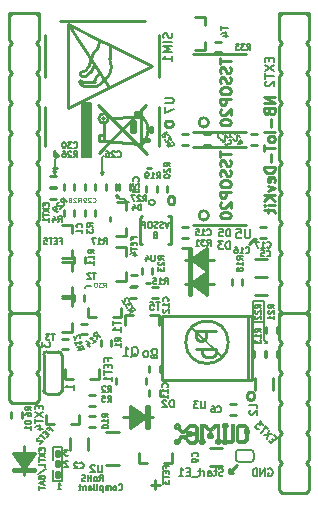
<source format=gbr>
G04 #@! TF.GenerationSoftware,KiCad,Pcbnew,6.0.0-unknown-d4e9ddc~100~ubuntu18.04.1*
G04 #@! TF.CreationDate,2019-08-02T11:15:37+03:00*
G04 #@! TF.ProjectId,NB-IoT-DevKit_Rev_B,4e422d49-6f54-42d4-9465-764b69745f52,B*
G04 #@! TF.SameCoordinates,Original*
G04 #@! TF.FileFunction,Legend,Bot*
G04 #@! TF.FilePolarity,Positive*
%FSLAX46Y46*%
G04 Gerber Fmt 4.6, Leading zero omitted, Abs format (unit mm)*
G04 Created by KiCad (PCBNEW 6.0.0-unknown-d4e9ddc~100~ubuntu18.04.1) date 2019-08-02 11:15:37*
%MOMM*%
%LPD*%
G04 APERTURE LIST*
%ADD10C,0.127000*%
%ADD11C,0.254000*%
%ADD12C,0.158750*%
%ADD13C,0.203200*%
%ADD14C,0.222250*%
%ADD15C,0.190500*%
%ADD16C,0.152400*%
%ADD17C,0.150000*%
%ADD18C,0.009000*%
%ADD19C,0.200000*%
%ADD20C,0.101600*%
%ADD21C,0.225000*%
G04 APERTURE END LIST*
D10*
X133552474Y-97769196D02*
X133552474Y-97938529D01*
X133818569Y-98011100D02*
X133818569Y-97769196D01*
X133310569Y-97769196D01*
X133310569Y-98011100D01*
X133310569Y-98180434D02*
X133818569Y-98519100D01*
X133310569Y-98519100D02*
X133818569Y-98180434D01*
X133310569Y-98640053D02*
X133310569Y-98930339D01*
X133818569Y-98785196D02*
X133310569Y-98785196D01*
X133818569Y-99365767D02*
X133818569Y-99075481D01*
X133818569Y-99220624D02*
X133310569Y-99220624D01*
X133383140Y-99172243D01*
X133431521Y-99123862D01*
X133455712Y-99075481D01*
X133286379Y-99946339D02*
X133939521Y-99510910D01*
X133552474Y-100285005D02*
X133576664Y-100357577D01*
X133600855Y-100381767D01*
X133649236Y-100405958D01*
X133721807Y-100405958D01*
X133770188Y-100381767D01*
X133794379Y-100357577D01*
X133818569Y-100309196D01*
X133818569Y-100115672D01*
X133310569Y-100115672D01*
X133310569Y-100285005D01*
X133334760Y-100333386D01*
X133358950Y-100357577D01*
X133407331Y-100381767D01*
X133455712Y-100381767D01*
X133504093Y-100357577D01*
X133528283Y-100333386D01*
X133552474Y-100285005D01*
X133552474Y-100115672D01*
X133673426Y-100599481D02*
X133673426Y-100841386D01*
X133818569Y-100551100D02*
X133310569Y-100720434D01*
X133818569Y-100889767D01*
X133310569Y-100986529D02*
X133310569Y-101276815D01*
X133818569Y-101131672D02*
X133310569Y-101131672D01*
D11*
X149768560Y-99882960D02*
X149438360Y-99552760D01*
X149438360Y-99882960D02*
X149768560Y-99882960D01*
X149438360Y-99862640D02*
X149438360Y-99552760D01*
X150114000Y-99187000D02*
X149438360Y-99862640D01*
D12*
X152756809Y-99514660D02*
X152817285Y-99484421D01*
X152908000Y-99484421D01*
X152998714Y-99514660D01*
X153059190Y-99575136D01*
X153089428Y-99635612D01*
X153119666Y-99756564D01*
X153119666Y-99847279D01*
X153089428Y-99968231D01*
X153059190Y-100028707D01*
X152998714Y-100089183D01*
X152908000Y-100119421D01*
X152847523Y-100119421D01*
X152756809Y-100089183D01*
X152726571Y-100058945D01*
X152726571Y-99847279D01*
X152847523Y-99847279D01*
X152454428Y-100119421D02*
X152454428Y-99484421D01*
X152091571Y-100119421D01*
X152091571Y-99484421D01*
X151789190Y-100119421D02*
X151789190Y-99484421D01*
X151638000Y-99484421D01*
X151547285Y-99514660D01*
X151486809Y-99575136D01*
X151456571Y-99635612D01*
X151426333Y-99756564D01*
X151426333Y-99847279D01*
X151456571Y-99968231D01*
X151486809Y-100028707D01*
X151547285Y-100089183D01*
X151638000Y-100119421D01*
X151789190Y-100119421D01*
D13*
X137347960Y-84074000D02*
X137226040Y-84195920D01*
X137739120Y-84074000D02*
X137347960Y-84074000D01*
D11*
X142392400Y-83804760D02*
X142758160Y-83804760D01*
X151536400Y-80022700D02*
X151117300Y-80441800D01*
X151726900Y-80022700D02*
X151536400Y-80022700D01*
D14*
X153310166Y-68072000D02*
X152421166Y-68072000D01*
X153310166Y-68580000D01*
X152421166Y-68580000D01*
X152844500Y-69299666D02*
X152886833Y-69426666D01*
X152929166Y-69469000D01*
X153013833Y-69511333D01*
X153140833Y-69511333D01*
X153225500Y-69469000D01*
X153267833Y-69426666D01*
X153310166Y-69342000D01*
X153310166Y-69003333D01*
X152421166Y-69003333D01*
X152421166Y-69299666D01*
X152463500Y-69384333D01*
X152505833Y-69426666D01*
X152590500Y-69469000D01*
X152675166Y-69469000D01*
X152759833Y-69426666D01*
X152802166Y-69384333D01*
X152844500Y-69299666D01*
X152844500Y-69003333D01*
X152971500Y-69892333D02*
X152971500Y-70569666D01*
X153310166Y-70993000D02*
X152421166Y-70993000D01*
X153310166Y-71543333D02*
X153267833Y-71458666D01*
X153225500Y-71416333D01*
X153140833Y-71374000D01*
X152886833Y-71374000D01*
X152802166Y-71416333D01*
X152759833Y-71458666D01*
X152717500Y-71543333D01*
X152717500Y-71670333D01*
X152759833Y-71755000D01*
X152802166Y-71797333D01*
X152886833Y-71839666D01*
X153140833Y-71839666D01*
X153225500Y-71797333D01*
X153267833Y-71755000D01*
X153310166Y-71670333D01*
X153310166Y-71543333D01*
X152421166Y-72093666D02*
X152421166Y-72601666D01*
X153310166Y-72347666D02*
X152421166Y-72347666D01*
X152971500Y-72898000D02*
X152971500Y-73575333D01*
X153310166Y-73998666D02*
X152421166Y-73998666D01*
X152421166Y-74210333D01*
X152463500Y-74337333D01*
X152548166Y-74422000D01*
X152632833Y-74464333D01*
X152802166Y-74506666D01*
X152929166Y-74506666D01*
X153098500Y-74464333D01*
X153183166Y-74422000D01*
X153267833Y-74337333D01*
X153310166Y-74210333D01*
X153310166Y-73998666D01*
X153267833Y-75226333D02*
X153310166Y-75141666D01*
X153310166Y-74972333D01*
X153267833Y-74887666D01*
X153183166Y-74845333D01*
X152844500Y-74845333D01*
X152759833Y-74887666D01*
X152717500Y-74972333D01*
X152717500Y-75141666D01*
X152759833Y-75226333D01*
X152844500Y-75268666D01*
X152929166Y-75268666D01*
X153013833Y-74845333D01*
X152717500Y-75565000D02*
X153310166Y-75776666D01*
X152717500Y-75988333D01*
X153310166Y-76327000D02*
X152421166Y-76327000D01*
X153310166Y-76835000D02*
X152802166Y-76454000D01*
X152421166Y-76835000D02*
X152929166Y-76327000D01*
X153310166Y-77216000D02*
X152717500Y-77216000D01*
X152421166Y-77216000D02*
X152463500Y-77173666D01*
X152505833Y-77216000D01*
X152463500Y-77258333D01*
X152421166Y-77216000D01*
X152505833Y-77216000D01*
X152717500Y-77512333D02*
X152717500Y-77851000D01*
X152421166Y-77639333D02*
X153183166Y-77639333D01*
X153267833Y-77681666D01*
X153310166Y-77766333D01*
X153310166Y-77851000D01*
D10*
X140995400Y-76885800D02*
X140766800Y-76885800D01*
X140514606Y-76644502D02*
X140766800Y-76885800D01*
X139864197Y-76316105D02*
X140208000Y-76644500D01*
X140514606Y-76644502D02*
X140208000Y-76644500D01*
X139864197Y-76316105D02*
X139954000Y-76585512D01*
X139864197Y-76316105D02*
X140133606Y-76405907D01*
X134683500Y-73342500D02*
X134810500Y-73215500D01*
X134683500Y-74549000D02*
X134810500Y-74295000D01*
X134683500Y-74549000D02*
X134556500Y-74295000D01*
X134683500Y-73342500D02*
X134683500Y-74549000D01*
X138684000Y-73152000D02*
X138811000Y-73025000D01*
X138684000Y-74676000D02*
X138557000Y-74422000D01*
X138684000Y-74676000D02*
X138811000Y-74422000D01*
X138684000Y-73152000D02*
X138684000Y-74676000D01*
X138444211Y-100559809D02*
X138613545Y-100317904D01*
X138734497Y-100559809D02*
X138734497Y-100051809D01*
X138540973Y-100051809D01*
X138492592Y-100076000D01*
X138468402Y-100100190D01*
X138444211Y-100148571D01*
X138444211Y-100221142D01*
X138468402Y-100269523D01*
X138492592Y-100293714D01*
X138540973Y-100317904D01*
X138734497Y-100317904D01*
X138153926Y-100559809D02*
X138202307Y-100535619D01*
X138226497Y-100511428D01*
X138250688Y-100463047D01*
X138250688Y-100317904D01*
X138226497Y-100269523D01*
X138202307Y-100245333D01*
X138153926Y-100221142D01*
X138081354Y-100221142D01*
X138032973Y-100245333D01*
X138008783Y-100269523D01*
X137984592Y-100317904D01*
X137984592Y-100463047D01*
X138008783Y-100511428D01*
X138032973Y-100535619D01*
X138081354Y-100559809D01*
X138153926Y-100559809D01*
X137766878Y-100559809D02*
X137766878Y-100051809D01*
X137766878Y-100293714D02*
X137476592Y-100293714D01*
X137476592Y-100559809D02*
X137476592Y-100051809D01*
X137258878Y-100535619D02*
X137186307Y-100559809D01*
X137065354Y-100559809D01*
X137016973Y-100535619D01*
X136992783Y-100511428D01*
X136968592Y-100463047D01*
X136968592Y-100414666D01*
X136992783Y-100366285D01*
X137016973Y-100342095D01*
X137065354Y-100317904D01*
X137162116Y-100293714D01*
X137210497Y-100269523D01*
X137234688Y-100245333D01*
X137258878Y-100196952D01*
X137258878Y-100148571D01*
X137234688Y-100100190D01*
X137210497Y-100076000D01*
X137162116Y-100051809D01*
X137041164Y-100051809D01*
X136968592Y-100076000D01*
X151447500Y-87122000D02*
X152400000Y-87122000D01*
X151447500Y-87122000D02*
X151447500Y-85344000D01*
X151447500Y-85344000D02*
X152400000Y-85344000D01*
X152463500Y-88900000D02*
X152654000Y-88900000D01*
X152654000Y-88709500D02*
X152654000Y-88900000D01*
X152400000Y-88646000D02*
X152400000Y-85344000D01*
X152654000Y-88900000D02*
X152400000Y-88646000D01*
D12*
X133632181Y-88810253D02*
X133632181Y-89203348D01*
X133874086Y-88991681D01*
X133874086Y-89082396D01*
X133904324Y-89142872D01*
X133934562Y-89173110D01*
X133995039Y-89203348D01*
X134146229Y-89203348D01*
X134206705Y-89173110D01*
X134236943Y-89142872D01*
X134267181Y-89082396D01*
X134267181Y-88900967D01*
X134236943Y-88840491D01*
X134206705Y-88810253D01*
D15*
X136280434Y-92841354D02*
X136280434Y-92405925D01*
X136280434Y-92623640D02*
X135518434Y-92623640D01*
X135627291Y-92551068D01*
X135699862Y-92478497D01*
X135736148Y-92405925D01*
D10*
X135805333Y-97892809D02*
X135490857Y-97892809D01*
X135660190Y-98086333D01*
X135587619Y-98086333D01*
X135539238Y-98110523D01*
X135515047Y-98134714D01*
X135490857Y-98183095D01*
X135490857Y-98304047D01*
X135515047Y-98352428D01*
X135539238Y-98376619D01*
X135587619Y-98400809D01*
X135732761Y-98400809D01*
X135781142Y-98376619D01*
X135805333Y-98352428D01*
X135781142Y-98893690D02*
X135756952Y-98869500D01*
X135708571Y-98845309D01*
X135587619Y-98845309D01*
X135539238Y-98869500D01*
X135515047Y-98893690D01*
X135490857Y-98942071D01*
X135490857Y-98990452D01*
X135515047Y-99063023D01*
X135805333Y-99353309D01*
X135490857Y-99353309D01*
X134919357Y-101258309D02*
X135209642Y-101258309D01*
X135064500Y-101258309D02*
X135064500Y-100750309D01*
X135112880Y-100822880D01*
X135161261Y-100871261D01*
X135209642Y-100895452D01*
X134493000Y-97663000D02*
X134493000Y-98806000D01*
D11*
X135001000Y-99314000D02*
X134810500Y-99314000D01*
X135001000Y-98869500D02*
X135001000Y-99314000D01*
X134810500Y-99314000D02*
X134810500Y-98869500D01*
X134810500Y-98869500D02*
X135001000Y-98869500D01*
X135001000Y-99758500D02*
X135001000Y-100203000D01*
X135001000Y-100203000D02*
X134810500Y-100203000D01*
X134810500Y-99758500D02*
X135001000Y-99758500D01*
X134810500Y-100203000D02*
X134810500Y-99758500D01*
X134810500Y-98425000D02*
X134810500Y-97980500D01*
X135001000Y-98425000D02*
X134810500Y-98425000D01*
X135001000Y-97980500D02*
X135001000Y-98425000D01*
X134810500Y-97980500D02*
X135001000Y-97980500D01*
D10*
X135318500Y-97663000D02*
X135318500Y-100520500D01*
X134493000Y-97663000D02*
X135318500Y-97663000D01*
X134493000Y-100520500D02*
X135318500Y-100520500D01*
X134493000Y-99631500D02*
X134493000Y-100520500D01*
X140095211Y-101273428D02*
X140119402Y-101297619D01*
X140191973Y-101321809D01*
X140240354Y-101321809D01*
X140312926Y-101297619D01*
X140361307Y-101249238D01*
X140385497Y-101200857D01*
X140409688Y-101104095D01*
X140409688Y-101031523D01*
X140385497Y-100934761D01*
X140361307Y-100886380D01*
X140312926Y-100838000D01*
X140240354Y-100813809D01*
X140191973Y-100813809D01*
X140119402Y-100838000D01*
X140095211Y-100862190D01*
X139804926Y-101321809D02*
X139853307Y-101297619D01*
X139877497Y-101273428D01*
X139901688Y-101225047D01*
X139901688Y-101079904D01*
X139877497Y-101031523D01*
X139853307Y-101007333D01*
X139804926Y-100983142D01*
X139732354Y-100983142D01*
X139683973Y-101007333D01*
X139659783Y-101031523D01*
X139635592Y-101079904D01*
X139635592Y-101225047D01*
X139659783Y-101273428D01*
X139683973Y-101297619D01*
X139732354Y-101321809D01*
X139804926Y-101321809D01*
X139417878Y-101321809D02*
X139417878Y-100983142D01*
X139417878Y-101031523D02*
X139393688Y-101007333D01*
X139345307Y-100983142D01*
X139272735Y-100983142D01*
X139224354Y-101007333D01*
X139200164Y-101055714D01*
X139200164Y-101321809D01*
X139200164Y-101055714D02*
X139175973Y-101007333D01*
X139127592Y-100983142D01*
X139055021Y-100983142D01*
X139006640Y-101007333D01*
X138982450Y-101055714D01*
X138982450Y-101321809D01*
X138740545Y-100983142D02*
X138740545Y-101491142D01*
X138740545Y-101007333D02*
X138692164Y-100983142D01*
X138595402Y-100983142D01*
X138547021Y-101007333D01*
X138522830Y-101031523D01*
X138498640Y-101079904D01*
X138498640Y-101225047D01*
X138522830Y-101273428D01*
X138547021Y-101297619D01*
X138595402Y-101321809D01*
X138692164Y-101321809D01*
X138740545Y-101297619D01*
X138208354Y-101321809D02*
X138256735Y-101297619D01*
X138280926Y-101249238D01*
X138280926Y-100813809D01*
X138014830Y-101321809D02*
X138014830Y-100983142D01*
X138014830Y-100813809D02*
X138039021Y-100838000D01*
X138014830Y-100862190D01*
X137990640Y-100838000D01*
X138014830Y-100813809D01*
X138014830Y-100862190D01*
X137555211Y-101321809D02*
X137555211Y-101055714D01*
X137579402Y-101007333D01*
X137627783Y-100983142D01*
X137724545Y-100983142D01*
X137772926Y-101007333D01*
X137555211Y-101297619D02*
X137603592Y-101321809D01*
X137724545Y-101321809D01*
X137772926Y-101297619D01*
X137797116Y-101249238D01*
X137797116Y-101200857D01*
X137772926Y-101152476D01*
X137724545Y-101128285D01*
X137603592Y-101128285D01*
X137555211Y-101104095D01*
X137313307Y-100983142D02*
X137313307Y-101321809D01*
X137313307Y-101031523D02*
X137289116Y-101007333D01*
X137240735Y-100983142D01*
X137168164Y-100983142D01*
X137119783Y-101007333D01*
X137095592Y-101055714D01*
X137095592Y-101321809D01*
X136926259Y-100983142D02*
X136732735Y-100983142D01*
X136853688Y-100813809D02*
X136853688Y-101249238D01*
X136829497Y-101297619D01*
X136781116Y-101321809D01*
X136732735Y-101321809D01*
D11*
X143579547Y-100847071D02*
X142805452Y-100847071D01*
X143192500Y-101234119D02*
X143192500Y-100460023D01*
X140716000Y-80746600D02*
X140716000Y-81457800D01*
X139877800Y-80746600D02*
X140716000Y-80746600D01*
X139877800Y-83591400D02*
X140716000Y-83591400D01*
X140716000Y-82880200D02*
X140716000Y-83591400D01*
X138112500Y-77851000D02*
X138112500Y-77597000D01*
X138112500Y-77851000D02*
X138112500Y-78105000D01*
X137223500Y-77851000D02*
X137223500Y-78105000D01*
X137223500Y-77851000D02*
X137223500Y-77597000D01*
X137795000Y-93281500D02*
X137541000Y-93281500D01*
X137795000Y-93281500D02*
X138049000Y-93281500D01*
X137795000Y-94170500D02*
X138049000Y-94170500D01*
X137795000Y-94170500D02*
X137541000Y-94170500D01*
X145669000Y-71183500D02*
X145415000Y-71183500D01*
X145669000Y-71183500D02*
X145923000Y-71183500D01*
X145669000Y-72072500D02*
X145923000Y-72072500D01*
X145669000Y-72072500D02*
X145415000Y-72072500D01*
X135445500Y-77851000D02*
X135445500Y-78105000D01*
X135445500Y-77851000D02*
X135445500Y-77597000D01*
X136334500Y-77851000D02*
X136334500Y-77597000D01*
X136334500Y-77851000D02*
X136334500Y-78105000D01*
X137795000Y-95059500D02*
X138049000Y-95059500D01*
X137795000Y-95059500D02*
X137541000Y-95059500D01*
X137795000Y-94170500D02*
X137541000Y-94170500D01*
X137795000Y-94170500D02*
X138049000Y-94170500D01*
X148463000Y-63373000D02*
X148209000Y-63373000D01*
X148463000Y-63373000D02*
X148717000Y-63373000D01*
X148463000Y-64262000D02*
X148717000Y-64262000D01*
X148463000Y-64262000D02*
X148209000Y-64262000D01*
X141287500Y-85026500D02*
X141541500Y-85026500D01*
X141287500Y-85026500D02*
X141033500Y-85026500D01*
X141287500Y-84137500D02*
X141033500Y-84137500D01*
X141287500Y-84137500D02*
X141541500Y-84137500D01*
X146685000Y-83693000D02*
X146685000Y-84074000D01*
X146812000Y-83566000D02*
X146812000Y-84201000D01*
X146939000Y-83439000D02*
X146939000Y-84201000D01*
X147066000Y-83439000D02*
X147066000Y-84328000D01*
X147193000Y-84328000D02*
X147193000Y-83185000D01*
X147320000Y-83185000D02*
X147320000Y-84455000D01*
X147447000Y-84582000D02*
X147447000Y-83058000D01*
X146227800Y-82880200D02*
X146050000Y-82880200D01*
X146227800Y-84785200D02*
X146050000Y-84785200D01*
X146050000Y-82880200D02*
X146050000Y-84785200D01*
X147599400Y-82880200D02*
X147599400Y-84785200D01*
X146227800Y-82880200D02*
X146227800Y-84785200D01*
X146227800Y-83794600D02*
X147599400Y-84785200D01*
X147599400Y-82880200D02*
X146227800Y-83794600D01*
X148183600Y-83832700D02*
X145707100Y-83832700D01*
X146685000Y-81661000D02*
X146685000Y-82042000D01*
X146812000Y-81534000D02*
X146812000Y-82169000D01*
X146939000Y-81407000D02*
X146939000Y-82169000D01*
X147066000Y-81407000D02*
X147066000Y-82296000D01*
X147193000Y-82296000D02*
X147193000Y-81153000D01*
X147320000Y-81153000D02*
X147320000Y-82423000D01*
X147447000Y-82550000D02*
X147447000Y-81026000D01*
X146227800Y-80848200D02*
X146050000Y-80848200D01*
X146227800Y-82753200D02*
X146050000Y-82753200D01*
X146050000Y-80848200D02*
X146050000Y-82753200D01*
X147599400Y-80848200D02*
X147599400Y-82753200D01*
X146227800Y-80848200D02*
X146227800Y-82753200D01*
X146227800Y-81762600D02*
X147599400Y-82753200D01*
X147599400Y-80848200D02*
X146227800Y-81762600D01*
X148183600Y-81800700D02*
X145707100Y-81800700D01*
X139377600Y-78562200D02*
X139377600Y-78155800D01*
X140698400Y-76936600D02*
X139911000Y-76936600D01*
X140698400Y-77597000D02*
X140698400Y-76936600D01*
X140698400Y-79781400D02*
X140698400Y-79121000D01*
X139911000Y-79781400D02*
X140698400Y-79781400D01*
D16*
X151257000Y-97917000D02*
G75*
G02X151511000Y-98171000I0J-254000D01*
G01*
X149987000Y-98171000D02*
G75*
G02X150241000Y-97917000I254000J0D01*
G01*
X150241000Y-98933000D02*
G75*
G02X149987000Y-98679000I0J254000D01*
G01*
X151511000Y-98679000D02*
G75*
G02X151257000Y-98933000I-254000J0D01*
G01*
D17*
X151511000Y-98171000D02*
X151511000Y-98679000D01*
X151257000Y-98933000D02*
X150241000Y-98933000D01*
X149987000Y-98679000D02*
X149987000Y-98171000D01*
X150241000Y-97917000D02*
X151257000Y-97917000D01*
D11*
X148844000Y-97790000D02*
X147828000Y-97790000D01*
X148844000Y-99314000D02*
X147828000Y-99314000D01*
X136271000Y-85026500D02*
X136271000Y-85280500D01*
X136271000Y-85026500D02*
X136271000Y-84772500D01*
X137160000Y-85026500D02*
X137160000Y-84772500D01*
X137160000Y-85026500D02*
X137160000Y-85280500D01*
X145669000Y-80835500D02*
X145923000Y-80835500D01*
X145669000Y-80835500D02*
X145415000Y-80835500D01*
X145669000Y-79946500D02*
X145415000Y-79946500D01*
X145669000Y-79946500D02*
X145923000Y-79946500D01*
X141892500Y-78301682D02*
X141892500Y-80501682D01*
X142092500Y-78101682D02*
X141892500Y-78301682D01*
X142092500Y-80501682D02*
X141892500Y-80501682D01*
X144292500Y-78101682D02*
X144492500Y-78101682D01*
X144492500Y-80501682D02*
X144492500Y-78101682D01*
X144292500Y-80501682D02*
X144492500Y-80501682D01*
X153670000Y-60960000D02*
X156210000Y-60960000D01*
X155956000Y-66040000D02*
X156210000Y-66294000D01*
X156210000Y-65786000D02*
X155956000Y-66040000D01*
X156210000Y-63246000D02*
X156210000Y-61468000D01*
X155956000Y-63500000D02*
X156210000Y-63246000D01*
X156210000Y-63754000D02*
X155956000Y-63500000D01*
X156210000Y-65786000D02*
X156210000Y-63754000D01*
X156210000Y-61468000D02*
X156210000Y-60960000D01*
X156210000Y-61214000D02*
X155956000Y-60960000D01*
X153924000Y-60960000D02*
X153670000Y-61214000D01*
X156210000Y-68326000D02*
X156210000Y-66294000D01*
X155956000Y-68580000D02*
X156210000Y-68326000D01*
X156210000Y-71374000D02*
X155956000Y-71120000D01*
X156210000Y-70866000D02*
X156210000Y-68834000D01*
X155956000Y-71120000D02*
X156210000Y-70866000D01*
X153670000Y-70866000D02*
X153924000Y-71120000D01*
X153670000Y-68834000D02*
X153670000Y-70866000D01*
X153924000Y-68580000D02*
X153670000Y-68834000D01*
X153670000Y-68326000D02*
X153924000Y-68580000D01*
X153670000Y-66294000D02*
X153670000Y-68326000D01*
X153924000Y-66040000D02*
X153670000Y-66294000D01*
X153670000Y-65786000D02*
X153924000Y-66040000D01*
X153670000Y-63754000D02*
X153670000Y-65786000D01*
X153924000Y-63500000D02*
X153670000Y-63754000D01*
X153670000Y-63246000D02*
X153924000Y-63500000D01*
X153670000Y-61214000D02*
X153670000Y-63246000D01*
X153670000Y-60960000D02*
X153670000Y-61214000D01*
X153924000Y-71120000D02*
X153670000Y-71374000D01*
X153670000Y-71374000D02*
X153670000Y-73406000D01*
X153670000Y-75946000D02*
X153924000Y-76200000D01*
X156210000Y-73406000D02*
X156210000Y-71374000D01*
X156210000Y-68834000D02*
X155956000Y-68580000D01*
X155956000Y-76200000D02*
X156210000Y-75946000D01*
X153670000Y-73914000D02*
X153670000Y-75946000D01*
X153924000Y-73660000D02*
X153670000Y-73914000D01*
X156210000Y-75946000D02*
X156210000Y-73914000D01*
X155956000Y-73660000D02*
X156210000Y-73406000D01*
X156210000Y-73914000D02*
X155956000Y-73660000D01*
X153670000Y-73406000D02*
X153924000Y-73660000D01*
X153670000Y-75946000D02*
X153924000Y-76200000D01*
X155956000Y-76200000D02*
X156210000Y-75946000D01*
X156210000Y-75946000D02*
X156210000Y-73914000D01*
X153670000Y-73914000D02*
X153670000Y-75946000D01*
X153924000Y-73660000D02*
X153670000Y-73914000D01*
X156210000Y-73914000D02*
X155956000Y-73660000D01*
X156210000Y-78994000D02*
X155956000Y-78740000D01*
X153924000Y-78740000D02*
X153670000Y-78994000D01*
X153670000Y-78994000D02*
X153670000Y-81026000D01*
X156210000Y-81026000D02*
X156210000Y-78994000D01*
X155956000Y-81280000D02*
X156210000Y-81026000D01*
X153670000Y-81026000D02*
X153924000Y-81280000D01*
X153670000Y-78486000D02*
X153924000Y-78740000D01*
X156210000Y-78994000D02*
X155956000Y-78740000D01*
X155956000Y-78740000D02*
X156210000Y-78486000D01*
X156210000Y-81026000D02*
X156210000Y-78994000D01*
X153924000Y-78740000D02*
X153670000Y-78994000D01*
X153670000Y-78994000D02*
X153670000Y-81026000D01*
X155956000Y-81280000D02*
X156210000Y-81026000D01*
X156210000Y-78486000D02*
X156210000Y-76454000D01*
X153670000Y-81026000D02*
X153924000Y-81280000D01*
X153670000Y-76454000D02*
X153670000Y-78486000D01*
X153924000Y-76200000D02*
X153670000Y-76454000D01*
X156210000Y-76454000D02*
X155956000Y-76200000D01*
X156210000Y-81534000D02*
X155956000Y-81280000D01*
X153924000Y-81280000D02*
X153670000Y-81534000D01*
X153670000Y-81534000D02*
X153670000Y-83566000D01*
X153670000Y-86106000D02*
X153924000Y-86360000D01*
X156210000Y-83566000D02*
X156210000Y-81534000D01*
X155956000Y-86360000D02*
X156210000Y-86106000D01*
X153924000Y-86360000D02*
X155956000Y-86360000D01*
X153670000Y-84074000D02*
X153670000Y-86106000D01*
X153924000Y-83820000D02*
X153670000Y-84074000D01*
X156210000Y-86106000D02*
X156210000Y-84074000D01*
X155956000Y-83820000D02*
X156210000Y-83566000D01*
X156210000Y-84074000D02*
X155956000Y-83820000D01*
X153670000Y-83566000D02*
X153924000Y-83820000D01*
X153670000Y-86106000D02*
X153924000Y-86360000D01*
X155956000Y-86360000D02*
X156210000Y-86106000D01*
X156210000Y-86106000D02*
X156210000Y-84074000D01*
X153670000Y-84074000D02*
X153670000Y-86106000D01*
X153924000Y-83820000D02*
X153670000Y-84074000D01*
X156210000Y-84074000D02*
X155956000Y-83820000D01*
X153670000Y-86360000D02*
X156210000Y-86360000D01*
X155956000Y-91440000D02*
X156210000Y-91694000D01*
X156210000Y-91186000D02*
X155956000Y-91440000D01*
X156210000Y-88646000D02*
X156210000Y-86868000D01*
X155956000Y-88900000D02*
X156210000Y-88646000D01*
X156210000Y-89154000D02*
X155956000Y-88900000D01*
X156210000Y-91186000D02*
X156210000Y-89154000D01*
X156210000Y-86868000D02*
X156210000Y-86360000D01*
X156210000Y-86614000D02*
X155956000Y-86360000D01*
X153924000Y-86360000D02*
X153670000Y-86614000D01*
X156210000Y-93726000D02*
X156210000Y-91694000D01*
X155956000Y-93980000D02*
X156210000Y-93726000D01*
X156210000Y-96774000D02*
X155956000Y-96520000D01*
X156210000Y-96266000D02*
X156210000Y-94234000D01*
X155956000Y-96520000D02*
X156210000Y-96266000D01*
X153670000Y-96266000D02*
X153924000Y-96520000D01*
X153670000Y-94234000D02*
X153670000Y-96266000D01*
X153924000Y-93980000D02*
X153670000Y-94234000D01*
X153670000Y-93726000D02*
X153924000Y-93980000D01*
X153670000Y-91694000D02*
X153670000Y-93726000D01*
X153924000Y-91440000D02*
X153670000Y-91694000D01*
X153670000Y-91186000D02*
X153924000Y-91440000D01*
X153670000Y-89154000D02*
X153670000Y-91186000D01*
X153924000Y-88900000D02*
X153670000Y-89154000D01*
X153670000Y-88646000D02*
X153924000Y-88900000D01*
X153670000Y-86614000D02*
X153670000Y-88646000D01*
X153670000Y-86360000D02*
X153670000Y-86614000D01*
X153924000Y-96520000D02*
X153670000Y-96774000D01*
X153670000Y-96774000D02*
X153670000Y-98806000D01*
X153670000Y-101346000D02*
X153924000Y-101600000D01*
X156210000Y-98806000D02*
X156210000Y-96774000D01*
X156210000Y-94234000D02*
X155956000Y-93980000D01*
X155956000Y-101600000D02*
X156210000Y-101346000D01*
X153924000Y-101600000D02*
X155956000Y-101600000D01*
X153670000Y-99314000D02*
X153670000Y-101346000D01*
X153924000Y-99060000D02*
X153670000Y-99314000D01*
X156210000Y-101346000D02*
X156210000Y-99314000D01*
X155956000Y-99060000D02*
X156210000Y-98806000D01*
X156210000Y-99314000D02*
X155956000Y-99060000D01*
X153670000Y-98806000D02*
X153924000Y-99060000D01*
X153670000Y-101346000D02*
X153924000Y-101600000D01*
X155956000Y-101600000D02*
X156210000Y-101346000D01*
X156210000Y-101346000D02*
X156210000Y-99314000D01*
X153670000Y-99314000D02*
X153670000Y-101346000D01*
X153924000Y-99060000D02*
X153670000Y-99314000D01*
X156210000Y-99314000D02*
X155956000Y-99060000D01*
X130810000Y-86360000D02*
X133350000Y-86360000D01*
X133096000Y-91440000D02*
X133350000Y-91694000D01*
X133350000Y-91186000D02*
X133096000Y-91440000D01*
X133350000Y-88646000D02*
X133350000Y-86868000D01*
X133096000Y-88900000D02*
X133350000Y-88646000D01*
X133350000Y-89154000D02*
X133096000Y-88900000D01*
X133350000Y-91186000D02*
X133350000Y-89154000D01*
X133350000Y-86868000D02*
X133350000Y-86360000D01*
X133350000Y-86614000D02*
X133096000Y-86360000D01*
X131064000Y-86360000D02*
X130810000Y-86614000D01*
X133350000Y-93726000D02*
X133350000Y-91694000D01*
X133096000Y-93980000D02*
X133350000Y-93726000D01*
X131064000Y-93980000D02*
X133096000Y-93980000D01*
X130810000Y-93726000D02*
X131064000Y-93980000D01*
X130810000Y-91694000D02*
X130810000Y-93726000D01*
X131064000Y-91440000D02*
X130810000Y-91694000D01*
X130810000Y-91186000D02*
X131064000Y-91440000D01*
X130810000Y-89154000D02*
X130810000Y-91186000D01*
X131064000Y-88900000D02*
X130810000Y-89154000D01*
X130810000Y-88646000D02*
X131064000Y-88900000D01*
X130810000Y-86614000D02*
X130810000Y-88646000D01*
X130810000Y-86360000D02*
X130810000Y-86614000D01*
X130810000Y-60960000D02*
X133350000Y-60960000D01*
X133096000Y-66040000D02*
X133350000Y-66294000D01*
X133350000Y-65786000D02*
X133096000Y-66040000D01*
X133350000Y-63246000D02*
X133350000Y-61468000D01*
X133096000Y-63500000D02*
X133350000Y-63246000D01*
X133350000Y-63754000D02*
X133096000Y-63500000D01*
X133350000Y-65786000D02*
X133350000Y-63754000D01*
X133350000Y-61468000D02*
X133350000Y-60960000D01*
X133350000Y-61214000D02*
X133096000Y-60960000D01*
X131064000Y-60960000D02*
X130810000Y-61214000D01*
X133350000Y-68326000D02*
X133350000Y-66294000D01*
X133096000Y-68580000D02*
X133350000Y-68326000D01*
X133350000Y-71374000D02*
X133096000Y-71120000D01*
X133350000Y-70866000D02*
X133350000Y-68834000D01*
X133096000Y-71120000D02*
X133350000Y-70866000D01*
X130810000Y-70866000D02*
X131064000Y-71120000D01*
X130810000Y-68834000D02*
X130810000Y-70866000D01*
X131064000Y-68580000D02*
X130810000Y-68834000D01*
X130810000Y-68326000D02*
X131064000Y-68580000D01*
X130810000Y-66294000D02*
X130810000Y-68326000D01*
X131064000Y-66040000D02*
X130810000Y-66294000D01*
X130810000Y-65786000D02*
X131064000Y-66040000D01*
X130810000Y-63754000D02*
X130810000Y-65786000D01*
X131064000Y-63500000D02*
X130810000Y-63754000D01*
X130810000Y-63246000D02*
X131064000Y-63500000D01*
X130810000Y-61214000D02*
X130810000Y-63246000D01*
X130810000Y-60960000D02*
X130810000Y-61214000D01*
X131064000Y-71120000D02*
X130810000Y-71374000D01*
X130810000Y-71374000D02*
X130810000Y-73406000D01*
X130810000Y-75946000D02*
X131064000Y-76200000D01*
X133350000Y-73406000D02*
X133350000Y-71374000D01*
X133350000Y-68834000D02*
X133096000Y-68580000D01*
X133096000Y-76200000D02*
X133350000Y-75946000D01*
X130810000Y-73914000D02*
X130810000Y-75946000D01*
X131064000Y-73660000D02*
X130810000Y-73914000D01*
X133350000Y-75946000D02*
X133350000Y-73914000D01*
X133096000Y-73660000D02*
X133350000Y-73406000D01*
X133350000Y-73914000D02*
X133096000Y-73660000D01*
X130810000Y-73406000D02*
X131064000Y-73660000D01*
X130810000Y-75946000D02*
X131064000Y-76200000D01*
X133096000Y-76200000D02*
X133350000Y-75946000D01*
X133350000Y-75946000D02*
X133350000Y-73914000D01*
X130810000Y-73914000D02*
X130810000Y-75946000D01*
X131064000Y-73660000D02*
X130810000Y-73914000D01*
X133350000Y-73914000D02*
X133096000Y-73660000D01*
X133350000Y-78994000D02*
X133096000Y-78740000D01*
X131064000Y-78740000D02*
X130810000Y-78994000D01*
X130810000Y-78994000D02*
X130810000Y-81026000D01*
X133350000Y-81026000D02*
X133350000Y-78994000D01*
X133096000Y-81280000D02*
X133350000Y-81026000D01*
X130810000Y-81026000D02*
X131064000Y-81280000D01*
X130810000Y-78486000D02*
X131064000Y-78740000D01*
X133350000Y-78994000D02*
X133096000Y-78740000D01*
X133096000Y-78740000D02*
X133350000Y-78486000D01*
X133350000Y-81026000D02*
X133350000Y-78994000D01*
X131064000Y-78740000D02*
X130810000Y-78994000D01*
X130810000Y-78994000D02*
X130810000Y-81026000D01*
X133096000Y-81280000D02*
X133350000Y-81026000D01*
X133350000Y-78486000D02*
X133350000Y-76454000D01*
X130810000Y-81026000D02*
X131064000Y-81280000D01*
X130810000Y-76454000D02*
X130810000Y-78486000D01*
X131064000Y-76200000D02*
X130810000Y-76454000D01*
X133350000Y-76454000D02*
X133096000Y-76200000D01*
X133350000Y-81534000D02*
X133096000Y-81280000D01*
X131064000Y-81280000D02*
X130810000Y-81534000D01*
X130810000Y-81534000D02*
X130810000Y-83566000D01*
X130810000Y-86106000D02*
X131064000Y-86360000D01*
X133350000Y-83566000D02*
X133350000Y-81534000D01*
X133096000Y-86360000D02*
X133350000Y-86106000D01*
X131064000Y-86360000D02*
X133096000Y-86360000D01*
X130810000Y-84074000D02*
X130810000Y-86106000D01*
X131064000Y-83820000D02*
X130810000Y-84074000D01*
X133350000Y-86106000D02*
X133350000Y-84074000D01*
X133096000Y-83820000D02*
X133350000Y-83566000D01*
X133350000Y-84074000D02*
X133096000Y-83820000D01*
X130810000Y-83566000D02*
X131064000Y-83820000D01*
X130810000Y-86106000D02*
X131064000Y-86360000D01*
X133096000Y-86360000D02*
X133350000Y-86106000D01*
X133350000Y-86106000D02*
X133350000Y-84074000D01*
X130810000Y-84074000D02*
X130810000Y-86106000D01*
X131064000Y-83820000D02*
X130810000Y-84074000D01*
X133350000Y-84074000D02*
X133096000Y-83820000D01*
X134984000Y-73018000D02*
X134584000Y-72618000D01*
X134584000Y-73018000D02*
X134984000Y-73018000D01*
X134584000Y-73018000D02*
X134584000Y-72618000D01*
X142484000Y-74068000D02*
X142834000Y-74068000D01*
X134534000Y-74068000D02*
X134884000Y-74068000D01*
X135084000Y-61568000D02*
X142284000Y-61568000D01*
X143484000Y-66368000D02*
X143484000Y-62818000D01*
X133884000Y-66368000D02*
X133884000Y-62818000D01*
X143484000Y-72168000D02*
X143484000Y-68868000D01*
X133884000Y-72168000D02*
X133884000Y-68868000D01*
X150840000Y-64391000D02*
X146340000Y-64391000D01*
X150840000Y-70991000D02*
X146340000Y-70991000D01*
X147690000Y-70191000D02*
G75*
G03X147690000Y-70191000I-400000J0D01*
G01*
X150840000Y-72265000D02*
X146340000Y-72265000D01*
X150840000Y-78865000D02*
X146340000Y-78865000D01*
X147690000Y-78065000D02*
G75*
G03X147690000Y-78065000I-400000J0D01*
G01*
D18*
G36*
X148832027Y-95842916D02*
G01*
X148839353Y-95896002D01*
X148860120Y-95947066D01*
X148878467Y-95974862D01*
X148898238Y-95997796D01*
X148919684Y-96018611D01*
X148927909Y-96025295D01*
X148952800Y-96043750D01*
X148953010Y-96457135D01*
X148953220Y-96870520D01*
X148998940Y-96870520D01*
X148998940Y-95838010D01*
X149002007Y-95803815D01*
X149012575Y-95781758D01*
X149032698Y-95769743D01*
X149064429Y-95765675D01*
X149069874Y-95765620D01*
X149095529Y-95767395D01*
X149116358Y-95771928D01*
X149123632Y-95775349D01*
X149136853Y-95793345D01*
X149143833Y-95819891D01*
X149144563Y-95849667D01*
X149139032Y-95877350D01*
X149127232Y-95897617D01*
X149123862Y-95900503D01*
X149103757Y-95908286D01*
X149076251Y-95910836D01*
X149047480Y-95908449D01*
X149023580Y-95901426D01*
X149014180Y-95895160D01*
X149004325Y-95880476D01*
X148999725Y-95859019D01*
X148998940Y-95838010D01*
X148998940Y-96870520D01*
X149071330Y-96870520D01*
X149189440Y-96870520D01*
X149189462Y-96457135D01*
X149189484Y-96043750D01*
X149212799Y-96028510D01*
X149235587Y-96008852D01*
X149260268Y-95980103D01*
X149282990Y-95947288D01*
X149299904Y-95915432D01*
X149300451Y-95914138D01*
X149310908Y-95872865D01*
X149312114Y-95825699D01*
X149304360Y-95778625D01*
X149292265Y-95745796D01*
X149261381Y-95697660D01*
X149219933Y-95654707D01*
X149172559Y-95621609D01*
X149165243Y-95617791D01*
X149115723Y-95601142D01*
X149062247Y-95596996D01*
X149009573Y-95605355D01*
X148977417Y-95617791D01*
X148925933Y-95650713D01*
X148885093Y-95691705D01*
X148855456Y-95738748D01*
X148837581Y-95789825D01*
X148832027Y-95842916D01*
X148832027Y-95842916D01*
G37*
X148832027Y-95842916D02*
X148839353Y-95896002D01*
X148860120Y-95947066D01*
X148878467Y-95974862D01*
X148898238Y-95997796D01*
X148919684Y-96018611D01*
X148927909Y-96025295D01*
X148952800Y-96043750D01*
X148953010Y-96457135D01*
X148953220Y-96870520D01*
X148998940Y-96870520D01*
X148998940Y-95838010D01*
X149002007Y-95803815D01*
X149012575Y-95781758D01*
X149032698Y-95769743D01*
X149064429Y-95765675D01*
X149069874Y-95765620D01*
X149095529Y-95767395D01*
X149116358Y-95771928D01*
X149123632Y-95775349D01*
X149136853Y-95793345D01*
X149143833Y-95819891D01*
X149144563Y-95849667D01*
X149139032Y-95877350D01*
X149127232Y-95897617D01*
X149123862Y-95900503D01*
X149103757Y-95908286D01*
X149076251Y-95910836D01*
X149047480Y-95908449D01*
X149023580Y-95901426D01*
X149014180Y-95895160D01*
X149004325Y-95880476D01*
X148999725Y-95859019D01*
X148998940Y-95838010D01*
X148998940Y-96870520D01*
X149071330Y-96870520D01*
X149189440Y-96870520D01*
X149189462Y-96457135D01*
X149189484Y-96043750D01*
X149212799Y-96028510D01*
X149235587Y-96008852D01*
X149260268Y-95980103D01*
X149282990Y-95947288D01*
X149299904Y-95915432D01*
X149300451Y-95914138D01*
X149310908Y-95872865D01*
X149312114Y-95825699D01*
X149304360Y-95778625D01*
X149292265Y-95745796D01*
X149261381Y-95697660D01*
X149219933Y-95654707D01*
X149172559Y-95621609D01*
X149165243Y-95617791D01*
X149115723Y-95601142D01*
X149062247Y-95596996D01*
X149009573Y-95605355D01*
X148977417Y-95617791D01*
X148925933Y-95650713D01*
X148885093Y-95691705D01*
X148855456Y-95738748D01*
X148837581Y-95789825D01*
X148832027Y-95842916D01*
G36*
X149980681Y-96530469D02*
G01*
X149980804Y-96611315D01*
X149981172Y-96690484D01*
X149981785Y-96766439D01*
X149982644Y-96837645D01*
X149983749Y-96902565D01*
X149985100Y-96959665D01*
X149986699Y-97007407D01*
X149988545Y-97044258D01*
X149990639Y-97068680D01*
X149992564Y-97078410D01*
X150001923Y-97092554D01*
X150020292Y-97114533D01*
X150045489Y-97142183D01*
X150075328Y-97173335D01*
X150107626Y-97205824D01*
X150140198Y-97237484D01*
X150170862Y-97266148D01*
X150197432Y-97289650D01*
X150217726Y-97305824D01*
X150218140Y-97306073D01*
X150218140Y-96989070D01*
X150218140Y-96524221D01*
X150218140Y-96059372D01*
X150269371Y-96007746D01*
X150320601Y-95956120D01*
X150499684Y-95956120D01*
X150678768Y-95956120D01*
X150730394Y-96007351D01*
X150754286Y-96031358D01*
X150769364Y-96048321D01*
X150777656Y-96061906D01*
X150781188Y-96075780D01*
X150781988Y-96093609D01*
X150781998Y-96100696D01*
X150781183Y-96125693D01*
X150777334Y-96140776D01*
X150768293Y-96151243D01*
X150758661Y-96158050D01*
X150733993Y-96179443D01*
X150708557Y-96210045D01*
X150686257Y-96244561D01*
X150671480Y-96276302D01*
X150660600Y-96329092D01*
X150663404Y-96383326D01*
X150678955Y-96436152D01*
X150706316Y-96484717D01*
X150744551Y-96526166D01*
X150756709Y-96535835D01*
X150781600Y-96554290D01*
X150781810Y-96767459D01*
X150782020Y-96980627D01*
X150730789Y-97032254D01*
X150679559Y-97083880D01*
X150496679Y-97083880D01*
X150313800Y-97083880D01*
X150265970Y-97036475D01*
X150218140Y-96989070D01*
X150218140Y-97306073D01*
X150228161Y-97312102D01*
X150243190Y-97314766D01*
X150271033Y-97316904D01*
X150309405Y-97318531D01*
X150356022Y-97319660D01*
X150408600Y-97320304D01*
X150464856Y-97320478D01*
X150522503Y-97320195D01*
X150579260Y-97319470D01*
X150632840Y-97318314D01*
X150680961Y-97316743D01*
X150721337Y-97314770D01*
X150751686Y-97312409D01*
X150769721Y-97309672D01*
X150772252Y-97308842D01*
X150787298Y-97299161D01*
X150810250Y-97280578D01*
X150827740Y-97265121D01*
X150827740Y-96348550D01*
X150830807Y-96314355D01*
X150841375Y-96292298D01*
X150861498Y-96280283D01*
X150893229Y-96276215D01*
X150898674Y-96276160D01*
X150924329Y-96277935D01*
X150945158Y-96282468D01*
X150952432Y-96285889D01*
X150965653Y-96303885D01*
X150972633Y-96330431D01*
X150973363Y-96360207D01*
X150967832Y-96387890D01*
X150956032Y-96408157D01*
X150952662Y-96411043D01*
X150932557Y-96418826D01*
X150905051Y-96421376D01*
X150876280Y-96418989D01*
X150852380Y-96411966D01*
X150842980Y-96405700D01*
X150833125Y-96391016D01*
X150828525Y-96369559D01*
X150827740Y-96348550D01*
X150827740Y-97265121D01*
X150838858Y-97255295D01*
X150870873Y-97225509D01*
X150904047Y-97193423D01*
X150936128Y-97161234D01*
X150964869Y-97131144D01*
X150988020Y-97105352D01*
X151003331Y-97086058D01*
X151007864Y-97078410D01*
X151010891Y-97067799D01*
X151013313Y-97050833D01*
X151015185Y-97026081D01*
X151016561Y-96992113D01*
X151017495Y-96947498D01*
X151018042Y-96890806D01*
X151018254Y-96820605D01*
X151018262Y-96804090D01*
X151018284Y-96554290D01*
X151041599Y-96539050D01*
X151064387Y-96519392D01*
X151089068Y-96490643D01*
X151111790Y-96457828D01*
X151128704Y-96425972D01*
X151129251Y-96424678D01*
X151137502Y-96392773D01*
X151140645Y-96353296D01*
X151138683Y-96313035D01*
X151131614Y-96278775D01*
X151129251Y-96272422D01*
X151112680Y-96240723D01*
X151090131Y-96207845D01*
X151065456Y-96178813D01*
X151042504Y-96158652D01*
X151041599Y-96158050D01*
X151018284Y-96142810D01*
X151018262Y-96069011D01*
X151017435Y-96034419D01*
X151015239Y-96003387D01*
X151012065Y-95980589D01*
X151010244Y-95973761D01*
X151001782Y-95960425D01*
X150984189Y-95938949D01*
X150959585Y-95911473D01*
X150930092Y-95880132D01*
X150897832Y-95847067D01*
X150864924Y-95814414D01*
X150833492Y-95784312D01*
X150805656Y-95758899D01*
X150783538Y-95740313D01*
X150769258Y-95730692D01*
X150768930Y-95730545D01*
X150753663Y-95727317D01*
X150725480Y-95724613D01*
X150686695Y-95722434D01*
X150639623Y-95720782D01*
X150586579Y-95719656D01*
X150529877Y-95719059D01*
X150471833Y-95718991D01*
X150414760Y-95719454D01*
X150360974Y-95720448D01*
X150312790Y-95721976D01*
X150272521Y-95724038D01*
X150242483Y-95726635D01*
X150224991Y-95729768D01*
X150223610Y-95730276D01*
X150208989Y-95739892D01*
X150186595Y-95758763D01*
X150158632Y-95784624D01*
X150127302Y-95815211D01*
X150094808Y-95848257D01*
X150063354Y-95881498D01*
X150035142Y-95912667D01*
X150012375Y-95939499D01*
X149997257Y-95959729D01*
X149992844Y-95967585D01*
X149990538Y-95980744D01*
X149988473Y-96007583D01*
X149986650Y-96046565D01*
X149985069Y-96096156D01*
X149983729Y-96154819D01*
X149982633Y-96221019D01*
X149981779Y-96293219D01*
X149981169Y-96369885D01*
X149980803Y-96449480D01*
X149980681Y-96530469D01*
X149980681Y-96530469D01*
G37*
X149980681Y-96530469D02*
X149980804Y-96611315D01*
X149981172Y-96690484D01*
X149981785Y-96766439D01*
X149982644Y-96837645D01*
X149983749Y-96902565D01*
X149985100Y-96959665D01*
X149986699Y-97007407D01*
X149988545Y-97044258D01*
X149990639Y-97068680D01*
X149992564Y-97078410D01*
X150001923Y-97092554D01*
X150020292Y-97114533D01*
X150045489Y-97142183D01*
X150075328Y-97173335D01*
X150107626Y-97205824D01*
X150140198Y-97237484D01*
X150170862Y-97266148D01*
X150197432Y-97289650D01*
X150217726Y-97305824D01*
X150218140Y-97306073D01*
X150218140Y-96989070D01*
X150218140Y-96524221D01*
X150218140Y-96059372D01*
X150269371Y-96007746D01*
X150320601Y-95956120D01*
X150499684Y-95956120D01*
X150678768Y-95956120D01*
X150730394Y-96007351D01*
X150754286Y-96031358D01*
X150769364Y-96048321D01*
X150777656Y-96061906D01*
X150781188Y-96075780D01*
X150781988Y-96093609D01*
X150781998Y-96100696D01*
X150781183Y-96125693D01*
X150777334Y-96140776D01*
X150768293Y-96151243D01*
X150758661Y-96158050D01*
X150733993Y-96179443D01*
X150708557Y-96210045D01*
X150686257Y-96244561D01*
X150671480Y-96276302D01*
X150660600Y-96329092D01*
X150663404Y-96383326D01*
X150678955Y-96436152D01*
X150706316Y-96484717D01*
X150744551Y-96526166D01*
X150756709Y-96535835D01*
X150781600Y-96554290D01*
X150781810Y-96767459D01*
X150782020Y-96980627D01*
X150730789Y-97032254D01*
X150679559Y-97083880D01*
X150496679Y-97083880D01*
X150313800Y-97083880D01*
X150265970Y-97036475D01*
X150218140Y-96989070D01*
X150218140Y-97306073D01*
X150228161Y-97312102D01*
X150243190Y-97314766D01*
X150271033Y-97316904D01*
X150309405Y-97318531D01*
X150356022Y-97319660D01*
X150408600Y-97320304D01*
X150464856Y-97320478D01*
X150522503Y-97320195D01*
X150579260Y-97319470D01*
X150632840Y-97318314D01*
X150680961Y-97316743D01*
X150721337Y-97314770D01*
X150751686Y-97312409D01*
X150769721Y-97309672D01*
X150772252Y-97308842D01*
X150787298Y-97299161D01*
X150810250Y-97280578D01*
X150827740Y-97265121D01*
X150827740Y-96348550D01*
X150830807Y-96314355D01*
X150841375Y-96292298D01*
X150861498Y-96280283D01*
X150893229Y-96276215D01*
X150898674Y-96276160D01*
X150924329Y-96277935D01*
X150945158Y-96282468D01*
X150952432Y-96285889D01*
X150965653Y-96303885D01*
X150972633Y-96330431D01*
X150973363Y-96360207D01*
X150967832Y-96387890D01*
X150956032Y-96408157D01*
X150952662Y-96411043D01*
X150932557Y-96418826D01*
X150905051Y-96421376D01*
X150876280Y-96418989D01*
X150852380Y-96411966D01*
X150842980Y-96405700D01*
X150833125Y-96391016D01*
X150828525Y-96369559D01*
X150827740Y-96348550D01*
X150827740Y-97265121D01*
X150838858Y-97255295D01*
X150870873Y-97225509D01*
X150904047Y-97193423D01*
X150936128Y-97161234D01*
X150964869Y-97131144D01*
X150988020Y-97105352D01*
X151003331Y-97086058D01*
X151007864Y-97078410D01*
X151010891Y-97067799D01*
X151013313Y-97050833D01*
X151015185Y-97026081D01*
X151016561Y-96992113D01*
X151017495Y-96947498D01*
X151018042Y-96890806D01*
X151018254Y-96820605D01*
X151018262Y-96804090D01*
X151018284Y-96554290D01*
X151041599Y-96539050D01*
X151064387Y-96519392D01*
X151089068Y-96490643D01*
X151111790Y-96457828D01*
X151128704Y-96425972D01*
X151129251Y-96424678D01*
X151137502Y-96392773D01*
X151140645Y-96353296D01*
X151138683Y-96313035D01*
X151131614Y-96278775D01*
X151129251Y-96272422D01*
X151112680Y-96240723D01*
X151090131Y-96207845D01*
X151065456Y-96178813D01*
X151042504Y-96158652D01*
X151041599Y-96158050D01*
X151018284Y-96142810D01*
X151018262Y-96069011D01*
X151017435Y-96034419D01*
X151015239Y-96003387D01*
X151012065Y-95980589D01*
X151010244Y-95973761D01*
X151001782Y-95960425D01*
X150984189Y-95938949D01*
X150959585Y-95911473D01*
X150930092Y-95880132D01*
X150897832Y-95847067D01*
X150864924Y-95814414D01*
X150833492Y-95784312D01*
X150805656Y-95758899D01*
X150783538Y-95740313D01*
X150769258Y-95730692D01*
X150768930Y-95730545D01*
X150753663Y-95727317D01*
X150725480Y-95724613D01*
X150686695Y-95722434D01*
X150639623Y-95720782D01*
X150586579Y-95719656D01*
X150529877Y-95719059D01*
X150471833Y-95718991D01*
X150414760Y-95719454D01*
X150360974Y-95720448D01*
X150312790Y-95721976D01*
X150272521Y-95724038D01*
X150242483Y-95726635D01*
X150224991Y-95729768D01*
X150223610Y-95730276D01*
X150208989Y-95739892D01*
X150186595Y-95758763D01*
X150158632Y-95784624D01*
X150127302Y-95815211D01*
X150094808Y-95848257D01*
X150063354Y-95881498D01*
X150035142Y-95912667D01*
X150012375Y-95939499D01*
X149997257Y-95959729D01*
X149992844Y-95967585D01*
X149990538Y-95980744D01*
X149988473Y-96007583D01*
X149986650Y-96046565D01*
X149985069Y-96096156D01*
X149983729Y-96154819D01*
X149982633Y-96221019D01*
X149981779Y-96293219D01*
X149981169Y-96369885D01*
X149980803Y-96449480D01*
X149980681Y-96530469D01*
G36*
X144772698Y-97192094D02*
G01*
X144774886Y-97240273D01*
X144784846Y-97283558D01*
X144790795Y-97297742D01*
X144814333Y-97334381D01*
X144847079Y-97370932D01*
X144883980Y-97402350D01*
X144914118Y-97420900D01*
X144937480Y-97428751D01*
X144937480Y-97201990D01*
X144940546Y-97167795D01*
X144951115Y-97145738D01*
X144971238Y-97133723D01*
X145002969Y-97129655D01*
X145008414Y-97129600D01*
X145034069Y-97131375D01*
X145054898Y-97135908D01*
X145062172Y-97139329D01*
X145075393Y-97157325D01*
X145082373Y-97183871D01*
X145083103Y-97213647D01*
X145077572Y-97241330D01*
X145065772Y-97261597D01*
X145062403Y-97264483D01*
X145042297Y-97272266D01*
X145014791Y-97274816D01*
X144986020Y-97272429D01*
X144962120Y-97265406D01*
X144952720Y-97259140D01*
X144942865Y-97244456D01*
X144938265Y-97222999D01*
X144937480Y-97201990D01*
X144937480Y-97428751D01*
X144949748Y-97432874D01*
X144992504Y-97439290D01*
X145036123Y-97439784D01*
X145074343Y-97433993D01*
X145084366Y-97430770D01*
X145134233Y-97404326D01*
X145179591Y-97366044D01*
X145217040Y-97319288D01*
X145239217Y-97277577D01*
X145247386Y-97245803D01*
X145250411Y-97206414D01*
X145248315Y-97166131D01*
X145241121Y-97131675D01*
X145238686Y-97125133D01*
X145226520Y-97096015D01*
X145339080Y-96983267D01*
X145451639Y-96870520D01*
X145493689Y-96870520D01*
X145535739Y-96870520D01*
X145779535Y-97115123D01*
X145830563Y-97166019D01*
X145879037Y-97213788D01*
X145923752Y-97257287D01*
X145963504Y-97295369D01*
X145997089Y-97326888D01*
X146023304Y-97350701D01*
X146040943Y-97365660D01*
X146047850Y-97370393D01*
X146063583Y-97373808D01*
X146092078Y-97376628D01*
X146130866Y-97378854D01*
X146177482Y-97380484D01*
X146229457Y-97381516D01*
X146284325Y-97381948D01*
X146339619Y-97381780D01*
X146392871Y-97381009D01*
X146441614Y-97379635D01*
X146483382Y-97377655D01*
X146515706Y-97375069D01*
X146536120Y-97371874D01*
X146539830Y-97370684D01*
X146554451Y-97361068D01*
X146576845Y-97342197D01*
X146604808Y-97316336D01*
X146636138Y-97285749D01*
X146668632Y-97252703D01*
X146700086Y-97219462D01*
X146728298Y-97188293D01*
X146751065Y-97161461D01*
X146766183Y-97141231D01*
X146770596Y-97133375D01*
X146772881Y-97120253D01*
X146774930Y-97093392D01*
X146776743Y-97054292D01*
X146778319Y-97004453D01*
X146779658Y-96945374D01*
X146780761Y-96878556D01*
X146781627Y-96805497D01*
X146782256Y-96727698D01*
X146782649Y-96646658D01*
X146782806Y-96563877D01*
X146782725Y-96480854D01*
X146782409Y-96399089D01*
X146781855Y-96320082D01*
X146781065Y-96245333D01*
X146780039Y-96176340D01*
X146778776Y-96114604D01*
X146777276Y-96061625D01*
X146775540Y-96018901D01*
X146773567Y-95987933D01*
X146771358Y-95970221D01*
X146770596Y-95967585D01*
X146760960Y-95952256D01*
X146742391Y-95929002D01*
X146717090Y-95900089D01*
X146687261Y-95867783D01*
X146655106Y-95834348D01*
X146622829Y-95802050D01*
X146592633Y-95773155D01*
X146566720Y-95749928D01*
X146547294Y-95734635D01*
X146539830Y-95730276D01*
X146523899Y-95726881D01*
X146495243Y-95724093D01*
X146456326Y-95721913D01*
X146409618Y-95720339D01*
X146357585Y-95719369D01*
X146302693Y-95719001D01*
X146247411Y-95719235D01*
X146194206Y-95720068D01*
X146145544Y-95721500D01*
X146103893Y-95723529D01*
X146071719Y-95726153D01*
X146051491Y-95729372D01*
X146047850Y-95730567D01*
X146037486Y-95738079D01*
X146017638Y-95755309D01*
X145989510Y-95781112D01*
X145954305Y-95814343D01*
X145913228Y-95853855D01*
X145867483Y-95898504D01*
X145818273Y-95947144D01*
X145779535Y-95985837D01*
X145535739Y-96230440D01*
X145493689Y-96230440D01*
X145451639Y-96230440D01*
X145339080Y-96117692D01*
X145226520Y-96004945D01*
X145238686Y-95975827D01*
X145249423Y-95933661D01*
X145250622Y-95885810D01*
X145242560Y-95838244D01*
X145230805Y-95806756D01*
X145199921Y-95758620D01*
X145158473Y-95715667D01*
X145111099Y-95682569D01*
X145103783Y-95678751D01*
X145054263Y-95662102D01*
X145000787Y-95657956D01*
X144948113Y-95666315D01*
X144915957Y-95678751D01*
X144871529Y-95707297D01*
X144831039Y-95745123D01*
X144799294Y-95787484D01*
X144791548Y-95801663D01*
X144781502Y-95825926D01*
X144775948Y-95851259D01*
X144773799Y-95883559D01*
X144773650Y-95898970D01*
X144777134Y-95948951D01*
X144788917Y-95990444D01*
X144810994Y-96028189D01*
X144843634Y-96065206D01*
X144890896Y-96103813D01*
X144937480Y-96126034D01*
X144937480Y-95898970D01*
X144940546Y-95864775D01*
X144951115Y-95842718D01*
X144971238Y-95830703D01*
X145002969Y-95826635D01*
X145008414Y-95826580D01*
X145034069Y-95828355D01*
X145054898Y-95832888D01*
X145062172Y-95836309D01*
X145075393Y-95854305D01*
X145082373Y-95880851D01*
X145083103Y-95910627D01*
X145077572Y-95938310D01*
X145065772Y-95958577D01*
X145062403Y-95961463D01*
X145042297Y-95969246D01*
X145014791Y-95971796D01*
X144986020Y-95969409D01*
X144962120Y-95962386D01*
X144952720Y-95956120D01*
X144942865Y-95941436D01*
X144938265Y-95919979D01*
X144937480Y-95898970D01*
X144937480Y-96126034D01*
X144941192Y-96127805D01*
X144990406Y-96137346D01*
X145032730Y-96140509D01*
X145188940Y-96295600D01*
X145229921Y-96335836D01*
X145268383Y-96372749D01*
X145302744Y-96404885D01*
X145331422Y-96430793D01*
X145352837Y-96449023D01*
X145365406Y-96458121D01*
X145366601Y-96458675D01*
X145385638Y-96462570D01*
X145415868Y-96465197D01*
X145453575Y-96466594D01*
X145495043Y-96466801D01*
X145536555Y-96465855D01*
X145574396Y-96463795D01*
X145604850Y-96460659D01*
X145624200Y-96456487D01*
X145625430Y-96455993D01*
X145635794Y-96448481D01*
X145655642Y-96431251D01*
X145683770Y-96405448D01*
X145718975Y-96372217D01*
X145760052Y-96332705D01*
X145805797Y-96288056D01*
X145855007Y-96239416D01*
X145893745Y-96200723D01*
X146137541Y-95956120D01*
X146290190Y-95956120D01*
X146442839Y-95956120D01*
X146494069Y-96007746D01*
X146545300Y-96059372D01*
X146545300Y-96232536D01*
X146545300Y-96405700D01*
X146394805Y-96405678D01*
X146244310Y-96405656D01*
X146229070Y-96382341D01*
X146209674Y-96359837D01*
X146181283Y-96335345D01*
X146148959Y-96312762D01*
X146117763Y-96295986D01*
X146115837Y-96295165D01*
X146076987Y-96285310D01*
X146031569Y-96283551D01*
X145985733Y-96289586D01*
X145945629Y-96303112D01*
X145944657Y-96303591D01*
X145900229Y-96332137D01*
X145859739Y-96369963D01*
X145827994Y-96412324D01*
X145820248Y-96426503D01*
X145806960Y-96466748D01*
X145801398Y-96513914D01*
X145803586Y-96562093D01*
X145813546Y-96605378D01*
X145819495Y-96619562D01*
X145842989Y-96656149D01*
X145875645Y-96692619D01*
X145912439Y-96723954D01*
X145942818Y-96742616D01*
X145966180Y-96750398D01*
X145966180Y-96523810D01*
X145969246Y-96489615D01*
X145979815Y-96467558D01*
X145999938Y-96455543D01*
X146031669Y-96451475D01*
X146037114Y-96451420D01*
X146062769Y-96453195D01*
X146083598Y-96457728D01*
X146090872Y-96461149D01*
X146104093Y-96479145D01*
X146111073Y-96505691D01*
X146111803Y-96535467D01*
X146106272Y-96563150D01*
X146094472Y-96583417D01*
X146091103Y-96586303D01*
X146070997Y-96594086D01*
X146043491Y-96596636D01*
X146014720Y-96594249D01*
X145990820Y-96587226D01*
X145981420Y-96580960D01*
X145971565Y-96566276D01*
X145966965Y-96544819D01*
X145966180Y-96523810D01*
X145966180Y-96750398D01*
X145985737Y-96756912D01*
X146034340Y-96762798D01*
X146081889Y-96759826D01*
X146107200Y-96753572D01*
X146142140Y-96737662D01*
X146177754Y-96714849D01*
X146208815Y-96688921D01*
X146229070Y-96665279D01*
X146244310Y-96641964D01*
X146394805Y-96641942D01*
X146545300Y-96641920D01*
X146545300Y-96842149D01*
X146545300Y-97042379D01*
X146493674Y-97093609D01*
X146442048Y-97144840D01*
X146289794Y-97144840D01*
X146137541Y-97144840D01*
X145893745Y-96900237D01*
X145842717Y-96849341D01*
X145794243Y-96801572D01*
X145749528Y-96758073D01*
X145709776Y-96719991D01*
X145676191Y-96688471D01*
X145649976Y-96664659D01*
X145632337Y-96649700D01*
X145625430Y-96644967D01*
X145605623Y-96640076D01*
X145574446Y-96636587D01*
X145535704Y-96634500D01*
X145493205Y-96633815D01*
X145450752Y-96634532D01*
X145412151Y-96636652D01*
X145381209Y-96640174D01*
X145362050Y-96644957D01*
X145350380Y-96653043D01*
X145329708Y-96670536D01*
X145301663Y-96695926D01*
X145267877Y-96727701D01*
X145229979Y-96764352D01*
X145189602Y-96804368D01*
X145185201Y-96808787D01*
X145032873Y-96961960D01*
X144994293Y-96961960D01*
X144949946Y-96968929D01*
X144904630Y-96988360D01*
X144861486Y-97018042D01*
X144823658Y-97055763D01*
X144794287Y-97099309D01*
X144791548Y-97104683D01*
X144778260Y-97144928D01*
X144772698Y-97192094D01*
X144772698Y-97192094D01*
G37*
X144772698Y-97192094D02*
X144774886Y-97240273D01*
X144784846Y-97283558D01*
X144790795Y-97297742D01*
X144814333Y-97334381D01*
X144847079Y-97370932D01*
X144883980Y-97402350D01*
X144914118Y-97420900D01*
X144937480Y-97428751D01*
X144937480Y-97201990D01*
X144940546Y-97167795D01*
X144951115Y-97145738D01*
X144971238Y-97133723D01*
X145002969Y-97129655D01*
X145008414Y-97129600D01*
X145034069Y-97131375D01*
X145054898Y-97135908D01*
X145062172Y-97139329D01*
X145075393Y-97157325D01*
X145082373Y-97183871D01*
X145083103Y-97213647D01*
X145077572Y-97241330D01*
X145065772Y-97261597D01*
X145062403Y-97264483D01*
X145042297Y-97272266D01*
X145014791Y-97274816D01*
X144986020Y-97272429D01*
X144962120Y-97265406D01*
X144952720Y-97259140D01*
X144942865Y-97244456D01*
X144938265Y-97222999D01*
X144937480Y-97201990D01*
X144937480Y-97428751D01*
X144949748Y-97432874D01*
X144992504Y-97439290D01*
X145036123Y-97439784D01*
X145074343Y-97433993D01*
X145084366Y-97430770D01*
X145134233Y-97404326D01*
X145179591Y-97366044D01*
X145217040Y-97319288D01*
X145239217Y-97277577D01*
X145247386Y-97245803D01*
X145250411Y-97206414D01*
X145248315Y-97166131D01*
X145241121Y-97131675D01*
X145238686Y-97125133D01*
X145226520Y-97096015D01*
X145339080Y-96983267D01*
X145451639Y-96870520D01*
X145493689Y-96870520D01*
X145535739Y-96870520D01*
X145779535Y-97115123D01*
X145830563Y-97166019D01*
X145879037Y-97213788D01*
X145923752Y-97257287D01*
X145963504Y-97295369D01*
X145997089Y-97326888D01*
X146023304Y-97350701D01*
X146040943Y-97365660D01*
X146047850Y-97370393D01*
X146063583Y-97373808D01*
X146092078Y-97376628D01*
X146130866Y-97378854D01*
X146177482Y-97380484D01*
X146229457Y-97381516D01*
X146284325Y-97381948D01*
X146339619Y-97381780D01*
X146392871Y-97381009D01*
X146441614Y-97379635D01*
X146483382Y-97377655D01*
X146515706Y-97375069D01*
X146536120Y-97371874D01*
X146539830Y-97370684D01*
X146554451Y-97361068D01*
X146576845Y-97342197D01*
X146604808Y-97316336D01*
X146636138Y-97285749D01*
X146668632Y-97252703D01*
X146700086Y-97219462D01*
X146728298Y-97188293D01*
X146751065Y-97161461D01*
X146766183Y-97141231D01*
X146770596Y-97133375D01*
X146772881Y-97120253D01*
X146774930Y-97093392D01*
X146776743Y-97054292D01*
X146778319Y-97004453D01*
X146779658Y-96945374D01*
X146780761Y-96878556D01*
X146781627Y-96805497D01*
X146782256Y-96727698D01*
X146782649Y-96646658D01*
X146782806Y-96563877D01*
X146782725Y-96480854D01*
X146782409Y-96399089D01*
X146781855Y-96320082D01*
X146781065Y-96245333D01*
X146780039Y-96176340D01*
X146778776Y-96114604D01*
X146777276Y-96061625D01*
X146775540Y-96018901D01*
X146773567Y-95987933D01*
X146771358Y-95970221D01*
X146770596Y-95967585D01*
X146760960Y-95952256D01*
X146742391Y-95929002D01*
X146717090Y-95900089D01*
X146687261Y-95867783D01*
X146655106Y-95834348D01*
X146622829Y-95802050D01*
X146592633Y-95773155D01*
X146566720Y-95749928D01*
X146547294Y-95734635D01*
X146539830Y-95730276D01*
X146523899Y-95726881D01*
X146495243Y-95724093D01*
X146456326Y-95721913D01*
X146409618Y-95720339D01*
X146357585Y-95719369D01*
X146302693Y-95719001D01*
X146247411Y-95719235D01*
X146194206Y-95720068D01*
X146145544Y-95721500D01*
X146103893Y-95723529D01*
X146071719Y-95726153D01*
X146051491Y-95729372D01*
X146047850Y-95730567D01*
X146037486Y-95738079D01*
X146017638Y-95755309D01*
X145989510Y-95781112D01*
X145954305Y-95814343D01*
X145913228Y-95853855D01*
X145867483Y-95898504D01*
X145818273Y-95947144D01*
X145779535Y-95985837D01*
X145535739Y-96230440D01*
X145493689Y-96230440D01*
X145451639Y-96230440D01*
X145339080Y-96117692D01*
X145226520Y-96004945D01*
X145238686Y-95975827D01*
X145249423Y-95933661D01*
X145250622Y-95885810D01*
X145242560Y-95838244D01*
X145230805Y-95806756D01*
X145199921Y-95758620D01*
X145158473Y-95715667D01*
X145111099Y-95682569D01*
X145103783Y-95678751D01*
X145054263Y-95662102D01*
X145000787Y-95657956D01*
X144948113Y-95666315D01*
X144915957Y-95678751D01*
X144871529Y-95707297D01*
X144831039Y-95745123D01*
X144799294Y-95787484D01*
X144791548Y-95801663D01*
X144781502Y-95825926D01*
X144775948Y-95851259D01*
X144773799Y-95883559D01*
X144773650Y-95898970D01*
X144777134Y-95948951D01*
X144788917Y-95990444D01*
X144810994Y-96028189D01*
X144843634Y-96065206D01*
X144890896Y-96103813D01*
X144937480Y-96126034D01*
X144937480Y-95898970D01*
X144940546Y-95864775D01*
X144951115Y-95842718D01*
X144971238Y-95830703D01*
X145002969Y-95826635D01*
X145008414Y-95826580D01*
X145034069Y-95828355D01*
X145054898Y-95832888D01*
X145062172Y-95836309D01*
X145075393Y-95854305D01*
X145082373Y-95880851D01*
X145083103Y-95910627D01*
X145077572Y-95938310D01*
X145065772Y-95958577D01*
X145062403Y-95961463D01*
X145042297Y-95969246D01*
X145014791Y-95971796D01*
X144986020Y-95969409D01*
X144962120Y-95962386D01*
X144952720Y-95956120D01*
X144942865Y-95941436D01*
X144938265Y-95919979D01*
X144937480Y-95898970D01*
X144937480Y-96126034D01*
X144941192Y-96127805D01*
X144990406Y-96137346D01*
X145032730Y-96140509D01*
X145188940Y-96295600D01*
X145229921Y-96335836D01*
X145268383Y-96372749D01*
X145302744Y-96404885D01*
X145331422Y-96430793D01*
X145352837Y-96449023D01*
X145365406Y-96458121D01*
X145366601Y-96458675D01*
X145385638Y-96462570D01*
X145415868Y-96465197D01*
X145453575Y-96466594D01*
X145495043Y-96466801D01*
X145536555Y-96465855D01*
X145574396Y-96463795D01*
X145604850Y-96460659D01*
X145624200Y-96456487D01*
X145625430Y-96455993D01*
X145635794Y-96448481D01*
X145655642Y-96431251D01*
X145683770Y-96405448D01*
X145718975Y-96372217D01*
X145760052Y-96332705D01*
X145805797Y-96288056D01*
X145855007Y-96239416D01*
X145893745Y-96200723D01*
X146137541Y-95956120D01*
X146290190Y-95956120D01*
X146442839Y-95956120D01*
X146494069Y-96007746D01*
X146545300Y-96059372D01*
X146545300Y-96232536D01*
X146545300Y-96405700D01*
X146394805Y-96405678D01*
X146244310Y-96405656D01*
X146229070Y-96382341D01*
X146209674Y-96359837D01*
X146181283Y-96335345D01*
X146148959Y-96312762D01*
X146117763Y-96295986D01*
X146115837Y-96295165D01*
X146076987Y-96285310D01*
X146031569Y-96283551D01*
X145985733Y-96289586D01*
X145945629Y-96303112D01*
X145944657Y-96303591D01*
X145900229Y-96332137D01*
X145859739Y-96369963D01*
X145827994Y-96412324D01*
X145820248Y-96426503D01*
X145806960Y-96466748D01*
X145801398Y-96513914D01*
X145803586Y-96562093D01*
X145813546Y-96605378D01*
X145819495Y-96619562D01*
X145842989Y-96656149D01*
X145875645Y-96692619D01*
X145912439Y-96723954D01*
X145942818Y-96742616D01*
X145966180Y-96750398D01*
X145966180Y-96523810D01*
X145969246Y-96489615D01*
X145979815Y-96467558D01*
X145999938Y-96455543D01*
X146031669Y-96451475D01*
X146037114Y-96451420D01*
X146062769Y-96453195D01*
X146083598Y-96457728D01*
X146090872Y-96461149D01*
X146104093Y-96479145D01*
X146111073Y-96505691D01*
X146111803Y-96535467D01*
X146106272Y-96563150D01*
X146094472Y-96583417D01*
X146091103Y-96586303D01*
X146070997Y-96594086D01*
X146043491Y-96596636D01*
X146014720Y-96594249D01*
X145990820Y-96587226D01*
X145981420Y-96580960D01*
X145971565Y-96566276D01*
X145966965Y-96544819D01*
X145966180Y-96523810D01*
X145966180Y-96750398D01*
X145985737Y-96756912D01*
X146034340Y-96762798D01*
X146081889Y-96759826D01*
X146107200Y-96753572D01*
X146142140Y-96737662D01*
X146177754Y-96714849D01*
X146208815Y-96688921D01*
X146229070Y-96665279D01*
X146244310Y-96641964D01*
X146394805Y-96641942D01*
X146545300Y-96641920D01*
X146545300Y-96842149D01*
X146545300Y-97042379D01*
X146493674Y-97093609D01*
X146442048Y-97144840D01*
X146289794Y-97144840D01*
X146137541Y-97144840D01*
X145893745Y-96900237D01*
X145842717Y-96849341D01*
X145794243Y-96801572D01*
X145749528Y-96758073D01*
X145709776Y-96719991D01*
X145676191Y-96688471D01*
X145649976Y-96664659D01*
X145632337Y-96649700D01*
X145625430Y-96644967D01*
X145605623Y-96640076D01*
X145574446Y-96636587D01*
X145535704Y-96634500D01*
X145493205Y-96633815D01*
X145450752Y-96634532D01*
X145412151Y-96636652D01*
X145381209Y-96640174D01*
X145362050Y-96644957D01*
X145350380Y-96653043D01*
X145329708Y-96670536D01*
X145301663Y-96695926D01*
X145267877Y-96727701D01*
X145229979Y-96764352D01*
X145189602Y-96804368D01*
X145185201Y-96808787D01*
X145032873Y-96961960D01*
X144994293Y-96961960D01*
X144949946Y-96968929D01*
X144904630Y-96988360D01*
X144861486Y-97018042D01*
X144823658Y-97055763D01*
X144794287Y-97099309D01*
X144791548Y-97104683D01*
X144778260Y-97144928D01*
X144772698Y-97192094D01*
G36*
X146889943Y-97177021D02*
G01*
X146890546Y-97225796D01*
X146899830Y-97272946D01*
X146909424Y-97297742D01*
X146932585Y-97334127D01*
X146965088Y-97370594D01*
X147001916Y-97402112D01*
X147032478Y-97421065D01*
X147055840Y-97428681D01*
X147055840Y-97201990D01*
X147058907Y-97167795D01*
X147069475Y-97145738D01*
X147089598Y-97133723D01*
X147121329Y-97129655D01*
X147126774Y-97129600D01*
X147152429Y-97131375D01*
X147173258Y-97135908D01*
X147180532Y-97139329D01*
X147193753Y-97157325D01*
X147200733Y-97183871D01*
X147201463Y-97213647D01*
X147195932Y-97241330D01*
X147184132Y-97261597D01*
X147180762Y-97264483D01*
X147160657Y-97272266D01*
X147133151Y-97274816D01*
X147104380Y-97272429D01*
X147080480Y-97265406D01*
X147071080Y-97259140D01*
X147061225Y-97244456D01*
X147056625Y-97222999D01*
X147055840Y-97201990D01*
X147055840Y-97428681D01*
X147072281Y-97434041D01*
X147119265Y-97439235D01*
X147167525Y-97436672D01*
X147211150Y-97426373D01*
X147225537Y-97420312D01*
X147268699Y-97392247D01*
X147308696Y-97353753D01*
X147340881Y-97309570D01*
X147349165Y-97294204D01*
X147363712Y-97251365D01*
X147369526Y-97203759D01*
X147366317Y-97157372D01*
X147357351Y-97125862D01*
X147340780Y-97094163D01*
X147318231Y-97061285D01*
X147293556Y-97032253D01*
X147270604Y-97012092D01*
X147269699Y-97011490D01*
X147246384Y-96996250D01*
X147246362Y-96476185D01*
X147246340Y-95956120D01*
X147278781Y-95956120D01*
X147287514Y-95956327D01*
X147295714Y-95957644D01*
X147304598Y-95961112D01*
X147315382Y-95967775D01*
X147329286Y-95978673D01*
X147347524Y-95994850D01*
X147371317Y-96017347D01*
X147401879Y-96047208D01*
X147440429Y-96085473D01*
X147488184Y-96133186D01*
X147503571Y-96148580D01*
X147695920Y-96341040D01*
X147695898Y-96413375D01*
X147695733Y-96446999D01*
X147694646Y-96468842D01*
X147691717Y-96482361D01*
X147686023Y-96491015D01*
X147676644Y-96498263D01*
X147672561Y-96500950D01*
X147647138Y-96523062D01*
X147621302Y-96554597D01*
X147598838Y-96590331D01*
X147584268Y-96622820D01*
X147575743Y-96666481D01*
X147576346Y-96715256D01*
X147585630Y-96762406D01*
X147595224Y-96787202D01*
X147618385Y-96823587D01*
X147650888Y-96860053D01*
X147687716Y-96891572D01*
X147718278Y-96910524D01*
X147741640Y-96918141D01*
X147741640Y-96691450D01*
X147744707Y-96657255D01*
X147755275Y-96635198D01*
X147775398Y-96623183D01*
X147807129Y-96619115D01*
X147812574Y-96619060D01*
X147838229Y-96620835D01*
X147859058Y-96625368D01*
X147866332Y-96628789D01*
X147879553Y-96646785D01*
X147886533Y-96673331D01*
X147887263Y-96703107D01*
X147881732Y-96730790D01*
X147869932Y-96751057D01*
X147866562Y-96753943D01*
X147846457Y-96761726D01*
X147818951Y-96764276D01*
X147790180Y-96761889D01*
X147766280Y-96754866D01*
X147756880Y-96748600D01*
X147747025Y-96733916D01*
X147742425Y-96712459D01*
X147741640Y-96691450D01*
X147741640Y-96918141D01*
X147758081Y-96923501D01*
X147805065Y-96928695D01*
X147853325Y-96926132D01*
X147896950Y-96915833D01*
X147911336Y-96909772D01*
X147954499Y-96881707D01*
X147994496Y-96843213D01*
X148026681Y-96799030D01*
X148034965Y-96783664D01*
X148049512Y-96740825D01*
X148055326Y-96693219D01*
X148052117Y-96646832D01*
X148043151Y-96615322D01*
X148026580Y-96583623D01*
X148004031Y-96550745D01*
X147979356Y-96521713D01*
X147956404Y-96501552D01*
X147955499Y-96500950D01*
X147944694Y-96493405D01*
X147937880Y-96485600D01*
X147934136Y-96474078D01*
X147932540Y-96455379D01*
X147932172Y-96426046D01*
X147932162Y-96413375D01*
X147932140Y-96341040D01*
X148124489Y-96148580D01*
X148175076Y-96097999D01*
X148216113Y-96057160D01*
X148248817Y-96025022D01*
X148274406Y-96000543D01*
X148294096Y-95982679D01*
X148309105Y-95970390D01*
X148320650Y-95962632D01*
X148329949Y-95958364D01*
X148338219Y-95956543D01*
X148346677Y-95956127D01*
X148349279Y-95956120D01*
X148381720Y-95956120D01*
X148381698Y-96476185D01*
X148381676Y-96996250D01*
X148358361Y-97011490D01*
X148332938Y-97033602D01*
X148307102Y-97065137D01*
X148284638Y-97100871D01*
X148270068Y-97133360D01*
X148261543Y-97177021D01*
X148262146Y-97225796D01*
X148271430Y-97272946D01*
X148281024Y-97297742D01*
X148304244Y-97334213D01*
X148336795Y-97370694D01*
X148373633Y-97402136D01*
X148404078Y-97420900D01*
X148427440Y-97428751D01*
X148427440Y-97201990D01*
X148430507Y-97167795D01*
X148441075Y-97145738D01*
X148461198Y-97133723D01*
X148492929Y-97129655D01*
X148498374Y-97129600D01*
X148524029Y-97131375D01*
X148544858Y-97135908D01*
X148552132Y-97139329D01*
X148565353Y-97157325D01*
X148572333Y-97183871D01*
X148573063Y-97213647D01*
X148567532Y-97241330D01*
X148555732Y-97261597D01*
X148552362Y-97264483D01*
X148532257Y-97272266D01*
X148504751Y-97274816D01*
X148475980Y-97272429D01*
X148452080Y-97265406D01*
X148442680Y-97259140D01*
X148432825Y-97244456D01*
X148428225Y-97222999D01*
X148427440Y-97201990D01*
X148427440Y-97428751D01*
X148439708Y-97432874D01*
X148482464Y-97439290D01*
X148526083Y-97439784D01*
X148564303Y-97433993D01*
X148574326Y-97430770D01*
X148624193Y-97404326D01*
X148669551Y-97366044D01*
X148707000Y-97319288D01*
X148729177Y-97277577D01*
X148737269Y-97246138D01*
X148740352Y-97207049D01*
X148738436Y-97167051D01*
X148731532Y-97132885D01*
X148728951Y-97125862D01*
X148712380Y-97094163D01*
X148689831Y-97061285D01*
X148665156Y-97032253D01*
X148642204Y-97012092D01*
X148641299Y-97011490D01*
X148617984Y-96996250D01*
X148617962Y-96358075D01*
X148617940Y-95719900D01*
X148435556Y-95719900D01*
X148376749Y-95720240D01*
X148325350Y-95721214D01*
X148283202Y-95722748D01*
X148252145Y-95724771D01*
X148234021Y-95727211D01*
X148231721Y-95727880D01*
X148221527Y-95734977D01*
X148201982Y-95751654D01*
X148174439Y-95776643D01*
X148140252Y-95808674D01*
X148100776Y-95846481D01*
X148057363Y-95888795D01*
X148012096Y-95933621D01*
X147813921Y-96131383D01*
X147619665Y-95936304D01*
X147574062Y-95890887D01*
X147530903Y-95848625D01*
X147491578Y-95810823D01*
X147457477Y-95778791D01*
X147429991Y-95753835D01*
X147410509Y-95737264D01*
X147400890Y-95730563D01*
X147388728Y-95726940D01*
X147369870Y-95724172D01*
X147342607Y-95722172D01*
X147305232Y-95720852D01*
X147256039Y-95720123D01*
X147193321Y-95719900D01*
X147193245Y-95719900D01*
X147010120Y-95719900D01*
X147010098Y-96358075D01*
X147010076Y-96996250D01*
X146986761Y-97011490D01*
X146961338Y-97033602D01*
X146935502Y-97065137D01*
X146913038Y-97100871D01*
X146898468Y-97133360D01*
X146889943Y-97177021D01*
X146889943Y-97177021D01*
G37*
X146889943Y-97177021D02*
X146890546Y-97225796D01*
X146899830Y-97272946D01*
X146909424Y-97297742D01*
X146932585Y-97334127D01*
X146965088Y-97370594D01*
X147001916Y-97402112D01*
X147032478Y-97421065D01*
X147055840Y-97428681D01*
X147055840Y-97201990D01*
X147058907Y-97167795D01*
X147069475Y-97145738D01*
X147089598Y-97133723D01*
X147121329Y-97129655D01*
X147126774Y-97129600D01*
X147152429Y-97131375D01*
X147173258Y-97135908D01*
X147180532Y-97139329D01*
X147193753Y-97157325D01*
X147200733Y-97183871D01*
X147201463Y-97213647D01*
X147195932Y-97241330D01*
X147184132Y-97261597D01*
X147180762Y-97264483D01*
X147160657Y-97272266D01*
X147133151Y-97274816D01*
X147104380Y-97272429D01*
X147080480Y-97265406D01*
X147071080Y-97259140D01*
X147061225Y-97244456D01*
X147056625Y-97222999D01*
X147055840Y-97201990D01*
X147055840Y-97428681D01*
X147072281Y-97434041D01*
X147119265Y-97439235D01*
X147167525Y-97436672D01*
X147211150Y-97426373D01*
X147225537Y-97420312D01*
X147268699Y-97392247D01*
X147308696Y-97353753D01*
X147340881Y-97309570D01*
X147349165Y-97294204D01*
X147363712Y-97251365D01*
X147369526Y-97203759D01*
X147366317Y-97157372D01*
X147357351Y-97125862D01*
X147340780Y-97094163D01*
X147318231Y-97061285D01*
X147293556Y-97032253D01*
X147270604Y-97012092D01*
X147269699Y-97011490D01*
X147246384Y-96996250D01*
X147246362Y-96476185D01*
X147246340Y-95956120D01*
X147278781Y-95956120D01*
X147287514Y-95956327D01*
X147295714Y-95957644D01*
X147304598Y-95961112D01*
X147315382Y-95967775D01*
X147329286Y-95978673D01*
X147347524Y-95994850D01*
X147371317Y-96017347D01*
X147401879Y-96047208D01*
X147440429Y-96085473D01*
X147488184Y-96133186D01*
X147503571Y-96148580D01*
X147695920Y-96341040D01*
X147695898Y-96413375D01*
X147695733Y-96446999D01*
X147694646Y-96468842D01*
X147691717Y-96482361D01*
X147686023Y-96491015D01*
X147676644Y-96498263D01*
X147672561Y-96500950D01*
X147647138Y-96523062D01*
X147621302Y-96554597D01*
X147598838Y-96590331D01*
X147584268Y-96622820D01*
X147575743Y-96666481D01*
X147576346Y-96715256D01*
X147585630Y-96762406D01*
X147595224Y-96787202D01*
X147618385Y-96823587D01*
X147650888Y-96860053D01*
X147687716Y-96891572D01*
X147718278Y-96910524D01*
X147741640Y-96918141D01*
X147741640Y-96691450D01*
X147744707Y-96657255D01*
X147755275Y-96635198D01*
X147775398Y-96623183D01*
X147807129Y-96619115D01*
X147812574Y-96619060D01*
X147838229Y-96620835D01*
X147859058Y-96625368D01*
X147866332Y-96628789D01*
X147879553Y-96646785D01*
X147886533Y-96673331D01*
X147887263Y-96703107D01*
X147881732Y-96730790D01*
X147869932Y-96751057D01*
X147866562Y-96753943D01*
X147846457Y-96761726D01*
X147818951Y-96764276D01*
X147790180Y-96761889D01*
X147766280Y-96754866D01*
X147756880Y-96748600D01*
X147747025Y-96733916D01*
X147742425Y-96712459D01*
X147741640Y-96691450D01*
X147741640Y-96918141D01*
X147758081Y-96923501D01*
X147805065Y-96928695D01*
X147853325Y-96926132D01*
X147896950Y-96915833D01*
X147911336Y-96909772D01*
X147954499Y-96881707D01*
X147994496Y-96843213D01*
X148026681Y-96799030D01*
X148034965Y-96783664D01*
X148049512Y-96740825D01*
X148055326Y-96693219D01*
X148052117Y-96646832D01*
X148043151Y-96615322D01*
X148026580Y-96583623D01*
X148004031Y-96550745D01*
X147979356Y-96521713D01*
X147956404Y-96501552D01*
X147955499Y-96500950D01*
X147944694Y-96493405D01*
X147937880Y-96485600D01*
X147934136Y-96474078D01*
X147932540Y-96455379D01*
X147932172Y-96426046D01*
X147932162Y-96413375D01*
X147932140Y-96341040D01*
X148124489Y-96148580D01*
X148175076Y-96097999D01*
X148216113Y-96057160D01*
X148248817Y-96025022D01*
X148274406Y-96000543D01*
X148294096Y-95982679D01*
X148309105Y-95970390D01*
X148320650Y-95962632D01*
X148329949Y-95958364D01*
X148338219Y-95956543D01*
X148346677Y-95956127D01*
X148349279Y-95956120D01*
X148381720Y-95956120D01*
X148381698Y-96476185D01*
X148381676Y-96996250D01*
X148358361Y-97011490D01*
X148332938Y-97033602D01*
X148307102Y-97065137D01*
X148284638Y-97100871D01*
X148270068Y-97133360D01*
X148261543Y-97177021D01*
X148262146Y-97225796D01*
X148271430Y-97272946D01*
X148281024Y-97297742D01*
X148304244Y-97334213D01*
X148336795Y-97370694D01*
X148373633Y-97402136D01*
X148404078Y-97420900D01*
X148427440Y-97428751D01*
X148427440Y-97201990D01*
X148430507Y-97167795D01*
X148441075Y-97145738D01*
X148461198Y-97133723D01*
X148492929Y-97129655D01*
X148498374Y-97129600D01*
X148524029Y-97131375D01*
X148544858Y-97135908D01*
X148552132Y-97139329D01*
X148565353Y-97157325D01*
X148572333Y-97183871D01*
X148573063Y-97213647D01*
X148567532Y-97241330D01*
X148555732Y-97261597D01*
X148552362Y-97264483D01*
X148532257Y-97272266D01*
X148504751Y-97274816D01*
X148475980Y-97272429D01*
X148452080Y-97265406D01*
X148442680Y-97259140D01*
X148432825Y-97244456D01*
X148428225Y-97222999D01*
X148427440Y-97201990D01*
X148427440Y-97428751D01*
X148439708Y-97432874D01*
X148482464Y-97439290D01*
X148526083Y-97439784D01*
X148564303Y-97433993D01*
X148574326Y-97430770D01*
X148624193Y-97404326D01*
X148669551Y-97366044D01*
X148707000Y-97319288D01*
X148729177Y-97277577D01*
X148737269Y-97246138D01*
X148740352Y-97207049D01*
X148738436Y-97167051D01*
X148731532Y-97132885D01*
X148728951Y-97125862D01*
X148712380Y-97094163D01*
X148689831Y-97061285D01*
X148665156Y-97032253D01*
X148642204Y-97012092D01*
X148641299Y-97011490D01*
X148617984Y-96996250D01*
X148617962Y-96358075D01*
X148617940Y-95719900D01*
X148435556Y-95719900D01*
X148376749Y-95720240D01*
X148325350Y-95721214D01*
X148283202Y-95722748D01*
X148252145Y-95724771D01*
X148234021Y-95727211D01*
X148231721Y-95727880D01*
X148221527Y-95734977D01*
X148201982Y-95751654D01*
X148174439Y-95776643D01*
X148140252Y-95808674D01*
X148100776Y-95846481D01*
X148057363Y-95888795D01*
X148012096Y-95933621D01*
X147813921Y-96131383D01*
X147619665Y-95936304D01*
X147574062Y-95890887D01*
X147530903Y-95848625D01*
X147491578Y-95810823D01*
X147457477Y-95778791D01*
X147429991Y-95753835D01*
X147410509Y-95737264D01*
X147400890Y-95730563D01*
X147388728Y-95726940D01*
X147369870Y-95724172D01*
X147342607Y-95722172D01*
X147305232Y-95720852D01*
X147256039Y-95720123D01*
X147193321Y-95719900D01*
X147193245Y-95719900D01*
X147010120Y-95719900D01*
X147010098Y-96358075D01*
X147010076Y-96996250D01*
X146986761Y-97011490D01*
X146961338Y-97033602D01*
X146935502Y-97065137D01*
X146913038Y-97100871D01*
X146898468Y-97133360D01*
X146889943Y-97177021D01*
G36*
X148834158Y-97192094D02*
G01*
X148836346Y-97240273D01*
X148846306Y-97283558D01*
X148852255Y-97297742D01*
X148875793Y-97334381D01*
X148908539Y-97370932D01*
X148945440Y-97402350D01*
X148975578Y-97420900D01*
X148998940Y-97428740D01*
X148998940Y-97201990D01*
X149002007Y-97167795D01*
X149012575Y-97145738D01*
X149032698Y-97133723D01*
X149064429Y-97129655D01*
X149069874Y-97129600D01*
X149095529Y-97131375D01*
X149116358Y-97135908D01*
X149123632Y-97139329D01*
X149136853Y-97157325D01*
X149143833Y-97183871D01*
X149144563Y-97213647D01*
X149139032Y-97241330D01*
X149127232Y-97261597D01*
X149123862Y-97264483D01*
X149103757Y-97272266D01*
X149076251Y-97274816D01*
X149047480Y-97272429D01*
X149023580Y-97265406D01*
X149014180Y-97259140D01*
X149004325Y-97244456D01*
X148999725Y-97222999D01*
X148998940Y-97201990D01*
X148998940Y-97428740D01*
X149011554Y-97432973D01*
X149054649Y-97439359D01*
X149098567Y-97439700D01*
X149137010Y-97433637D01*
X149146270Y-97430617D01*
X149177768Y-97415013D01*
X149210897Y-97392825D01*
X149240440Y-97367987D01*
X149261183Y-97344432D01*
X149261830Y-97343459D01*
X149277070Y-97320144D01*
X149439240Y-97320122D01*
X149498508Y-97319844D01*
X149544414Y-97318956D01*
X149578824Y-97317349D01*
X149603609Y-97314914D01*
X149620637Y-97311544D01*
X149627555Y-97309176D01*
X149642884Y-97299540D01*
X149666138Y-97280971D01*
X149695051Y-97255670D01*
X149727357Y-97225840D01*
X149760792Y-97193686D01*
X149793090Y-97161409D01*
X149821985Y-97131213D01*
X149845212Y-97105300D01*
X149860505Y-97085874D01*
X149864864Y-97078410D01*
X149866727Y-97071664D01*
X149868363Y-97060195D01*
X149869787Y-97043117D01*
X149871012Y-97019543D01*
X149872049Y-96988586D01*
X149872914Y-96949358D01*
X149873619Y-96900974D01*
X149874178Y-96842546D01*
X149874603Y-96773186D01*
X149874909Y-96692009D01*
X149875108Y-96598128D01*
X149875213Y-96490654D01*
X149875240Y-96386895D01*
X149875240Y-95719900D01*
X149757130Y-95719900D01*
X149639020Y-95719900D01*
X149639020Y-96350659D01*
X149639020Y-96981419D01*
X149587394Y-97032649D01*
X149535768Y-97083880D01*
X149406419Y-97083858D01*
X149277070Y-97083836D01*
X149261830Y-97060521D01*
X149242434Y-97038018D01*
X149214043Y-97013525D01*
X149181719Y-96990942D01*
X149150523Y-96974166D01*
X149148597Y-96973345D01*
X149109747Y-96963490D01*
X149064329Y-96961731D01*
X149018493Y-96967766D01*
X148978389Y-96981292D01*
X148977417Y-96981771D01*
X148932989Y-97010317D01*
X148892499Y-97048143D01*
X148860754Y-97090504D01*
X148853008Y-97104683D01*
X148839720Y-97144928D01*
X148834158Y-97192094D01*
X148834158Y-97192094D01*
G37*
X148834158Y-97192094D02*
X148836346Y-97240273D01*
X148846306Y-97283558D01*
X148852255Y-97297742D01*
X148875793Y-97334381D01*
X148908539Y-97370932D01*
X148945440Y-97402350D01*
X148975578Y-97420900D01*
X148998940Y-97428740D01*
X148998940Y-97201990D01*
X149002007Y-97167795D01*
X149012575Y-97145738D01*
X149032698Y-97133723D01*
X149064429Y-97129655D01*
X149069874Y-97129600D01*
X149095529Y-97131375D01*
X149116358Y-97135908D01*
X149123632Y-97139329D01*
X149136853Y-97157325D01*
X149143833Y-97183871D01*
X149144563Y-97213647D01*
X149139032Y-97241330D01*
X149127232Y-97261597D01*
X149123862Y-97264483D01*
X149103757Y-97272266D01*
X149076251Y-97274816D01*
X149047480Y-97272429D01*
X149023580Y-97265406D01*
X149014180Y-97259140D01*
X149004325Y-97244456D01*
X148999725Y-97222999D01*
X148998940Y-97201990D01*
X148998940Y-97428740D01*
X149011554Y-97432973D01*
X149054649Y-97439359D01*
X149098567Y-97439700D01*
X149137010Y-97433637D01*
X149146270Y-97430617D01*
X149177768Y-97415013D01*
X149210897Y-97392825D01*
X149240440Y-97367987D01*
X149261183Y-97344432D01*
X149261830Y-97343459D01*
X149277070Y-97320144D01*
X149439240Y-97320122D01*
X149498508Y-97319844D01*
X149544414Y-97318956D01*
X149578824Y-97317349D01*
X149603609Y-97314914D01*
X149620637Y-97311544D01*
X149627555Y-97309176D01*
X149642884Y-97299540D01*
X149666138Y-97280971D01*
X149695051Y-97255670D01*
X149727357Y-97225840D01*
X149760792Y-97193686D01*
X149793090Y-97161409D01*
X149821985Y-97131213D01*
X149845212Y-97105300D01*
X149860505Y-97085874D01*
X149864864Y-97078410D01*
X149866727Y-97071664D01*
X149868363Y-97060195D01*
X149869787Y-97043117D01*
X149871012Y-97019543D01*
X149872049Y-96988586D01*
X149872914Y-96949358D01*
X149873619Y-96900974D01*
X149874178Y-96842546D01*
X149874603Y-96773186D01*
X149874909Y-96692009D01*
X149875108Y-96598128D01*
X149875213Y-96490654D01*
X149875240Y-96386895D01*
X149875240Y-95719900D01*
X149757130Y-95719900D01*
X149639020Y-95719900D01*
X149639020Y-96350659D01*
X149639020Y-96981419D01*
X149587394Y-97032649D01*
X149535768Y-97083880D01*
X149406419Y-97083858D01*
X149277070Y-97083836D01*
X149261830Y-97060521D01*
X149242434Y-97038018D01*
X149214043Y-97013525D01*
X149181719Y-96990942D01*
X149150523Y-96974166D01*
X149148597Y-96973345D01*
X149109747Y-96963490D01*
X149064329Y-96961731D01*
X149018493Y-96967766D01*
X148978389Y-96981292D01*
X148977417Y-96981771D01*
X148932989Y-97010317D01*
X148892499Y-97048143D01*
X148860754Y-97090504D01*
X148853008Y-97104683D01*
X148839720Y-97144928D01*
X148834158Y-97192094D01*
D17*
X137718000Y-68532000D02*
X136956000Y-68532000D01*
X137718000Y-73104000D02*
X137718000Y-68532000D01*
X136956000Y-73104000D02*
X137718000Y-73104000D01*
X136956000Y-68532000D02*
X136956000Y-73104000D01*
X137667200Y-68582800D02*
X137667200Y-73002400D01*
X137565600Y-73053200D02*
X137565600Y-68582800D01*
X137413200Y-68582800D02*
X137413200Y-73002400D01*
X137260800Y-68582800D02*
X137260800Y-73002400D01*
X137514800Y-73053200D02*
X137514800Y-68633600D01*
X137362400Y-73053200D02*
X137362400Y-68582800D01*
X137159200Y-68633600D02*
X137159200Y-73002400D01*
X137057600Y-73053200D02*
X137057600Y-68633600D01*
D11*
X142494000Y-72898000D02*
X138303000Y-68707000D01*
X138430000Y-72771000D02*
X142367000Y-68707000D01*
X138811000Y-71755000D02*
X138811000Y-70358000D01*
X138811000Y-71755000D02*
X141859000Y-72009000D01*
X141986000Y-72263000D02*
X141986000Y-69342000D01*
X138430000Y-71247000D02*
X138684000Y-71247000D01*
X138430000Y-71755000D02*
X138430000Y-71247000D01*
X138811000Y-71755000D02*
X138430000Y-71755000D01*
X139319000Y-69850000D02*
X141351000Y-69723000D01*
X139212609Y-69850000D02*
G75*
G03X139212609Y-69850000I-401609J0D01*
G01*
X142621000Y-71628000D02*
X142113000Y-71628000D01*
X142621000Y-71755000D02*
X142621000Y-71628000D01*
X142113000Y-71755000D02*
X142621000Y-71755000D01*
X141478000Y-69342000D02*
X141986000Y-69342000D01*
X141478000Y-69723000D02*
X141478000Y-69342000D01*
X141986000Y-69723000D02*
X141478000Y-69723000D01*
X141859000Y-69596000D02*
X141732000Y-69596000D01*
X141986000Y-69596000D02*
X141605000Y-69469000D01*
X141859000Y-69596000D02*
X141732000Y-69596000D01*
X141859000Y-69469000D02*
X141478000Y-69469000D01*
X141859000Y-69596000D02*
X141859000Y-69469000D01*
X141478000Y-69596000D02*
X141859000Y-69596000D01*
X141097000Y-70993000D02*
X141478000Y-70993000D01*
X141097000Y-70104000D02*
X141097000Y-70993000D01*
X141478000Y-70104000D02*
X141097000Y-70104000D01*
X141478000Y-70993000D02*
X141478000Y-70104000D01*
X141351000Y-70866000D02*
X141351000Y-70231000D01*
X142875000Y-70612000D02*
X142875000Y-70993000D01*
X142748000Y-70612000D02*
X142875000Y-70612000D01*
X142748000Y-70993000D02*
X142748000Y-70612000D01*
X142875000Y-70993000D02*
X142748000Y-70993000D01*
X142113000Y-69723000D02*
G75*
G02X142113000Y-72009000I-1143000J-1143000D01*
G01*
D10*
X138938000Y-69850000D02*
G75*
G03X138938000Y-69850000I-127000J0D01*
G01*
D11*
X149366077Y-88798400D02*
G75*
G03X149366077Y-88798400I-1802237J0D01*
G01*
D19*
X146400520Y-87637620D02*
X148821140Y-90070940D01*
D11*
X137033000Y-66802000D02*
G75*
G02X136906000Y-66929000I-127000J0D01*
G01*
X136969500Y-66675000D02*
G75*
G02X137033000Y-66738500I0J-63500D01*
G01*
X136776455Y-66736071D02*
G75*
G02X136842500Y-66675000I63505J-2429D01*
G01*
X137160000Y-67119500D02*
G75*
G02X136779000Y-66738500I0J381000D01*
G01*
X138555425Y-66930048D02*
G75*
G02X138239500Y-67119500I-315925J168688D01*
G01*
X138556858Y-66927549D02*
G75*
G02X138874500Y-66611500I792622J-478971D01*
G01*
X138047155Y-66736935D02*
G75*
G02X138493500Y-66040000I1007685J-153965D01*
G01*
X137286326Y-66293068D02*
G75*
G02X136969500Y-66294000I-159346J316568D01*
G01*
X136969400Y-66293967D02*
G75*
G02X136842500Y-66167000I63600J190467D01*
G01*
X137730507Y-64965275D02*
G75*
G02X137604500Y-65405000I-3709947J825195D01*
G01*
X137603035Y-65404915D02*
G75*
G02X136842500Y-65976500I-808795J284395D01*
G01*
X138047834Y-65342708D02*
G75*
G02X137287000Y-66294000I-1332334J285688D01*
G01*
X137793424Y-64830461D02*
G75*
G02X138239500Y-64008000I1253796J-147819D01*
G01*
X138429526Y-63499301D02*
G75*
G02X138239500Y-64008000I-604046J-64199D01*
G01*
X139380886Y-65023915D02*
G75*
G02X139319000Y-64808100I230214J182795D01*
G01*
X139382322Y-65024721D02*
G75*
G02X138874500Y-66611500I-1274902J-466639D01*
G01*
X137033000Y-66738500D02*
X137033000Y-66802000D01*
X137033000Y-66738500D02*
X138049000Y-66738500D01*
X136842500Y-66675000D02*
X136969500Y-66675000D01*
X138239500Y-67119500D02*
X137160000Y-67119500D01*
X136842500Y-66167000D02*
X136842500Y-66014600D01*
X138430000Y-63182500D02*
X138430000Y-63500000D01*
X139319000Y-64808100D02*
X139319000Y-63627000D01*
X139255500Y-67183000D02*
X135763000Y-61849000D01*
X139319000Y-63627000D02*
X142875000Y-65405000D01*
X138430000Y-63182500D02*
X139319000Y-63627000D01*
X135763000Y-61849000D02*
X138430000Y-63182500D01*
X135763000Y-68961000D02*
X135763000Y-61849000D01*
X142875000Y-65405000D02*
X135763000Y-68961000D01*
X151003000Y-86550500D02*
X151003000Y-92011500D01*
X143764000Y-86550500D02*
X151384000Y-86550500D01*
X151384000Y-92011500D02*
X143764000Y-92011500D01*
X143764000Y-86550500D02*
X143764000Y-92011500D01*
X151384000Y-92011500D02*
X151384000Y-86550500D01*
X144614900Y-99024440D02*
X143903700Y-99024440D01*
X144614900Y-98186240D02*
X144614900Y-99024440D01*
X141770100Y-98186240D02*
X141770100Y-99024440D01*
X142481300Y-99024440D02*
X141770100Y-99024440D01*
X133731000Y-89852500D02*
G75*
G02X133985000Y-89598500I254000J0D01*
G01*
X133985000Y-93154500D02*
G75*
G02X133731000Y-92900500I0J254000D01*
G01*
X135255000Y-92900500D02*
G75*
G02X135001000Y-93154500I-254000J0D01*
G01*
X135001000Y-89598500D02*
G75*
G02X135255000Y-89852500I0J-254000D01*
G01*
X135255000Y-92900500D02*
X135255000Y-89852500D01*
X133985000Y-93154500D02*
X135001000Y-93154500D01*
X133985000Y-89598500D02*
X135001000Y-89598500D01*
X133731000Y-89852500D02*
X133731000Y-92900500D01*
X136334500Y-77851000D02*
X136334500Y-78105000D01*
X136334500Y-77851000D02*
X136334500Y-77597000D01*
X137223500Y-77851000D02*
X137223500Y-77597000D01*
X137223500Y-77851000D02*
X137223500Y-78105000D01*
X137477500Y-97917000D02*
X137477500Y-96901000D01*
X135953500Y-97917000D02*
X135953500Y-96901000D01*
X151638000Y-84836000D02*
X152654000Y-84836000D01*
X151638000Y-83312000D02*
X152654000Y-83312000D01*
X149733000Y-94043500D02*
X149479000Y-94043500D01*
X149733000Y-94043500D02*
X149987000Y-94043500D01*
X149733000Y-94932500D02*
X149987000Y-94932500D01*
X149733000Y-94932500D02*
X149479000Y-94932500D01*
X142684500Y-91059000D02*
X142684500Y-91313000D01*
X142684500Y-91059000D02*
X142684500Y-90805000D01*
X143573500Y-91059000D02*
X143573500Y-90805000D01*
X143573500Y-91059000D02*
X143573500Y-91313000D01*
X143573500Y-93091000D02*
X143573500Y-92837000D01*
X143573500Y-93091000D02*
X143573500Y-93345000D01*
X142684500Y-93091000D02*
X142684500Y-93345000D01*
X142684500Y-93091000D02*
X142684500Y-92837000D01*
X143129000Y-84137500D02*
X142875000Y-84137500D01*
X143129000Y-84137500D02*
X143383000Y-84137500D01*
X143129000Y-85026500D02*
X143383000Y-85026500D01*
X143129000Y-85026500D02*
X142875000Y-85026500D01*
X145669000Y-79946500D02*
X145923000Y-79946500D01*
X145669000Y-79946500D02*
X145415000Y-79946500D01*
X145669000Y-79057500D02*
X145415000Y-79057500D01*
X145669000Y-79057500D02*
X145923000Y-79057500D01*
X152336500Y-79057500D02*
X152082500Y-79057500D01*
X152336500Y-79057500D02*
X152590500Y-79057500D01*
X152336500Y-79946500D02*
X152590500Y-79946500D01*
X152336500Y-79946500D02*
X152082500Y-79946500D01*
X152654000Y-81788000D02*
X151638000Y-81788000D01*
X152654000Y-83312000D02*
X151638000Y-83312000D01*
X147574000Y-72072500D02*
X147828000Y-72072500D01*
X147574000Y-72072500D02*
X147320000Y-72072500D01*
X147574000Y-71183500D02*
X147320000Y-71183500D01*
X147574000Y-71183500D02*
X147828000Y-71183500D01*
X151511000Y-71183500D02*
X151257000Y-71183500D01*
X151511000Y-71183500D02*
X151765000Y-71183500D01*
X151511000Y-72072500D02*
X151765000Y-72072500D01*
X151511000Y-72072500D02*
X151257000Y-72072500D01*
X141033500Y-75692000D02*
X141033500Y-75438000D01*
X141033500Y-75692000D02*
X141033500Y-75946000D01*
X140144500Y-75692000D02*
X140144500Y-75946000D01*
X140144500Y-75692000D02*
X140144500Y-75438000D01*
X138112500Y-75692000D02*
X138112500Y-75946000D01*
X138112500Y-75692000D02*
X138112500Y-75438000D01*
X139001500Y-75692000D02*
X139001500Y-75438000D01*
X139001500Y-75692000D02*
X139001500Y-75946000D01*
X137223500Y-75692000D02*
X137223500Y-75946000D01*
X137223500Y-75692000D02*
X137223500Y-75438000D01*
X138112500Y-75692000D02*
X138112500Y-75438000D01*
X138112500Y-75692000D02*
X138112500Y-75946000D01*
X134493000Y-74739500D02*
X134239000Y-74739500D01*
X134493000Y-74739500D02*
X134747000Y-74739500D01*
X134493000Y-75628500D02*
X134747000Y-75628500D01*
X134493000Y-75628500D02*
X134239000Y-75628500D01*
X131953000Y-99055000D02*
X132334000Y-99055000D01*
X131826000Y-98928000D02*
X132461000Y-98928000D01*
X131699000Y-98801000D02*
X132461000Y-98801000D01*
X131699000Y-98674000D02*
X132588000Y-98674000D01*
X132588000Y-98547000D02*
X131445000Y-98547000D01*
X131445000Y-98420000D02*
X132715000Y-98420000D01*
X132842000Y-98293000D02*
X131318000Y-98293000D01*
X131140200Y-99512200D02*
X131140200Y-99690000D01*
X133045200Y-99512200D02*
X133045200Y-99690000D01*
X131140200Y-99690000D02*
X133045200Y-99690000D01*
X131140200Y-98140600D02*
X133045200Y-98140600D01*
X131140200Y-99512200D02*
X133045200Y-99512200D01*
X132054600Y-99512200D02*
X133045200Y-98140600D01*
X131140200Y-98140600D02*
X132054600Y-99512200D01*
X132092700Y-97556400D02*
X132092700Y-100032900D01*
X141986000Y-95250000D02*
X141986000Y-94869000D01*
X141859000Y-95377000D02*
X141859000Y-94742000D01*
X141732000Y-95504000D02*
X141732000Y-94742000D01*
X141605000Y-95504000D02*
X141605000Y-94615000D01*
X141478000Y-94615000D02*
X141478000Y-95758000D01*
X141351000Y-95758000D02*
X141351000Y-94488000D01*
X141224000Y-94361000D02*
X141224000Y-95885000D01*
X142443200Y-96062800D02*
X142621000Y-96062800D01*
X142443200Y-94157800D02*
X142621000Y-94157800D01*
X142621000Y-96062800D02*
X142621000Y-94157800D01*
X141071600Y-96062800D02*
X141071600Y-94157800D01*
X142443200Y-96062800D02*
X142443200Y-94157800D01*
X142443200Y-95148400D02*
X141071600Y-94157800D01*
X141071600Y-96062800D02*
X142443200Y-95148400D01*
X140487400Y-95110300D02*
X142963900Y-95110300D01*
X138391900Y-91912440D02*
X137680700Y-91912440D01*
X138391900Y-91074240D02*
X138391900Y-91912440D01*
X135547100Y-91074240D02*
X135547100Y-91912440D01*
X136258300Y-91912440D02*
X135547100Y-91912440D01*
X136740900Y-95758000D02*
X136029700Y-95758000D01*
X136740900Y-94919800D02*
X136740900Y-95758000D01*
X133896100Y-94919800D02*
X133896100Y-95758000D01*
X134607300Y-95758000D02*
X133896100Y-95758000D01*
X136144000Y-78841600D02*
X136144000Y-79552800D01*
X135305800Y-78841600D02*
X136144000Y-78841600D01*
X135305800Y-81686400D02*
X136144000Y-81686400D01*
X136144000Y-80975200D02*
X136144000Y-81686400D01*
X139827000Y-92329000D02*
X139827000Y-91821000D01*
X142367000Y-92329000D02*
X142367000Y-91821000D01*
X138557000Y-88836500D02*
X138557000Y-89090500D01*
X138557000Y-88836500D02*
X138557000Y-88582500D01*
X139446000Y-88836500D02*
X139446000Y-88582500D01*
X139446000Y-88836500D02*
X139446000Y-89090500D01*
X131889500Y-94996000D02*
X131889500Y-94742000D01*
X131889500Y-94996000D02*
X131889500Y-95250000D01*
X131000500Y-94996000D02*
X131000500Y-95250000D01*
X131000500Y-94996000D02*
X131000500Y-94742000D01*
X137795000Y-95948500D02*
X138049000Y-95948500D01*
X137795000Y-95948500D02*
X137541000Y-95948500D01*
X137795000Y-95059500D02*
X137541000Y-95059500D01*
X137795000Y-95059500D02*
X138049000Y-95059500D01*
X137223500Y-81851500D02*
X137223500Y-81597500D01*
X137223500Y-81851500D02*
X137223500Y-82105500D01*
X136334500Y-81851500D02*
X136334500Y-82105500D01*
X136334500Y-81851500D02*
X136334500Y-81597500D01*
X135509000Y-89408000D02*
X135763000Y-89408000D01*
X135509000Y-89408000D02*
X135255000Y-89408000D01*
X135509000Y-88519000D02*
X135255000Y-88519000D01*
X135509000Y-88519000D02*
X135763000Y-88519000D01*
X151574500Y-89789000D02*
X151574500Y-90043000D01*
X151574500Y-89789000D02*
X151574500Y-89535000D01*
X152463500Y-89789000D02*
X152463500Y-89535000D01*
X152463500Y-89789000D02*
X152463500Y-90043000D01*
X137160000Y-88138000D02*
X137414000Y-88138000D01*
X137160000Y-88138000D02*
X136906000Y-88138000D01*
X137160000Y-87249000D02*
X136906000Y-87249000D01*
X137160000Y-87249000D02*
X137414000Y-87249000D01*
X141351000Y-83121500D02*
X141097000Y-83121500D01*
X141351000Y-83121500D02*
X141605000Y-83121500D01*
X141351000Y-84010500D02*
X141605000Y-84010500D01*
X141351000Y-84010500D02*
X141097000Y-84010500D01*
X140081000Y-80708500D02*
X140335000Y-80708500D01*
X140081000Y-80708500D02*
X139827000Y-80708500D01*
X140081000Y-79819500D02*
X139827000Y-79819500D01*
X140081000Y-79819500D02*
X140335000Y-79819500D01*
X149669500Y-83693000D02*
X149669500Y-83947000D01*
X149669500Y-83693000D02*
X149669500Y-83439000D01*
X150558500Y-83693000D02*
X150558500Y-83439000D01*
X150558500Y-83693000D02*
X150558500Y-83947000D01*
X142430500Y-75819000D02*
X142430500Y-76073000D01*
X142430500Y-75819000D02*
X142430500Y-75565000D01*
X143319500Y-75819000D02*
X143319500Y-75565000D01*
X143319500Y-75819000D02*
X143319500Y-76073000D01*
X143319500Y-75819000D02*
X143319500Y-76073000D01*
X143319500Y-75819000D02*
X143319500Y-75565000D01*
X144208500Y-75819000D02*
X144208500Y-75565000D01*
X144208500Y-75819000D02*
X144208500Y-76073000D01*
X153479500Y-87757000D02*
X153479500Y-87503000D01*
X153479500Y-87757000D02*
X153479500Y-88011000D01*
X152590500Y-87757000D02*
X152590500Y-88011000D01*
X152590500Y-87757000D02*
X152590500Y-87503000D01*
X152590500Y-89789000D02*
X152590500Y-90043000D01*
X152590500Y-89789000D02*
X152590500Y-89535000D01*
X153479500Y-89789000D02*
X153479500Y-89535000D01*
X153479500Y-89789000D02*
X153479500Y-90043000D01*
X142938500Y-82804000D02*
X142938500Y-82550000D01*
X142938500Y-82804000D02*
X142938500Y-83058000D01*
X142049500Y-82804000D02*
X142049500Y-83058000D01*
X142049500Y-82804000D02*
X142049500Y-82550000D01*
X134493000Y-75755500D02*
X134239000Y-75755500D01*
X134493000Y-75755500D02*
X134747000Y-75755500D01*
X134493000Y-76644500D02*
X134747000Y-76644500D01*
X134493000Y-76644500D02*
X134239000Y-76644500D01*
X139890500Y-75692000D02*
X139890500Y-75438000D01*
X139890500Y-75692000D02*
X139890500Y-75946000D01*
X139001500Y-75692000D02*
X139001500Y-75946000D01*
X139001500Y-75692000D02*
X139001500Y-75438000D01*
X137223500Y-75692000D02*
X137223500Y-75438000D01*
X137223500Y-75692000D02*
X137223500Y-75946000D01*
X136334500Y-75692000D02*
X136334500Y-75946000D01*
X136334500Y-75692000D02*
X136334500Y-75438000D01*
X136334500Y-75692000D02*
X136334500Y-75438000D01*
X136334500Y-75692000D02*
X136334500Y-75946000D01*
X135445500Y-75692000D02*
X135445500Y-75946000D01*
X135445500Y-75692000D02*
X135445500Y-75438000D01*
X140296900Y-86705440D02*
X139585700Y-86705440D01*
X140296900Y-85867240D02*
X140296900Y-86705440D01*
X137452100Y-85867240D02*
X137452100Y-86705440D01*
X138163300Y-86705440D02*
X137452100Y-86705440D01*
X136108440Y-82016600D02*
X136108440Y-82727800D01*
X135270240Y-82016600D02*
X136108440Y-82016600D01*
X135270240Y-84861400D02*
X136108440Y-84861400D01*
X136108440Y-84150200D02*
X136108440Y-84861400D01*
X136108440Y-85056980D02*
X136108440Y-85768180D01*
X135270240Y-85056980D02*
X136108440Y-85056980D01*
X135270240Y-87901780D02*
X136108440Y-87901780D01*
X136108440Y-87190580D02*
X136108440Y-87901780D01*
X140627100Y-86487000D02*
X141338300Y-86487000D01*
X140627100Y-87325200D02*
X140627100Y-86487000D01*
X143471900Y-87325200D02*
X143471900Y-86487000D01*
X142760700Y-86487000D02*
X143471900Y-86487000D01*
X147411440Y-61252100D02*
X147411440Y-61963300D01*
X146573240Y-61252100D02*
X147411440Y-61252100D01*
X146573240Y-64096900D02*
X147411440Y-64096900D01*
X147411440Y-63385700D02*
X147411440Y-64096900D01*
X139014200Y-99184500D02*
X140144500Y-99184500D01*
X139014200Y-96377800D02*
X140144500Y-96377800D01*
X153162000Y-92837000D02*
X153162000Y-91821000D01*
X151638000Y-92837000D02*
X151638000Y-91821000D01*
D10*
X141335034Y-80092973D02*
X141335034Y-79923640D01*
X141601129Y-79923640D02*
X141093129Y-79923640D01*
X141093129Y-80165544D01*
X141335034Y-80359068D02*
X141335034Y-80528401D01*
X141601129Y-80600973D02*
X141601129Y-80359068D01*
X141093129Y-80359068D01*
X141093129Y-80600973D01*
X141093129Y-80746116D02*
X141093129Y-81036401D01*
X141601129Y-80891259D02*
X141093129Y-80891259D01*
X141262462Y-81423449D02*
X141601129Y-81423449D01*
X141068939Y-81302497D02*
X141431796Y-81181544D01*
X141431796Y-81496020D01*
X137897809Y-79036333D02*
X137655904Y-78867000D01*
X137897809Y-78746047D02*
X137389809Y-78746047D01*
X137389809Y-78939571D01*
X137414000Y-78987952D01*
X137438190Y-79012142D01*
X137486571Y-79036333D01*
X137559142Y-79036333D01*
X137607523Y-79012142D01*
X137631714Y-78987952D01*
X137655904Y-78939571D01*
X137655904Y-78746047D01*
X137389809Y-79205666D02*
X137389809Y-79520142D01*
X137583333Y-79350809D01*
X137583333Y-79423380D01*
X137607523Y-79471761D01*
X137631714Y-79495952D01*
X137680095Y-79520142D01*
X137801047Y-79520142D01*
X137849428Y-79495952D01*
X137873619Y-79471761D01*
X137897809Y-79423380D01*
X137897809Y-79278238D01*
X137873619Y-79229857D01*
X137849428Y-79205666D01*
X139169986Y-93021089D02*
X139339320Y-92779184D01*
X139460272Y-93021089D02*
X139460272Y-92513089D01*
X139266748Y-92513089D01*
X139218367Y-92537280D01*
X139194177Y-92561470D01*
X139169986Y-92609851D01*
X139169986Y-92682422D01*
X139194177Y-92730803D01*
X139218367Y-92754994D01*
X139266748Y-92779184D01*
X139460272Y-92779184D01*
X138976462Y-92561470D02*
X138952272Y-92537280D01*
X138903891Y-92513089D01*
X138782939Y-92513089D01*
X138734558Y-92537280D01*
X138710367Y-92561470D01*
X138686177Y-92609851D01*
X138686177Y-92658232D01*
X138710367Y-92730803D01*
X139000653Y-93021089D01*
X138686177Y-93021089D01*
X144307735Y-71230276D02*
X144013572Y-71204581D01*
X144162592Y-70978881D02*
X143722651Y-71232881D01*
X143819413Y-71400477D01*
X143864553Y-71430281D01*
X143897598Y-71439136D01*
X143951592Y-71435895D01*
X144014441Y-71399609D01*
X144044245Y-71354469D01*
X144053099Y-71321424D01*
X144049858Y-71267430D01*
X143953096Y-71099833D01*
X144006455Y-71627682D02*
X143997600Y-71660726D01*
X144000841Y-71714721D01*
X144061318Y-71819469D01*
X144106458Y-71849273D01*
X144139502Y-71858127D01*
X144193497Y-71854886D01*
X144235396Y-71830695D01*
X144286149Y-71773460D01*
X144392401Y-71376923D01*
X144549639Y-71649267D01*
X144339508Y-72301309D02*
X144218556Y-72091813D01*
X144415956Y-71949911D01*
X144407102Y-71982956D01*
X144410343Y-72036950D01*
X144470819Y-72141698D01*
X144515959Y-72171502D01*
X144549004Y-72180356D01*
X144602998Y-72177115D01*
X144707746Y-72116639D01*
X144737550Y-72071499D01*
X144746404Y-72038454D01*
X144743163Y-71984460D01*
X144682687Y-71879712D01*
X144637547Y-71849908D01*
X144604502Y-71841054D01*
X134958666Y-78614209D02*
X135128000Y-78372304D01*
X135248952Y-78614209D02*
X135248952Y-78106209D01*
X135055428Y-78106209D01*
X135007047Y-78130400D01*
X134982857Y-78154590D01*
X134958666Y-78202971D01*
X134958666Y-78275542D01*
X134982857Y-78323923D01*
X135007047Y-78348114D01*
X135055428Y-78372304D01*
X135248952Y-78372304D01*
X134523238Y-78275542D02*
X134523238Y-78614209D01*
X134644190Y-78082019D02*
X134765142Y-78444876D01*
X134450666Y-78444876D01*
X139149666Y-93828809D02*
X139319000Y-93586904D01*
X139439952Y-93828809D02*
X139439952Y-93320809D01*
X139246428Y-93320809D01*
X139198047Y-93345000D01*
X139173857Y-93369190D01*
X139149666Y-93417571D01*
X139149666Y-93490142D01*
X139173857Y-93538523D01*
X139198047Y-93562714D01*
X139246428Y-93586904D01*
X139439952Y-93586904D01*
X138690047Y-93320809D02*
X138931952Y-93320809D01*
X138956142Y-93562714D01*
X138931952Y-93538523D01*
X138883571Y-93514333D01*
X138762619Y-93514333D01*
X138714238Y-93538523D01*
X138690047Y-93562714D01*
X138665857Y-93611095D01*
X138665857Y-93732047D01*
X138690047Y-93780428D01*
X138714238Y-93804619D01*
X138762619Y-93828809D01*
X138883571Y-93828809D01*
X138931952Y-93804619D01*
X138956142Y-93780428D01*
X150948571Y-64047309D02*
X151117904Y-63805404D01*
X151238857Y-64047309D02*
X151238857Y-63539309D01*
X151045333Y-63539309D01*
X150996952Y-63563500D01*
X150972761Y-63587690D01*
X150948571Y-63636071D01*
X150948571Y-63708642D01*
X150972761Y-63757023D01*
X150996952Y-63781214D01*
X151045333Y-63805404D01*
X151238857Y-63805404D01*
X150779238Y-63539309D02*
X150464761Y-63539309D01*
X150634095Y-63732833D01*
X150561523Y-63732833D01*
X150513142Y-63757023D01*
X150488952Y-63781214D01*
X150464761Y-63829595D01*
X150464761Y-63950547D01*
X150488952Y-63998928D01*
X150513142Y-64023119D01*
X150561523Y-64047309D01*
X150706666Y-64047309D01*
X150755047Y-64023119D01*
X150779238Y-63998928D01*
X150295428Y-63539309D02*
X149980952Y-63539309D01*
X150150285Y-63732833D01*
X150077714Y-63732833D01*
X150029333Y-63757023D01*
X150005142Y-63781214D01*
X149980952Y-63829595D01*
X149980952Y-63950547D01*
X150005142Y-63998928D01*
X150029333Y-64023119D01*
X150077714Y-64047309D01*
X150222857Y-64047309D01*
X150271238Y-64023119D01*
X150295428Y-63998928D01*
X140878384Y-86097323D02*
X141172547Y-86123018D01*
X141023527Y-86348718D02*
X141463468Y-86094718D01*
X141366706Y-85927122D01*
X141321566Y-85897318D01*
X141288521Y-85888463D01*
X141234527Y-85891704D01*
X141171678Y-85927990D01*
X141141874Y-85973130D01*
X141133020Y-86006175D01*
X141136261Y-86060169D01*
X141233023Y-86227766D01*
X141233659Y-85696676D02*
X141076420Y-85424332D01*
X140993491Y-85667741D01*
X140957205Y-85604892D01*
X140912065Y-85575088D01*
X140879020Y-85566234D01*
X140825026Y-85569475D01*
X140720278Y-85629951D01*
X140690474Y-85675091D01*
X140681620Y-85708136D01*
X140684861Y-85762130D01*
X140757432Y-85887828D01*
X140802572Y-85917632D01*
X140835617Y-85926486D01*
X140937759Y-85280926D02*
X140946614Y-85247881D01*
X140943373Y-85193887D01*
X140882897Y-85089139D01*
X140837757Y-85059335D01*
X140804712Y-85050481D01*
X140750717Y-85053722D01*
X140708818Y-85077912D01*
X140658065Y-85135147D01*
X140551813Y-85531685D01*
X140394575Y-85259341D01*
D12*
X149490490Y-80894161D02*
X149490490Y-80259161D01*
X149339300Y-80259161D01*
X149248585Y-80289400D01*
X149188109Y-80349876D01*
X149157871Y-80410352D01*
X149127633Y-80531304D01*
X149127633Y-80622019D01*
X149157871Y-80742971D01*
X149188109Y-80803447D01*
X149248585Y-80863923D01*
X149339300Y-80894161D01*
X149490490Y-80894161D01*
X148915966Y-80259161D02*
X148522871Y-80259161D01*
X148734538Y-80501066D01*
X148643823Y-80501066D01*
X148583347Y-80531304D01*
X148553109Y-80561542D01*
X148522871Y-80622019D01*
X148522871Y-80773209D01*
X148553109Y-80833685D01*
X148583347Y-80863923D01*
X148643823Y-80894161D01*
X148825252Y-80894161D01*
X148885728Y-80863923D01*
X148915966Y-80833685D01*
X149528590Y-79840061D02*
X149528590Y-79205061D01*
X149377400Y-79205061D01*
X149286685Y-79235300D01*
X149226209Y-79295776D01*
X149195971Y-79356252D01*
X149165733Y-79477204D01*
X149165733Y-79567919D01*
X149195971Y-79688871D01*
X149226209Y-79749347D01*
X149286685Y-79809823D01*
X149377400Y-79840061D01*
X149528590Y-79840061D01*
X148591209Y-79205061D02*
X148893590Y-79205061D01*
X148923828Y-79507442D01*
X148893590Y-79477204D01*
X148833114Y-79446966D01*
X148681923Y-79446966D01*
X148621447Y-79477204D01*
X148591209Y-79507442D01*
X148560971Y-79567919D01*
X148560971Y-79719109D01*
X148591209Y-79779585D01*
X148621447Y-79809823D01*
X148681923Y-79840061D01*
X148833114Y-79840061D01*
X148893590Y-79809823D01*
X148923828Y-79779585D01*
D10*
X142020592Y-77643929D02*
X142020592Y-77135929D01*
X141899640Y-77135929D01*
X141827068Y-77160120D01*
X141778687Y-77208500D01*
X141754497Y-77256881D01*
X141730306Y-77353643D01*
X141730306Y-77426215D01*
X141754497Y-77522977D01*
X141778687Y-77571358D01*
X141827068Y-77619739D01*
X141899640Y-77643929D01*
X142020592Y-77643929D01*
X141294878Y-77305262D02*
X141294878Y-77643929D01*
X141415830Y-77111739D02*
X141536782Y-77474596D01*
X141222306Y-77474596D01*
D12*
X148925642Y-100079023D02*
X148834928Y-100109261D01*
X148683738Y-100109261D01*
X148623261Y-100079023D01*
X148593023Y-100048785D01*
X148562785Y-99988309D01*
X148562785Y-99927833D01*
X148593023Y-99867357D01*
X148623261Y-99837119D01*
X148683738Y-99806880D01*
X148804690Y-99776642D01*
X148865166Y-99746404D01*
X148895404Y-99716166D01*
X148925642Y-99655690D01*
X148925642Y-99595214D01*
X148895404Y-99534738D01*
X148865166Y-99504500D01*
X148804690Y-99474261D01*
X148653500Y-99474261D01*
X148562785Y-99504500D01*
X148381357Y-99685928D02*
X148139452Y-99685928D01*
X148290642Y-99474261D02*
X148290642Y-100018547D01*
X148260404Y-100079023D01*
X148199928Y-100109261D01*
X148139452Y-100109261D01*
X147655642Y-100109261D02*
X147655642Y-99776642D01*
X147685880Y-99716166D01*
X147746357Y-99685928D01*
X147867309Y-99685928D01*
X147927785Y-99716166D01*
X147655642Y-100079023D02*
X147716119Y-100109261D01*
X147867309Y-100109261D01*
X147927785Y-100079023D01*
X147958023Y-100018547D01*
X147958023Y-99958071D01*
X147927785Y-99897595D01*
X147867309Y-99867357D01*
X147716119Y-99867357D01*
X147655642Y-99837119D01*
X147353261Y-100109261D02*
X147353261Y-99685928D01*
X147353261Y-99806880D02*
X147323023Y-99746404D01*
X147292785Y-99716166D01*
X147232309Y-99685928D01*
X147171833Y-99685928D01*
X147050880Y-99685928D02*
X146808976Y-99685928D01*
X146960166Y-99474261D02*
X146960166Y-100018547D01*
X146929928Y-100079023D01*
X146869452Y-100109261D01*
X146808976Y-100109261D01*
X146748500Y-100169738D02*
X146264690Y-100169738D01*
X146113500Y-99776642D02*
X145901833Y-99776642D01*
X145811119Y-100109261D02*
X146113500Y-100109261D01*
X146113500Y-99474261D01*
X145811119Y-99474261D01*
X145206357Y-100109261D02*
X145569214Y-100109261D01*
X145387785Y-100109261D02*
X145387785Y-99474261D01*
X145448261Y-99564976D01*
X145508738Y-99625452D01*
X145569214Y-99655690D01*
D10*
X146739428Y-98467333D02*
X146763619Y-98443142D01*
X146787809Y-98370571D01*
X146787809Y-98322190D01*
X146763619Y-98249619D01*
X146715238Y-98201238D01*
X146666857Y-98177047D01*
X146570095Y-98152857D01*
X146497523Y-98152857D01*
X146400761Y-98177047D01*
X146352380Y-98201238D01*
X146304000Y-98249619D01*
X146279809Y-98322190D01*
X146279809Y-98370571D01*
X146304000Y-98443142D01*
X146328190Y-98467333D01*
X146787809Y-98709238D02*
X146787809Y-98806000D01*
X146763619Y-98854380D01*
X146739428Y-98878571D01*
X146666857Y-98926952D01*
X146570095Y-98951142D01*
X146376571Y-98951142D01*
X146328190Y-98926952D01*
X146304000Y-98902761D01*
X146279809Y-98854380D01*
X146279809Y-98757619D01*
X146304000Y-98709238D01*
X146328190Y-98685047D01*
X146376571Y-98660857D01*
X146497523Y-98660857D01*
X146545904Y-98685047D01*
X146570095Y-98709238D01*
X146594285Y-98757619D01*
X146594285Y-98854380D01*
X146570095Y-98902761D01*
X146545904Y-98926952D01*
X146497523Y-98951142D01*
D20*
X138777617Y-84151167D02*
X138913083Y-83957643D01*
X139009845Y-84151167D02*
X139009845Y-83744767D01*
X138855026Y-83744767D01*
X138816321Y-83764120D01*
X138796969Y-83783472D01*
X138777617Y-83822177D01*
X138777617Y-83880234D01*
X138796969Y-83918939D01*
X138816321Y-83938291D01*
X138855026Y-83957643D01*
X139009845Y-83957643D01*
X138642150Y-83744767D02*
X138390569Y-83744767D01*
X138526036Y-83899586D01*
X138467979Y-83899586D01*
X138429274Y-83918939D01*
X138409921Y-83938291D01*
X138390569Y-83976996D01*
X138390569Y-84073758D01*
X138409921Y-84112462D01*
X138429274Y-84131815D01*
X138467979Y-84151167D01*
X138584093Y-84151167D01*
X138622798Y-84131815D01*
X138642150Y-84112462D01*
X138138988Y-83744767D02*
X138100283Y-83744767D01*
X138061579Y-83764120D01*
X138042226Y-83783472D01*
X138022874Y-83822177D01*
X138003521Y-83899586D01*
X138003521Y-83996348D01*
X138022874Y-84073758D01*
X138042226Y-84112462D01*
X138061579Y-84131815D01*
X138100283Y-84151167D01*
X138138988Y-84151167D01*
X138177693Y-84131815D01*
X138197045Y-84112462D01*
X138216398Y-84073758D01*
X138235750Y-83996348D01*
X138235750Y-83899586D01*
X138216398Y-83822177D01*
X138197045Y-83783472D01*
X138177693Y-83764120D01*
X138138988Y-83744767D01*
D10*
X147583071Y-80620809D02*
X147752404Y-80378904D01*
X147873357Y-80620809D02*
X147873357Y-80112809D01*
X147679833Y-80112809D01*
X147631452Y-80137000D01*
X147607261Y-80161190D01*
X147583071Y-80209571D01*
X147583071Y-80282142D01*
X147607261Y-80330523D01*
X147631452Y-80354714D01*
X147679833Y-80378904D01*
X147873357Y-80378904D01*
X147413738Y-80112809D02*
X147099261Y-80112809D01*
X147268595Y-80306333D01*
X147196023Y-80306333D01*
X147147642Y-80330523D01*
X147123452Y-80354714D01*
X147099261Y-80403095D01*
X147099261Y-80524047D01*
X147123452Y-80572428D01*
X147147642Y-80596619D01*
X147196023Y-80620809D01*
X147341166Y-80620809D01*
X147389547Y-80596619D01*
X147413738Y-80572428D01*
X146615452Y-80620809D02*
X146905738Y-80620809D01*
X146760595Y-80620809D02*
X146760595Y-80112809D01*
X146808976Y-80185380D01*
X146857357Y-80233761D01*
X146905738Y-80257952D01*
X143135047Y-81420909D02*
X143135047Y-81832147D01*
X143110857Y-81880528D01*
X143086666Y-81904719D01*
X143038285Y-81928909D01*
X142941523Y-81928909D01*
X142893142Y-81904719D01*
X142868952Y-81880528D01*
X142844761Y-81832147D01*
X142844761Y-81420909D01*
X142385142Y-81590242D02*
X142385142Y-81928909D01*
X142506095Y-81396719D02*
X142627047Y-81759576D01*
X142312571Y-81759576D01*
D15*
X143153674Y-76887251D02*
X143117388Y-76814680D01*
X143081102Y-76778394D01*
X143008531Y-76742108D01*
X142790817Y-76742108D01*
X142718245Y-76778394D01*
X142681960Y-76814680D01*
X142645674Y-76887251D01*
X142645674Y-76996108D01*
X142681960Y-77068680D01*
X142718245Y-77104965D01*
X142790817Y-77141251D01*
X143008531Y-77141251D01*
X143081102Y-77104965D01*
X143117388Y-77068680D01*
X143153674Y-76996108D01*
X143153674Y-76887251D01*
D10*
X144365738Y-78588809D02*
X144196404Y-79096809D01*
X144027071Y-78588809D01*
X143881928Y-79072619D02*
X143809357Y-79096809D01*
X143688404Y-79096809D01*
X143640023Y-79072619D01*
X143615833Y-79048428D01*
X143591642Y-79000047D01*
X143591642Y-78951666D01*
X143615833Y-78903285D01*
X143640023Y-78879095D01*
X143688404Y-78854904D01*
X143785166Y-78830714D01*
X143833547Y-78806523D01*
X143857738Y-78782333D01*
X143881928Y-78733952D01*
X143881928Y-78685571D01*
X143857738Y-78637190D01*
X143833547Y-78613000D01*
X143785166Y-78588809D01*
X143664214Y-78588809D01*
X143591642Y-78613000D01*
X143398119Y-79072619D02*
X143325547Y-79096809D01*
X143204595Y-79096809D01*
X143156214Y-79072619D01*
X143132023Y-79048428D01*
X143107833Y-79000047D01*
X143107833Y-78951666D01*
X143132023Y-78903285D01*
X143156214Y-78879095D01*
X143204595Y-78854904D01*
X143301357Y-78830714D01*
X143349738Y-78806523D01*
X143373928Y-78782333D01*
X143398119Y-78733952D01*
X143398119Y-78685571D01*
X143373928Y-78637190D01*
X143349738Y-78613000D01*
X143301357Y-78588809D01*
X143180404Y-78588809D01*
X143107833Y-78613000D01*
X142793357Y-78588809D02*
X142696595Y-78588809D01*
X142648214Y-78613000D01*
X142599833Y-78661380D01*
X142575642Y-78758142D01*
X142575642Y-78927476D01*
X142599833Y-79024238D01*
X142648214Y-79072619D01*
X142696595Y-79096809D01*
X142793357Y-79096809D01*
X142841738Y-79072619D01*
X142890119Y-79024238D01*
X142914309Y-78927476D01*
X142914309Y-78758142D01*
X142890119Y-78661380D01*
X142841738Y-78613000D01*
X142793357Y-78588809D01*
X142357928Y-79096809D02*
X142357928Y-78588809D01*
X142164404Y-78588809D01*
X142116023Y-78613000D01*
X142091833Y-78637190D01*
X142067642Y-78685571D01*
X142067642Y-78758142D01*
X142091833Y-78806523D01*
X142116023Y-78830714D01*
X142164404Y-78854904D01*
X142357928Y-78854904D01*
X143240880Y-79695523D02*
X143289261Y-79671333D01*
X143313452Y-79647142D01*
X143337642Y-79598761D01*
X143337642Y-79574571D01*
X143313452Y-79526190D01*
X143289261Y-79502000D01*
X143240880Y-79477809D01*
X143144119Y-79477809D01*
X143095738Y-79502000D01*
X143071547Y-79526190D01*
X143047357Y-79574571D01*
X143047357Y-79598761D01*
X143071547Y-79647142D01*
X143095738Y-79671333D01*
X143144119Y-79695523D01*
X143240880Y-79695523D01*
X143289261Y-79719714D01*
X143313452Y-79743904D01*
X143337642Y-79792285D01*
X143337642Y-79889047D01*
X143313452Y-79937428D01*
X143289261Y-79961619D01*
X143240880Y-79985809D01*
X143144119Y-79985809D01*
X143095738Y-79961619D01*
X143071547Y-79937428D01*
X143047357Y-79889047D01*
X143047357Y-79792285D01*
X143071547Y-79743904D01*
X143095738Y-79719714D01*
X143144119Y-79695523D01*
D15*
X152853571Y-64733714D02*
X152853571Y-64987714D01*
X153252714Y-65096571D02*
X153252714Y-64733714D01*
X152490714Y-64733714D01*
X152490714Y-65096571D01*
X152490714Y-65350571D02*
X153252714Y-65858571D01*
X152490714Y-65858571D02*
X153252714Y-65350571D01*
X152490714Y-66040000D02*
X152490714Y-66475428D01*
X153252714Y-66257714D02*
X152490714Y-66257714D01*
X152563285Y-66693142D02*
X152527000Y-66729428D01*
X152490714Y-66802000D01*
X152490714Y-66983428D01*
X152527000Y-67056000D01*
X152563285Y-67092285D01*
X152635857Y-67128571D01*
X152708428Y-67128571D01*
X152817285Y-67092285D01*
X153252714Y-66656857D01*
X153252714Y-67128571D01*
D12*
X153253973Y-97119328D02*
X153104302Y-96969657D01*
X152804960Y-97140709D02*
X153018775Y-97354525D01*
X153467788Y-96905512D01*
X153253973Y-96691697D01*
X153104302Y-96542026D02*
X152355947Y-96691697D01*
X152804960Y-96242684D02*
X152655289Y-96991039D01*
X152698052Y-96135776D02*
X152441473Y-95879197D01*
X152120750Y-96456500D02*
X152569763Y-96007487D01*
X152334565Y-95772290D02*
X152056605Y-95494329D01*
X152035224Y-95815053D01*
X151971079Y-95750908D01*
X151906934Y-95729526D01*
X151864171Y-95729526D01*
X151800026Y-95750908D01*
X151693119Y-95857816D01*
X151671737Y-95921960D01*
X151671737Y-95964724D01*
X151693119Y-96028868D01*
X151821408Y-96157158D01*
X151885553Y-96178539D01*
X151928316Y-96178539D01*
X133314802Y-94191061D02*
X133314802Y-94402728D01*
X133647421Y-94493442D02*
X133647421Y-94191061D01*
X133012421Y-94191061D01*
X133012421Y-94493442D01*
X133012421Y-94705109D02*
X133647421Y-95128442D01*
X133012421Y-95128442D02*
X133647421Y-94705109D01*
X133012421Y-95279633D02*
X133012421Y-95642490D01*
X133647421Y-95461061D02*
X133012421Y-95461061D01*
X133224088Y-96126300D02*
X133647421Y-96126300D01*
X132982183Y-95975109D02*
X133435755Y-95823919D01*
X133435755Y-96217014D01*
D10*
X133885214Y-77001309D02*
X133885214Y-77170642D01*
X134151309Y-77243214D02*
X134151309Y-77001309D01*
X133643309Y-77001309D01*
X133643309Y-77243214D01*
X133643309Y-77412547D02*
X134151309Y-77751214D01*
X133643309Y-77751214D02*
X134151309Y-77412547D01*
X133643309Y-77872166D02*
X133643309Y-78162452D01*
X134151309Y-78017309D02*
X133643309Y-78017309D01*
X134151309Y-78597880D02*
X134151309Y-78307595D01*
X134151309Y-78452738D02*
X133643309Y-78452738D01*
X133715880Y-78404357D01*
X133764261Y-78355976D01*
X133788452Y-78307595D01*
D15*
X144580428Y-62620071D02*
X144616714Y-62728928D01*
X144616714Y-62910357D01*
X144580428Y-62982928D01*
X144544142Y-63019214D01*
X144471571Y-63055500D01*
X144399000Y-63055500D01*
X144326428Y-63019214D01*
X144290142Y-62982928D01*
X144253857Y-62910357D01*
X144217571Y-62765214D01*
X144181285Y-62692642D01*
X144145000Y-62656357D01*
X144072428Y-62620071D01*
X143999857Y-62620071D01*
X143927285Y-62656357D01*
X143891000Y-62692642D01*
X143854714Y-62765214D01*
X143854714Y-62946642D01*
X143891000Y-63055500D01*
X144616714Y-63382071D02*
X143854714Y-63382071D01*
X144616714Y-63744928D02*
X143854714Y-63744928D01*
X144399000Y-63998928D01*
X143854714Y-64252928D01*
X144616714Y-64252928D01*
X144616714Y-65014928D02*
X144616714Y-64579500D01*
X144616714Y-64797214D02*
X143854714Y-64797214D01*
X143963571Y-64724642D01*
X144036142Y-64652071D01*
X144072428Y-64579500D01*
X143981714Y-68126428D02*
X144598571Y-68126428D01*
X144671142Y-68162714D01*
X144707428Y-68199000D01*
X144743714Y-68271571D01*
X144743714Y-68416714D01*
X144707428Y-68489285D01*
X144671142Y-68525571D01*
X144598571Y-68561857D01*
X143981714Y-68561857D01*
X143981714Y-68852142D02*
X143981714Y-69360142D01*
X144743714Y-69033571D01*
D11*
X144668119Y-70221928D02*
X144619738Y-70125166D01*
X144571357Y-70076785D01*
X144474595Y-70028404D01*
X144184309Y-70028404D01*
X144087547Y-70076785D01*
X144039166Y-70125166D01*
X143990785Y-70221928D01*
X143990785Y-70367071D01*
X144039166Y-70463833D01*
X144087547Y-70512214D01*
X144184309Y-70560595D01*
X144474595Y-70560595D01*
X144571357Y-70512214D01*
X144619738Y-70463833D01*
X144668119Y-70367071D01*
X144668119Y-70221928D01*
D21*
X148697142Y-64728142D02*
X148697142Y-65242428D01*
X149597142Y-64985285D02*
X148697142Y-64985285D01*
X149554285Y-65499571D02*
X149597142Y-65628142D01*
X149597142Y-65842428D01*
X149554285Y-65928142D01*
X149511428Y-65971000D01*
X149425714Y-66013857D01*
X149340000Y-66013857D01*
X149254285Y-65971000D01*
X149211428Y-65928142D01*
X149168571Y-65842428D01*
X149125714Y-65671000D01*
X149082857Y-65585285D01*
X149040000Y-65542428D01*
X148954285Y-65499571D01*
X148868571Y-65499571D01*
X148782857Y-65542428D01*
X148740000Y-65585285D01*
X148697142Y-65671000D01*
X148697142Y-65885285D01*
X148740000Y-66013857D01*
X149554285Y-66356714D02*
X149597142Y-66485285D01*
X149597142Y-66699571D01*
X149554285Y-66785285D01*
X149511428Y-66828142D01*
X149425714Y-66871000D01*
X149340000Y-66871000D01*
X149254285Y-66828142D01*
X149211428Y-66785285D01*
X149168571Y-66699571D01*
X149125714Y-66528142D01*
X149082857Y-66442428D01*
X149040000Y-66399571D01*
X148954285Y-66356714D01*
X148868571Y-66356714D01*
X148782857Y-66399571D01*
X148740000Y-66442428D01*
X148697142Y-66528142D01*
X148697142Y-66742428D01*
X148740000Y-66871000D01*
X148697142Y-67428142D02*
X148697142Y-67599571D01*
X148740000Y-67685285D01*
X148825714Y-67771000D01*
X148997142Y-67813857D01*
X149297142Y-67813857D01*
X149468571Y-67771000D01*
X149554285Y-67685285D01*
X149597142Y-67599571D01*
X149597142Y-67428142D01*
X149554285Y-67342428D01*
X149468571Y-67256714D01*
X149297142Y-67213857D01*
X148997142Y-67213857D01*
X148825714Y-67256714D01*
X148740000Y-67342428D01*
X148697142Y-67428142D01*
X149597142Y-68199571D02*
X148697142Y-68199571D01*
X148697142Y-68542428D01*
X148740000Y-68628142D01*
X148782857Y-68671000D01*
X148868571Y-68713857D01*
X148997142Y-68713857D01*
X149082857Y-68671000D01*
X149125714Y-68628142D01*
X149168571Y-68542428D01*
X149168571Y-68199571D01*
X148782857Y-69056714D02*
X148740000Y-69099571D01*
X148697142Y-69185285D01*
X148697142Y-69399571D01*
X148740000Y-69485285D01*
X148782857Y-69528142D01*
X148868571Y-69571000D01*
X148954285Y-69571000D01*
X149082857Y-69528142D01*
X149597142Y-69013857D01*
X149597142Y-69571000D01*
X148697142Y-70128142D02*
X148697142Y-70213857D01*
X148740000Y-70299571D01*
X148782857Y-70342428D01*
X148868571Y-70385285D01*
X149040000Y-70428142D01*
X149254285Y-70428142D01*
X149425714Y-70385285D01*
X149511428Y-70342428D01*
X149554285Y-70299571D01*
X149597142Y-70213857D01*
X149597142Y-70128142D01*
X149554285Y-70042428D01*
X149511428Y-69999571D01*
X149425714Y-69956714D01*
X149254285Y-69913857D01*
X149040000Y-69913857D01*
X148868571Y-69956714D01*
X148782857Y-69999571D01*
X148740000Y-70042428D01*
X148697142Y-70128142D01*
D15*
X151202571Y-79211714D02*
X151202571Y-79828571D01*
X151166285Y-79901142D01*
X151130000Y-79937428D01*
X151057428Y-79973714D01*
X150912285Y-79973714D01*
X150839714Y-79937428D01*
X150803428Y-79901142D01*
X150767142Y-79828571D01*
X150767142Y-79211714D01*
X150041428Y-79211714D02*
X150404285Y-79211714D01*
X150440571Y-79574571D01*
X150404285Y-79538285D01*
X150331714Y-79502000D01*
X150150285Y-79502000D01*
X150077714Y-79538285D01*
X150041428Y-79574571D01*
X150005142Y-79647142D01*
X150005142Y-79828571D01*
X150041428Y-79901142D01*
X150077714Y-79937428D01*
X150150285Y-79973714D01*
X150331714Y-79973714D01*
X150404285Y-79937428D01*
X150440571Y-79901142D01*
D11*
X144598571Y-77104119D02*
X144695333Y-77055738D01*
X144743714Y-77007357D01*
X144792095Y-76910595D01*
X144792095Y-76620309D01*
X144743714Y-76523547D01*
X144695333Y-76475166D01*
X144598571Y-76426785D01*
X144453428Y-76426785D01*
X144356666Y-76475166D01*
X144308285Y-76523547D01*
X144259904Y-76620309D01*
X144259904Y-76910595D01*
X144308285Y-77007357D01*
X144356666Y-77055738D01*
X144453428Y-77104119D01*
X144598571Y-77104119D01*
D21*
X148697142Y-72602142D02*
X148697142Y-73116428D01*
X149597142Y-72859285D02*
X148697142Y-72859285D01*
X149554285Y-73373571D02*
X149597142Y-73502142D01*
X149597142Y-73716428D01*
X149554285Y-73802142D01*
X149511428Y-73845000D01*
X149425714Y-73887857D01*
X149340000Y-73887857D01*
X149254285Y-73845000D01*
X149211428Y-73802142D01*
X149168571Y-73716428D01*
X149125714Y-73545000D01*
X149082857Y-73459285D01*
X149040000Y-73416428D01*
X148954285Y-73373571D01*
X148868571Y-73373571D01*
X148782857Y-73416428D01*
X148740000Y-73459285D01*
X148697142Y-73545000D01*
X148697142Y-73759285D01*
X148740000Y-73887857D01*
X149554285Y-74230714D02*
X149597142Y-74359285D01*
X149597142Y-74573571D01*
X149554285Y-74659285D01*
X149511428Y-74702142D01*
X149425714Y-74745000D01*
X149340000Y-74745000D01*
X149254285Y-74702142D01*
X149211428Y-74659285D01*
X149168571Y-74573571D01*
X149125714Y-74402142D01*
X149082857Y-74316428D01*
X149040000Y-74273571D01*
X148954285Y-74230714D01*
X148868571Y-74230714D01*
X148782857Y-74273571D01*
X148740000Y-74316428D01*
X148697142Y-74402142D01*
X148697142Y-74616428D01*
X148740000Y-74745000D01*
X148697142Y-75302142D02*
X148697142Y-75473571D01*
X148740000Y-75559285D01*
X148825714Y-75645000D01*
X148997142Y-75687857D01*
X149297142Y-75687857D01*
X149468571Y-75645000D01*
X149554285Y-75559285D01*
X149597142Y-75473571D01*
X149597142Y-75302142D01*
X149554285Y-75216428D01*
X149468571Y-75130714D01*
X149297142Y-75087857D01*
X148997142Y-75087857D01*
X148825714Y-75130714D01*
X148740000Y-75216428D01*
X148697142Y-75302142D01*
X149597142Y-76073571D02*
X148697142Y-76073571D01*
X148697142Y-76416428D01*
X148740000Y-76502142D01*
X148782857Y-76545000D01*
X148868571Y-76587857D01*
X148997142Y-76587857D01*
X149082857Y-76545000D01*
X149125714Y-76502142D01*
X149168571Y-76416428D01*
X149168571Y-76073571D01*
X148782857Y-76930714D02*
X148740000Y-76973571D01*
X148697142Y-77059285D01*
X148697142Y-77273571D01*
X148740000Y-77359285D01*
X148782857Y-77402142D01*
X148868571Y-77445000D01*
X148954285Y-77445000D01*
X149082857Y-77402142D01*
X149597142Y-76887857D01*
X149597142Y-77445000D01*
X148697142Y-78002142D02*
X148697142Y-78087857D01*
X148740000Y-78173571D01*
X148782857Y-78216428D01*
X148868571Y-78259285D01*
X149040000Y-78302142D01*
X149254285Y-78302142D01*
X149425714Y-78259285D01*
X149511428Y-78216428D01*
X149554285Y-78173571D01*
X149597142Y-78087857D01*
X149597142Y-78002142D01*
X149554285Y-77916428D01*
X149511428Y-77873571D01*
X149425714Y-77830714D01*
X149254285Y-77787857D01*
X149040000Y-77787857D01*
X148868571Y-77830714D01*
X148782857Y-77873571D01*
X148740000Y-77916428D01*
X148697142Y-78002142D01*
D11*
X148312567Y-87843811D02*
X146612567Y-87843811D01*
X146612567Y-88415240D01*
X146693520Y-88558097D01*
X146774472Y-88629525D01*
X146936377Y-88700954D01*
X147179234Y-88700954D01*
X147341139Y-88629525D01*
X147422091Y-88558097D01*
X147503043Y-88415240D01*
X147503043Y-87843811D01*
X148312567Y-89343811D02*
X146612567Y-89343811D01*
X147260186Y-89343811D02*
X147179234Y-89486668D01*
X147179234Y-89772382D01*
X147260186Y-89915240D01*
X147341139Y-89986668D01*
X147503043Y-90058097D01*
X147988758Y-90058097D01*
X148150662Y-89986668D01*
X148231615Y-89915240D01*
X148312567Y-89772382D01*
X148312567Y-89486668D01*
X148231615Y-89343811D01*
D12*
X147422809Y-93759261D02*
X147422809Y-94273309D01*
X147392571Y-94333785D01*
X147362333Y-94364023D01*
X147301857Y-94394261D01*
X147180904Y-94394261D01*
X147120428Y-94364023D01*
X147090190Y-94333785D01*
X147059952Y-94273309D01*
X147059952Y-93759261D01*
X146818047Y-93759261D02*
X146424952Y-93759261D01*
X146636619Y-94001166D01*
X146545904Y-94001166D01*
X146485428Y-94031404D01*
X146455190Y-94061642D01*
X146424952Y-94122119D01*
X146424952Y-94273309D01*
X146455190Y-94333785D01*
X146485428Y-94364023D01*
X146545904Y-94394261D01*
X146727333Y-94394261D01*
X146787809Y-94364023D01*
X146818047Y-94333785D01*
D11*
X151329571Y-93677619D02*
X151426333Y-93629238D01*
X151474714Y-93580857D01*
X151523095Y-93484095D01*
X151523095Y-93193809D01*
X151474714Y-93097047D01*
X151426333Y-93048666D01*
X151329571Y-93000285D01*
X151184428Y-93000285D01*
X151087666Y-93048666D01*
X151039285Y-93097047D01*
X150990904Y-93193809D01*
X150990904Y-93484095D01*
X151039285Y-93580857D01*
X151087666Y-93629238D01*
X151184428Y-93677619D01*
X151329571Y-93677619D01*
D10*
X144108714Y-99419833D02*
X144108714Y-99250500D01*
X144374809Y-99250500D02*
X143866809Y-99250500D01*
X143866809Y-99492404D01*
X144108714Y-99685928D02*
X144108714Y-99855261D01*
X144374809Y-99927833D02*
X144374809Y-99685928D01*
X143866809Y-99685928D01*
X143866809Y-99927833D01*
X143866809Y-100072976D02*
X143866809Y-100363261D01*
X144374809Y-100218119D02*
X143866809Y-100218119D01*
X143866809Y-100484214D02*
X143866809Y-100798690D01*
X144060333Y-100629357D01*
X144060333Y-100701928D01*
X144084523Y-100750309D01*
X144108714Y-100774500D01*
X144157095Y-100798690D01*
X144278047Y-100798690D01*
X144326428Y-100774500D01*
X144350619Y-100750309D01*
X144374809Y-100701928D01*
X144374809Y-100556785D01*
X144350619Y-100508404D01*
X144326428Y-100484214D01*
X136960428Y-79061733D02*
X136984619Y-79037542D01*
X137008809Y-78964971D01*
X137008809Y-78916590D01*
X136984619Y-78844019D01*
X136936238Y-78795638D01*
X136887857Y-78771447D01*
X136791095Y-78747257D01*
X136718523Y-78747257D01*
X136621761Y-78771447D01*
X136573380Y-78795638D01*
X136525000Y-78844019D01*
X136500809Y-78916590D01*
X136500809Y-78964971D01*
X136525000Y-79037542D01*
X136549190Y-79061733D01*
X137008809Y-79545542D02*
X137008809Y-79255257D01*
X137008809Y-79400400D02*
X136500809Y-79400400D01*
X136573380Y-79352019D01*
X136621761Y-79303638D01*
X136645952Y-79255257D01*
X136800166Y-99431928D02*
X136824357Y-99456119D01*
X136896928Y-99480309D01*
X136945309Y-99480309D01*
X137017880Y-99456119D01*
X137066261Y-99407738D01*
X137090452Y-99359357D01*
X137114642Y-99262595D01*
X137114642Y-99190023D01*
X137090452Y-99093261D01*
X137066261Y-99044880D01*
X137017880Y-98996500D01*
X136945309Y-98972309D01*
X136896928Y-98972309D01*
X136824357Y-98996500D01*
X136800166Y-99020690D01*
X136606642Y-99020690D02*
X136582452Y-98996500D01*
X136534071Y-98972309D01*
X136413119Y-98972309D01*
X136364738Y-98996500D01*
X136340547Y-99020690D01*
X136316357Y-99069071D01*
X136316357Y-99117452D01*
X136340547Y-99190023D01*
X136630833Y-99480309D01*
X136316357Y-99480309D01*
X152611666Y-81486828D02*
X152635857Y-81511019D01*
X152708428Y-81535209D01*
X152756809Y-81535209D01*
X152829380Y-81511019D01*
X152877761Y-81462638D01*
X152901952Y-81414257D01*
X152926142Y-81317495D01*
X152926142Y-81244923D01*
X152901952Y-81148161D01*
X152877761Y-81099780D01*
X152829380Y-81051400D01*
X152756809Y-81027209D01*
X152708428Y-81027209D01*
X152635857Y-81051400D01*
X152611666Y-81075590D01*
X152152047Y-81027209D02*
X152393952Y-81027209D01*
X152418142Y-81269114D01*
X152393952Y-81244923D01*
X152345571Y-81220733D01*
X152224619Y-81220733D01*
X152176238Y-81244923D01*
X152152047Y-81269114D01*
X152127857Y-81317495D01*
X152127857Y-81438447D01*
X152152047Y-81486828D01*
X152176238Y-81511019D01*
X152224619Y-81535209D01*
X152345571Y-81535209D01*
X152393952Y-81511019D01*
X152418142Y-81486828D01*
X148420666Y-94669428D02*
X148444857Y-94693619D01*
X148517428Y-94717809D01*
X148565809Y-94717809D01*
X148638380Y-94693619D01*
X148686761Y-94645238D01*
X148710952Y-94596857D01*
X148735142Y-94500095D01*
X148735142Y-94427523D01*
X148710952Y-94330761D01*
X148686761Y-94282380D01*
X148638380Y-94234000D01*
X148565809Y-94209809D01*
X148517428Y-94209809D01*
X148444857Y-94234000D01*
X148420666Y-94258190D01*
X147985238Y-94209809D02*
X148082000Y-94209809D01*
X148130380Y-94234000D01*
X148154571Y-94258190D01*
X148202952Y-94330761D01*
X148227142Y-94427523D01*
X148227142Y-94621047D01*
X148202952Y-94669428D01*
X148178761Y-94693619D01*
X148130380Y-94717809D01*
X148033619Y-94717809D01*
X147985238Y-94693619D01*
X147961047Y-94669428D01*
X147936857Y-94621047D01*
X147936857Y-94500095D01*
X147961047Y-94451714D01*
X147985238Y-94427523D01*
X148033619Y-94403333D01*
X148130380Y-94403333D01*
X148178761Y-94427523D01*
X148202952Y-94451714D01*
X148227142Y-94500095D01*
X143310428Y-89678933D02*
X143334619Y-89654742D01*
X143358809Y-89582171D01*
X143358809Y-89533790D01*
X143334619Y-89461219D01*
X143286238Y-89412838D01*
X143237857Y-89388647D01*
X143141095Y-89364457D01*
X143068523Y-89364457D01*
X142971761Y-89388647D01*
X142923380Y-89412838D01*
X142875000Y-89461219D01*
X142850809Y-89533790D01*
X142850809Y-89582171D01*
X142875000Y-89654742D01*
X142899190Y-89678933D01*
X143068523Y-89969219D02*
X143044333Y-89920838D01*
X143020142Y-89896647D01*
X142971761Y-89872457D01*
X142947571Y-89872457D01*
X142899190Y-89896647D01*
X142875000Y-89920838D01*
X142850809Y-89969219D01*
X142850809Y-90065980D01*
X142875000Y-90114361D01*
X142899190Y-90138552D01*
X142947571Y-90162742D01*
X142971761Y-90162742D01*
X143020142Y-90138552D01*
X143044333Y-90114361D01*
X143068523Y-90065980D01*
X143068523Y-89969219D01*
X143092714Y-89920838D01*
X143116904Y-89896647D01*
X143165285Y-89872457D01*
X143262047Y-89872457D01*
X143310428Y-89896647D01*
X143334619Y-89920838D01*
X143358809Y-89969219D01*
X143358809Y-90065980D01*
X143334619Y-90114361D01*
X143310428Y-90138552D01*
X143262047Y-90162742D01*
X143165285Y-90162742D01*
X143116904Y-90138552D01*
X143092714Y-90114361D01*
X143068523Y-90065980D01*
X144199428Y-92573928D02*
X144223619Y-92549738D01*
X144247809Y-92477166D01*
X144247809Y-92428785D01*
X144223619Y-92356214D01*
X144175238Y-92307833D01*
X144126857Y-92283642D01*
X144030095Y-92259452D01*
X143957523Y-92259452D01*
X143860761Y-92283642D01*
X143812380Y-92307833D01*
X143764000Y-92356214D01*
X143739809Y-92428785D01*
X143739809Y-92477166D01*
X143764000Y-92549738D01*
X143788190Y-92573928D01*
X144247809Y-93057738D02*
X144247809Y-92767452D01*
X144247809Y-92912595D02*
X143739809Y-92912595D01*
X143812380Y-92864214D01*
X143860761Y-92815833D01*
X143884952Y-92767452D01*
X144247809Y-93541547D02*
X144247809Y-93251261D01*
X144247809Y-93396404D02*
X143739809Y-93396404D01*
X143812380Y-93348023D01*
X143860761Y-93299642D01*
X143884952Y-93251261D01*
X144260388Y-85322228D02*
X144284579Y-85298038D01*
X144308769Y-85225466D01*
X144308769Y-85177085D01*
X144284579Y-85104514D01*
X144236198Y-85056133D01*
X144187817Y-85031942D01*
X144091055Y-85007752D01*
X144018483Y-85007752D01*
X143921721Y-85031942D01*
X143873340Y-85056133D01*
X143824960Y-85104514D01*
X143800769Y-85177085D01*
X143800769Y-85225466D01*
X143824960Y-85298038D01*
X143849150Y-85322228D01*
X144308769Y-85806038D02*
X144308769Y-85515752D01*
X144308769Y-85660895D02*
X143800769Y-85660895D01*
X143873340Y-85612514D01*
X143921721Y-85564133D01*
X143945912Y-85515752D01*
X143849150Y-85999561D02*
X143824960Y-86023752D01*
X143800769Y-86072133D01*
X143800769Y-86193085D01*
X143824960Y-86241466D01*
X143849150Y-86265657D01*
X143897531Y-86289847D01*
X143945912Y-86289847D01*
X144018483Y-86265657D01*
X144308769Y-85975371D01*
X144308769Y-86289847D01*
X147583071Y-79683428D02*
X147607261Y-79707619D01*
X147679833Y-79731809D01*
X147728214Y-79731809D01*
X147800785Y-79707619D01*
X147849166Y-79659238D01*
X147873357Y-79610857D01*
X147897547Y-79514095D01*
X147897547Y-79441523D01*
X147873357Y-79344761D01*
X147849166Y-79296380D01*
X147800785Y-79248000D01*
X147728214Y-79223809D01*
X147679833Y-79223809D01*
X147607261Y-79248000D01*
X147583071Y-79272190D01*
X147099261Y-79731809D02*
X147389547Y-79731809D01*
X147244404Y-79731809D02*
X147244404Y-79223809D01*
X147292785Y-79296380D01*
X147341166Y-79344761D01*
X147389547Y-79368952D01*
X146639642Y-79223809D02*
X146881547Y-79223809D01*
X146905738Y-79465714D01*
X146881547Y-79441523D01*
X146833166Y-79417333D01*
X146712214Y-79417333D01*
X146663833Y-79441523D01*
X146639642Y-79465714D01*
X146615452Y-79514095D01*
X146615452Y-79635047D01*
X146639642Y-79683428D01*
X146663833Y-79707619D01*
X146712214Y-79731809D01*
X146833166Y-79731809D01*
X146881547Y-79707619D01*
X146905738Y-79683428D01*
X150846971Y-81207428D02*
X150871161Y-81231619D01*
X150943733Y-81255809D01*
X150992114Y-81255809D01*
X151064685Y-81231619D01*
X151113066Y-81183238D01*
X151137257Y-81134857D01*
X151161447Y-81038095D01*
X151161447Y-80965523D01*
X151137257Y-80868761D01*
X151113066Y-80820380D01*
X151064685Y-80772000D01*
X150992114Y-80747809D01*
X150943733Y-80747809D01*
X150871161Y-80772000D01*
X150846971Y-80796190D01*
X150363161Y-81255809D02*
X150653447Y-81255809D01*
X150508304Y-81255809D02*
X150508304Y-80747809D01*
X150556685Y-80820380D01*
X150605066Y-80868761D01*
X150653447Y-80892952D01*
X149927733Y-80747809D02*
X150024495Y-80747809D01*
X150072876Y-80772000D01*
X150097066Y-80796190D01*
X150145447Y-80868761D01*
X150169638Y-80965523D01*
X150169638Y-81159047D01*
X150145447Y-81207428D01*
X150121257Y-81231619D01*
X150072876Y-81255809D01*
X149976114Y-81255809D01*
X149927733Y-81231619D01*
X149903542Y-81207428D01*
X149879352Y-81159047D01*
X149879352Y-81038095D01*
X149903542Y-80989714D01*
X149927733Y-80965523D01*
X149976114Y-80941333D01*
X150072876Y-80941333D01*
X150121257Y-80965523D01*
X150145447Y-80989714D01*
X150169638Y-81038095D01*
X152637671Y-80737528D02*
X152661861Y-80761719D01*
X152734433Y-80785909D01*
X152782814Y-80785909D01*
X152855385Y-80761719D01*
X152903766Y-80713338D01*
X152927957Y-80664957D01*
X152952147Y-80568195D01*
X152952147Y-80495623D01*
X152927957Y-80398861D01*
X152903766Y-80350480D01*
X152855385Y-80302100D01*
X152782814Y-80277909D01*
X152734433Y-80277909D01*
X152661861Y-80302100D01*
X152637671Y-80326290D01*
X152153861Y-80785909D02*
X152444147Y-80785909D01*
X152299004Y-80785909D02*
X152299004Y-80277909D01*
X152347385Y-80350480D01*
X152395766Y-80398861D01*
X152444147Y-80423052D01*
X151984528Y-80277909D02*
X151645861Y-80277909D01*
X151863576Y-80785909D01*
X148931868Y-71205289D02*
X148931868Y-71171079D01*
X148897658Y-71102658D01*
X148863447Y-71068447D01*
X148795026Y-71034237D01*
X148726605Y-71034237D01*
X148675289Y-71051342D01*
X148589763Y-71102658D01*
X148538447Y-71153974D01*
X148487132Y-71239500D01*
X148470026Y-71290816D01*
X148470026Y-71359237D01*
X148504237Y-71427658D01*
X148538447Y-71461868D01*
X148606868Y-71496079D01*
X148641079Y-71496079D01*
X148777921Y-71632920D02*
X148777921Y-71667131D01*
X148795026Y-71718447D01*
X148880552Y-71803973D01*
X148931868Y-71821078D01*
X148966079Y-71821078D01*
X149017394Y-71803973D01*
X149051605Y-71769762D01*
X149085815Y-71701341D01*
X149085815Y-71290816D01*
X149308183Y-71513184D01*
X149068710Y-71992131D02*
X149291078Y-72214499D01*
X149308183Y-71957920D01*
X149359499Y-72009236D01*
X149410815Y-72026341D01*
X149445025Y-72026341D01*
X149496341Y-72009236D01*
X149581867Y-71923710D01*
X149598973Y-71872394D01*
X149598973Y-71838183D01*
X149581867Y-71786868D01*
X149479236Y-71684236D01*
X149427920Y-71667131D01*
X149393710Y-71667131D01*
X149947868Y-71141789D02*
X149947868Y-71107579D01*
X149913658Y-71039158D01*
X149879447Y-71004947D01*
X149811026Y-70970737D01*
X149742605Y-70970737D01*
X149691289Y-70987842D01*
X149605763Y-71039158D01*
X149554447Y-71090474D01*
X149503132Y-71176000D01*
X149486026Y-71227316D01*
X149486026Y-71295737D01*
X149520237Y-71364158D01*
X149554447Y-71398368D01*
X149622868Y-71432579D01*
X149657079Y-71432579D01*
X149793921Y-71569420D02*
X149793921Y-71603631D01*
X149811026Y-71654947D01*
X149896552Y-71740473D01*
X149947868Y-71757578D01*
X149982079Y-71757578D01*
X150033394Y-71740473D01*
X150067605Y-71706262D01*
X150101815Y-71637841D01*
X150101815Y-71227316D01*
X150324183Y-71449684D01*
X150392604Y-71997052D02*
X150632078Y-71757578D01*
X150170236Y-72048367D02*
X150341289Y-71706262D01*
X150563657Y-71928631D01*
X141748328Y-75136828D02*
X141772519Y-75112638D01*
X141796709Y-75040066D01*
X141796709Y-74991685D01*
X141772519Y-74919114D01*
X141724138Y-74870733D01*
X141675757Y-74846542D01*
X141578995Y-74822352D01*
X141506423Y-74822352D01*
X141409661Y-74846542D01*
X141361280Y-74870733D01*
X141312900Y-74919114D01*
X141288709Y-74991685D01*
X141288709Y-75040066D01*
X141312900Y-75112638D01*
X141337090Y-75136828D01*
X141337090Y-75330352D02*
X141312900Y-75354542D01*
X141288709Y-75402923D01*
X141288709Y-75523876D01*
X141312900Y-75572257D01*
X141337090Y-75596447D01*
X141385471Y-75620638D01*
X141433852Y-75620638D01*
X141506423Y-75596447D01*
X141796709Y-75306161D01*
X141796709Y-75620638D01*
X141288709Y-76080257D02*
X141288709Y-75838352D01*
X141530614Y-75814161D01*
X141506423Y-75838352D01*
X141482233Y-75886733D01*
X141482233Y-76007685D01*
X141506423Y-76056066D01*
X141530614Y-76080257D01*
X141578995Y-76104447D01*
X141699947Y-76104447D01*
X141748328Y-76080257D01*
X141772519Y-76056066D01*
X141796709Y-76007685D01*
X141796709Y-75886733D01*
X141772519Y-75838352D01*
X141748328Y-75814161D01*
X139963071Y-73079428D02*
X139987261Y-73103619D01*
X140059833Y-73127809D01*
X140108214Y-73127809D01*
X140180785Y-73103619D01*
X140229166Y-73055238D01*
X140253357Y-73006857D01*
X140277547Y-72910095D01*
X140277547Y-72837523D01*
X140253357Y-72740761D01*
X140229166Y-72692380D01*
X140180785Y-72644000D01*
X140108214Y-72619809D01*
X140059833Y-72619809D01*
X139987261Y-72644000D01*
X139963071Y-72668190D01*
X139769547Y-72668190D02*
X139745357Y-72644000D01*
X139696976Y-72619809D01*
X139576023Y-72619809D01*
X139527642Y-72644000D01*
X139503452Y-72668190D01*
X139479261Y-72716571D01*
X139479261Y-72764952D01*
X139503452Y-72837523D01*
X139793738Y-73127809D01*
X139479261Y-73127809D01*
X139043833Y-72619809D02*
X139140595Y-72619809D01*
X139188976Y-72644000D01*
X139213166Y-72668190D01*
X139261547Y-72740761D01*
X139285738Y-72837523D01*
X139285738Y-73031047D01*
X139261547Y-73079428D01*
X139237357Y-73103619D01*
X139188976Y-73127809D01*
X139092214Y-73127809D01*
X139043833Y-73103619D01*
X139019642Y-73079428D01*
X138995452Y-73031047D01*
X138995452Y-72910095D01*
X139019642Y-72861714D01*
X139043833Y-72837523D01*
X139092214Y-72813333D01*
X139188976Y-72813333D01*
X139237357Y-72837523D01*
X139261547Y-72861714D01*
X139285738Y-72910095D01*
D20*
X137878457Y-76929342D02*
X137897809Y-76948695D01*
X137955866Y-76968047D01*
X137994571Y-76968047D01*
X138052628Y-76948695D01*
X138091333Y-76909990D01*
X138110685Y-76871285D01*
X138130038Y-76793876D01*
X138130038Y-76735819D01*
X138110685Y-76658409D01*
X138091333Y-76619704D01*
X138052628Y-76581000D01*
X137994571Y-76561647D01*
X137955866Y-76561647D01*
X137897809Y-76581000D01*
X137878457Y-76600352D01*
X137723638Y-76600352D02*
X137704285Y-76581000D01*
X137665580Y-76561647D01*
X137568819Y-76561647D01*
X137530114Y-76581000D01*
X137510761Y-76600352D01*
X137491409Y-76639057D01*
X137491409Y-76677761D01*
X137510761Y-76735819D01*
X137742990Y-76968047D01*
X137491409Y-76968047D01*
X137297885Y-76968047D02*
X137220476Y-76968047D01*
X137181771Y-76948695D01*
X137162419Y-76929342D01*
X137123714Y-76871285D01*
X137104361Y-76793876D01*
X137104361Y-76639057D01*
X137123714Y-76600352D01*
X137143066Y-76581000D01*
X137181771Y-76561647D01*
X137259180Y-76561647D01*
X137297885Y-76581000D01*
X137317238Y-76600352D01*
X137336590Y-76639057D01*
X137336590Y-76735819D01*
X137317238Y-76774523D01*
X137297885Y-76793876D01*
X137259180Y-76813228D01*
X137181771Y-76813228D01*
X137143066Y-76793876D01*
X137123714Y-76774523D01*
X137104361Y-76735819D01*
D10*
X136280071Y-72317428D02*
X136304261Y-72341619D01*
X136376833Y-72365809D01*
X136425214Y-72365809D01*
X136497785Y-72341619D01*
X136546166Y-72293238D01*
X136570357Y-72244857D01*
X136594547Y-72148095D01*
X136594547Y-72075523D01*
X136570357Y-71978761D01*
X136546166Y-71930380D01*
X136497785Y-71882000D01*
X136425214Y-71857809D01*
X136376833Y-71857809D01*
X136304261Y-71882000D01*
X136280071Y-71906190D01*
X136110738Y-71857809D02*
X135796261Y-71857809D01*
X135965595Y-72051333D01*
X135893023Y-72051333D01*
X135844642Y-72075523D01*
X135820452Y-72099714D01*
X135796261Y-72148095D01*
X135796261Y-72269047D01*
X135820452Y-72317428D01*
X135844642Y-72341619D01*
X135893023Y-72365809D01*
X136038166Y-72365809D01*
X136086547Y-72341619D01*
X136110738Y-72317428D01*
X135481785Y-71857809D02*
X135433404Y-71857809D01*
X135385023Y-71882000D01*
X135360833Y-71906190D01*
X135336642Y-71954571D01*
X135312452Y-72051333D01*
X135312452Y-72172285D01*
X135336642Y-72269047D01*
X135360833Y-72317428D01*
X135385023Y-72341619D01*
X135433404Y-72365809D01*
X135481785Y-72365809D01*
X135530166Y-72341619D01*
X135554357Y-72317428D01*
X135578547Y-72269047D01*
X135602738Y-72172285D01*
X135602738Y-72051333D01*
X135578547Y-71954571D01*
X135554357Y-71906190D01*
X135530166Y-71882000D01*
X135481785Y-71857809D01*
X132670489Y-95433847D02*
X132162489Y-95433847D01*
X132162489Y-95554800D01*
X132186680Y-95627371D01*
X132235060Y-95675752D01*
X132283441Y-95699942D01*
X132380203Y-95724133D01*
X132452775Y-95724133D01*
X132549537Y-95699942D01*
X132597918Y-95675752D01*
X132646299Y-95627371D01*
X132670489Y-95554800D01*
X132670489Y-95433847D01*
X132670489Y-96207942D02*
X132670489Y-95917657D01*
X132670489Y-96062800D02*
X132162489Y-96062800D01*
X132235060Y-96014419D01*
X132283441Y-95966038D01*
X132307632Y-95917657D01*
D12*
X144740690Y-94312981D02*
X144740690Y-93677981D01*
X144589500Y-93677981D01*
X144498785Y-93708220D01*
X144438309Y-93768696D01*
X144408071Y-93829172D01*
X144377833Y-93950124D01*
X144377833Y-94040839D01*
X144408071Y-94161791D01*
X144438309Y-94222267D01*
X144498785Y-94282743D01*
X144589500Y-94312981D01*
X144740690Y-94312981D01*
X144135928Y-93738458D02*
X144105690Y-93708220D01*
X144045214Y-93677981D01*
X143894023Y-93677981D01*
X143833547Y-93708220D01*
X143803309Y-93738458D01*
X143773071Y-93798934D01*
X143773071Y-93859410D01*
X143803309Y-93950124D01*
X144166166Y-94312981D01*
X143773071Y-94312981D01*
X139161882Y-90363886D02*
X139161882Y-90152220D01*
X139494501Y-90152220D02*
X138859501Y-90152220D01*
X138859501Y-90454600D01*
X139161882Y-90696505D02*
X139161882Y-90908172D01*
X139494501Y-90998886D02*
X139494501Y-90696505D01*
X138859501Y-90696505D01*
X138859501Y-90998886D01*
X138859501Y-91180315D02*
X138859501Y-91543172D01*
X139494501Y-91361743D02*
X138859501Y-91361743D01*
X139494501Y-92087458D02*
X139494501Y-91724600D01*
X139494501Y-91906029D02*
X138859501Y-91906029D01*
X138950216Y-91845553D01*
X139010692Y-91785077D01*
X139040930Y-91724600D01*
D10*
X134231100Y-96263223D02*
X134350837Y-96143486D01*
X134538995Y-96331644D02*
X134179784Y-95972434D01*
X134008732Y-96143486D01*
X134042942Y-96451381D02*
X133923206Y-96571118D01*
X134060048Y-96810591D02*
X134231100Y-96639539D01*
X133871890Y-96280328D01*
X133700838Y-96451381D01*
X133598206Y-96554012D02*
X133392943Y-96759275D01*
X133854785Y-97015854D02*
X133495575Y-96656644D01*
X133324522Y-96896117D02*
X133290312Y-96896117D01*
X133238996Y-96913222D01*
X133153470Y-96998749D01*
X133136364Y-97050064D01*
X133136364Y-97084275D01*
X133153470Y-97135591D01*
X133187680Y-97169801D01*
X133256101Y-97204012D01*
X133666627Y-97204012D01*
X133444259Y-97426380D01*
X135121226Y-80230254D02*
X135290560Y-80230254D01*
X135290560Y-80496349D02*
X135290560Y-79988349D01*
X135048655Y-79988349D01*
X134855131Y-80230254D02*
X134685798Y-80230254D01*
X134613226Y-80496349D02*
X134855131Y-80496349D01*
X134855131Y-79988349D01*
X134613226Y-79988349D01*
X134468083Y-79988349D02*
X134177798Y-79988349D01*
X134322940Y-80496349D02*
X134322940Y-79988349D01*
X133766560Y-79988349D02*
X134008464Y-79988349D01*
X134032655Y-80230254D01*
X134008464Y-80206063D01*
X133960083Y-80181873D01*
X133839131Y-80181873D01*
X133790750Y-80206063D01*
X133766560Y-80230254D01*
X133742369Y-80278635D01*
X133742369Y-80399587D01*
X133766560Y-80447968D01*
X133790750Y-80472159D01*
X133839131Y-80496349D01*
X133960083Y-80496349D01*
X134008464Y-80472159D01*
X134032655Y-80447968D01*
D15*
X141169571Y-90023405D02*
X141242142Y-89987120D01*
X141314714Y-89914548D01*
X141423571Y-89805691D01*
X141496142Y-89769405D01*
X141568714Y-89769405D01*
X141532428Y-89950834D02*
X141605000Y-89914548D01*
X141677571Y-89841977D01*
X141713857Y-89696834D01*
X141713857Y-89442834D01*
X141677571Y-89297691D01*
X141605000Y-89225120D01*
X141532428Y-89188834D01*
X141387285Y-89188834D01*
X141314714Y-89225120D01*
X141242142Y-89297691D01*
X141205857Y-89442834D01*
X141205857Y-89696834D01*
X141242142Y-89841977D01*
X141314714Y-89914548D01*
X141387285Y-89950834D01*
X141532428Y-89950834D01*
X140480142Y-89950834D02*
X140915571Y-89950834D01*
X140697857Y-89950834D02*
X140697857Y-89188834D01*
X140770428Y-89297691D01*
X140843000Y-89370262D01*
X140915571Y-89406548D01*
D19*
X142449542Y-90049304D02*
X142525733Y-90011209D01*
X142563828Y-89973114D01*
X142601923Y-89896923D01*
X142601923Y-89668352D01*
X142563828Y-89592161D01*
X142525733Y-89554066D01*
X142449542Y-89515971D01*
X142335257Y-89515971D01*
X142259066Y-89554066D01*
X142220971Y-89592161D01*
X142182876Y-89668352D01*
X142182876Y-89896923D01*
X142220971Y-89973114D01*
X142259066Y-90011209D01*
X142335257Y-90049304D01*
X142449542Y-90049304D01*
D10*
X140260009Y-88703573D02*
X140018104Y-88534240D01*
X140260009Y-88413287D02*
X139752009Y-88413287D01*
X139752009Y-88606811D01*
X139776200Y-88655192D01*
X139800390Y-88679382D01*
X139848771Y-88703573D01*
X139921342Y-88703573D01*
X139969723Y-88679382D01*
X139993914Y-88655192D01*
X140018104Y-88606811D01*
X140018104Y-88413287D01*
X140260009Y-89187382D02*
X140260009Y-88897097D01*
X140260009Y-89042240D02*
X139752009Y-89042240D01*
X139824580Y-88993859D01*
X139872961Y-88945478D01*
X139897152Y-88897097D01*
X132695889Y-94560813D02*
X132453984Y-94391480D01*
X132695889Y-94270527D02*
X132187889Y-94270527D01*
X132187889Y-94464051D01*
X132212080Y-94512432D01*
X132236270Y-94536622D01*
X132284651Y-94560813D01*
X132357222Y-94560813D01*
X132405603Y-94536622D01*
X132429794Y-94512432D01*
X132453984Y-94464051D01*
X132453984Y-94270527D01*
X132187889Y-94996241D02*
X132187889Y-94899480D01*
X132212080Y-94851099D01*
X132236270Y-94826908D01*
X132308841Y-94778527D01*
X132405603Y-94754337D01*
X132599127Y-94754337D01*
X132647508Y-94778527D01*
X132671699Y-94802718D01*
X132695889Y-94851099D01*
X132695889Y-94947860D01*
X132671699Y-94996241D01*
X132647508Y-95020432D01*
X132599127Y-95044622D01*
X132478175Y-95044622D01*
X132429794Y-95020432D01*
X132405603Y-94996241D01*
X132381413Y-94947860D01*
X132381413Y-94851099D01*
X132405603Y-94802718D01*
X132429794Y-94778527D01*
X132478175Y-94754337D01*
X139193209Y-95126628D02*
X138951304Y-94957295D01*
X139193209Y-94836342D02*
X138685209Y-94836342D01*
X138685209Y-95029866D01*
X138709400Y-95078247D01*
X138733590Y-95102438D01*
X138781971Y-95126628D01*
X138854542Y-95126628D01*
X138902923Y-95102438D01*
X138927114Y-95078247D01*
X138951304Y-95029866D01*
X138951304Y-94836342D01*
X139193209Y-95610438D02*
X139193209Y-95320152D01*
X139193209Y-95465295D02*
X138685209Y-95465295D01*
X138757780Y-95416914D01*
X138806161Y-95368533D01*
X138830352Y-95320152D01*
X138685209Y-95924914D02*
X138685209Y-95973295D01*
X138709400Y-96021676D01*
X138733590Y-96045866D01*
X138781971Y-96070057D01*
X138878733Y-96094247D01*
X138999685Y-96094247D01*
X139096447Y-96070057D01*
X139144828Y-96045866D01*
X139169019Y-96021676D01*
X139193209Y-95973295D01*
X139193209Y-95924914D01*
X139169019Y-95876533D01*
X139144828Y-95852342D01*
X139096447Y-95828152D01*
X138999685Y-95803961D01*
X138878733Y-95803961D01*
X138781971Y-95828152D01*
X138733590Y-95852342D01*
X138709400Y-95876533D01*
X138685209Y-95924914D01*
X138024809Y-81270928D02*
X137782904Y-81101595D01*
X138024809Y-80980642D02*
X137516809Y-80980642D01*
X137516809Y-81174166D01*
X137541000Y-81222547D01*
X137565190Y-81246738D01*
X137613571Y-81270928D01*
X137686142Y-81270928D01*
X137734523Y-81246738D01*
X137758714Y-81222547D01*
X137782904Y-81174166D01*
X137782904Y-80980642D01*
X138024809Y-81754738D02*
X138024809Y-81464452D01*
X138024809Y-81609595D02*
X137516809Y-81609595D01*
X137589380Y-81561214D01*
X137637761Y-81512833D01*
X137661952Y-81464452D01*
X138024809Y-82238547D02*
X138024809Y-81948261D01*
X138024809Y-82093404D02*
X137516809Y-82093404D01*
X137589380Y-82045023D01*
X137637761Y-81996642D01*
X137661952Y-81948261D01*
X136555183Y-89219042D02*
X136832672Y-89319996D01*
X136630315Y-89499437D02*
X137121005Y-89367957D01*
X137070918Y-89181027D01*
X137035029Y-89140556D01*
X137005402Y-89123450D01*
X136952409Y-89112606D01*
X136882310Y-89131389D01*
X136841839Y-89167277D01*
X136824734Y-89196904D01*
X136813889Y-89249898D01*
X136863977Y-89436827D01*
X136429964Y-88751718D02*
X136505096Y-89032113D01*
X136467530Y-88891915D02*
X136958220Y-88760435D01*
X136900644Y-88825951D01*
X136866433Y-88885205D01*
X136855589Y-88938198D01*
X136823835Y-88445830D02*
X136840940Y-88416203D01*
X136851784Y-88363210D01*
X136820479Y-88246379D01*
X136784591Y-88205907D01*
X136754964Y-88188802D01*
X136701971Y-88177958D01*
X136655238Y-88190480D01*
X136591401Y-88232629D01*
X136386138Y-88588155D01*
X136304745Y-88284394D01*
X152121809Y-87938428D02*
X151879904Y-87769095D01*
X152121809Y-87648142D02*
X151613809Y-87648142D01*
X151613809Y-87841666D01*
X151638000Y-87890047D01*
X151662190Y-87914238D01*
X151710571Y-87938428D01*
X151783142Y-87938428D01*
X151831523Y-87914238D01*
X151855714Y-87890047D01*
X151879904Y-87841666D01*
X151879904Y-87648142D01*
X152121809Y-88422238D02*
X152121809Y-88131952D01*
X152121809Y-88277095D02*
X151613809Y-88277095D01*
X151686380Y-88228714D01*
X151734761Y-88180333D01*
X151758952Y-88131952D01*
X151613809Y-88591571D02*
X151613809Y-88906047D01*
X151807333Y-88736714D01*
X151807333Y-88809285D01*
X151831523Y-88857666D01*
X151855714Y-88881857D01*
X151904095Y-88906047D01*
X152025047Y-88906047D01*
X152073428Y-88881857D01*
X152097619Y-88857666D01*
X152121809Y-88809285D01*
X152121809Y-88664142D01*
X152097619Y-88615761D01*
X152073428Y-88591571D01*
X138295100Y-88521699D02*
X138243784Y-88230909D01*
X138500363Y-88316436D02*
X138141153Y-87957225D01*
X138004311Y-88094067D01*
X137987206Y-88145383D01*
X137987206Y-88179594D01*
X138004311Y-88230909D01*
X138055627Y-88282225D01*
X138106942Y-88299330D01*
X138141153Y-88299330D01*
X138192469Y-88282225D01*
X138329311Y-88145383D01*
X137952995Y-88863803D02*
X138158258Y-88658540D01*
X138055627Y-88761172D02*
X137696417Y-88401962D01*
X137781943Y-88419067D01*
X137850364Y-88419067D01*
X137901680Y-88401962D01*
X137405627Y-88932224D02*
X137645101Y-89171698D01*
X137354312Y-88709856D02*
X137696417Y-88880909D01*
X137474048Y-89103277D01*
X143963571Y-83872009D02*
X144132904Y-83630104D01*
X144253857Y-83872009D02*
X144253857Y-83364009D01*
X144060333Y-83364009D01*
X144011952Y-83388200D01*
X143987761Y-83412390D01*
X143963571Y-83460771D01*
X143963571Y-83533342D01*
X143987761Y-83581723D01*
X144011952Y-83605914D01*
X144060333Y-83630104D01*
X144253857Y-83630104D01*
X143479761Y-83872009D02*
X143770047Y-83872009D01*
X143624904Y-83872009D02*
X143624904Y-83364009D01*
X143673285Y-83436580D01*
X143721666Y-83484961D01*
X143770047Y-83509152D01*
X143020142Y-83364009D02*
X143262047Y-83364009D01*
X143286238Y-83605914D01*
X143262047Y-83581723D01*
X143213666Y-83557533D01*
X143092714Y-83557533D01*
X143044333Y-83581723D01*
X143020142Y-83605914D01*
X142995952Y-83654295D01*
X142995952Y-83775247D01*
X143020142Y-83823628D01*
X143044333Y-83847819D01*
X143092714Y-83872009D01*
X143213666Y-83872009D01*
X143262047Y-83847819D01*
X143286238Y-83823628D01*
X138802291Y-80498889D02*
X138971624Y-80256984D01*
X139092577Y-80498889D02*
X139092577Y-79990889D01*
X138899053Y-79990889D01*
X138850672Y-80015080D01*
X138826481Y-80039270D01*
X138802291Y-80087651D01*
X138802291Y-80160222D01*
X138826481Y-80208603D01*
X138850672Y-80232794D01*
X138899053Y-80256984D01*
X139092577Y-80256984D01*
X138318481Y-80498889D02*
X138608767Y-80498889D01*
X138463624Y-80498889D02*
X138463624Y-79990889D01*
X138512005Y-80063460D01*
X138560386Y-80111841D01*
X138608767Y-80136032D01*
X138149148Y-79990889D02*
X137810481Y-79990889D01*
X138028196Y-80498889D01*
X150585109Y-81804328D02*
X150343204Y-81634995D01*
X150585109Y-81514042D02*
X150077109Y-81514042D01*
X150077109Y-81707566D01*
X150101300Y-81755947D01*
X150125490Y-81780138D01*
X150173871Y-81804328D01*
X150246442Y-81804328D01*
X150294823Y-81780138D01*
X150319014Y-81755947D01*
X150343204Y-81707566D01*
X150343204Y-81514042D01*
X150585109Y-82288138D02*
X150585109Y-81997852D01*
X150585109Y-82142995D02*
X150077109Y-82142995D01*
X150149680Y-82094614D01*
X150198061Y-82046233D01*
X150222252Y-81997852D01*
X150294823Y-82578423D02*
X150270633Y-82530042D01*
X150246442Y-82505852D01*
X150198061Y-82481661D01*
X150173871Y-82481661D01*
X150125490Y-82505852D01*
X150101300Y-82530042D01*
X150077109Y-82578423D01*
X150077109Y-82675185D01*
X150101300Y-82723566D01*
X150125490Y-82747757D01*
X150173871Y-82771947D01*
X150198061Y-82771947D01*
X150246442Y-82747757D01*
X150270633Y-82723566D01*
X150294823Y-82675185D01*
X150294823Y-82578423D01*
X150319014Y-82530042D01*
X150343204Y-82505852D01*
X150391585Y-82481661D01*
X150488347Y-82481661D01*
X150536728Y-82505852D01*
X150560919Y-82530042D01*
X150585109Y-82578423D01*
X150585109Y-82675185D01*
X150560919Y-82723566D01*
X150536728Y-82747757D01*
X150488347Y-82771947D01*
X150391585Y-82771947D01*
X150343204Y-82747757D01*
X150319014Y-82723566D01*
X150294823Y-82675185D01*
X143303171Y-74931209D02*
X143472504Y-74689304D01*
X143593457Y-74931209D02*
X143593457Y-74423209D01*
X143399933Y-74423209D01*
X143351552Y-74447400D01*
X143327361Y-74471590D01*
X143303171Y-74519971D01*
X143303171Y-74592542D01*
X143327361Y-74640923D01*
X143351552Y-74665114D01*
X143399933Y-74689304D01*
X143593457Y-74689304D01*
X142819361Y-74931209D02*
X143109647Y-74931209D01*
X142964504Y-74931209D02*
X142964504Y-74423209D01*
X143012885Y-74495780D01*
X143061266Y-74544161D01*
X143109647Y-74568352D01*
X142577457Y-74931209D02*
X142480695Y-74931209D01*
X142432314Y-74907019D01*
X142408123Y-74882828D01*
X142359742Y-74810257D01*
X142335552Y-74713495D01*
X142335552Y-74519971D01*
X142359742Y-74471590D01*
X142383933Y-74447400D01*
X142432314Y-74423209D01*
X142529076Y-74423209D01*
X142577457Y-74447400D01*
X142601647Y-74471590D01*
X142625838Y-74519971D01*
X142625838Y-74640923D01*
X142601647Y-74689304D01*
X142577457Y-74713495D01*
X142529076Y-74737685D01*
X142432314Y-74737685D01*
X142383933Y-74713495D01*
X142359742Y-74689304D01*
X142335552Y-74640923D01*
X144409207Y-73914746D02*
X144167302Y-73745413D01*
X144409207Y-73624460D02*
X143901207Y-73624460D01*
X143901207Y-73817984D01*
X143925398Y-73866365D01*
X143949588Y-73890556D01*
X143997969Y-73914746D01*
X144070540Y-73914746D01*
X144118921Y-73890556D01*
X144143112Y-73866365D01*
X144167302Y-73817984D01*
X144167302Y-73624460D01*
X143949588Y-74108270D02*
X143925398Y-74132460D01*
X143901207Y-74180841D01*
X143901207Y-74301794D01*
X143925398Y-74350175D01*
X143949588Y-74374365D01*
X143997969Y-74398556D01*
X144046350Y-74398556D01*
X144118921Y-74374365D01*
X144409207Y-74084079D01*
X144409207Y-74398556D01*
X143901207Y-74713032D02*
X143901207Y-74761413D01*
X143925398Y-74809794D01*
X143949588Y-74833984D01*
X143997969Y-74858175D01*
X144094731Y-74882365D01*
X144215683Y-74882365D01*
X144312445Y-74858175D01*
X144360826Y-74833984D01*
X144385017Y-74809794D01*
X144409207Y-74761413D01*
X144409207Y-74713032D01*
X144385017Y-74664651D01*
X144360826Y-74640460D01*
X144312445Y-74616270D01*
X144215683Y-74592079D01*
X144094731Y-74592079D01*
X143997969Y-74616270D01*
X143949588Y-74640460D01*
X143925398Y-74664651D01*
X143901207Y-74713032D01*
X153264809Y-85906428D02*
X153022904Y-85737095D01*
X153264809Y-85616142D02*
X152756809Y-85616142D01*
X152756809Y-85809666D01*
X152781000Y-85858047D01*
X152805190Y-85882238D01*
X152853571Y-85906428D01*
X152926142Y-85906428D01*
X152974523Y-85882238D01*
X152998714Y-85858047D01*
X153022904Y-85809666D01*
X153022904Y-85616142D01*
X152805190Y-86099952D02*
X152781000Y-86124142D01*
X152756809Y-86172523D01*
X152756809Y-86293476D01*
X152781000Y-86341857D01*
X152805190Y-86366047D01*
X152853571Y-86390238D01*
X152901952Y-86390238D01*
X152974523Y-86366047D01*
X153264809Y-86075761D01*
X153264809Y-86390238D01*
X153264809Y-86874047D02*
X153264809Y-86583761D01*
X153264809Y-86728904D02*
X152756809Y-86728904D01*
X152829380Y-86680523D01*
X152877761Y-86632142D01*
X152901952Y-86583761D01*
X152121809Y-85906428D02*
X151879904Y-85737095D01*
X152121809Y-85616142D02*
X151613809Y-85616142D01*
X151613809Y-85809666D01*
X151638000Y-85858047D01*
X151662190Y-85882238D01*
X151710571Y-85906428D01*
X151783142Y-85906428D01*
X151831523Y-85882238D01*
X151855714Y-85858047D01*
X151879904Y-85809666D01*
X151879904Y-85616142D01*
X151662190Y-86099952D02*
X151638000Y-86124142D01*
X151613809Y-86172523D01*
X151613809Y-86293476D01*
X151638000Y-86341857D01*
X151662190Y-86366047D01*
X151710571Y-86390238D01*
X151758952Y-86390238D01*
X151831523Y-86366047D01*
X152121809Y-86075761D01*
X152121809Y-86390238D01*
X151662190Y-86583761D02*
X151638000Y-86607952D01*
X151613809Y-86656333D01*
X151613809Y-86777285D01*
X151638000Y-86825666D01*
X151662190Y-86849857D01*
X151710571Y-86874047D01*
X151758952Y-86874047D01*
X151831523Y-86849857D01*
X152121809Y-86559571D01*
X152121809Y-86874047D01*
X143955709Y-81804328D02*
X143713804Y-81634995D01*
X143955709Y-81514042D02*
X143447709Y-81514042D01*
X143447709Y-81707566D01*
X143471900Y-81755947D01*
X143496090Y-81780138D01*
X143544471Y-81804328D01*
X143617042Y-81804328D01*
X143665423Y-81780138D01*
X143689614Y-81755947D01*
X143713804Y-81707566D01*
X143713804Y-81514042D01*
X143496090Y-81997852D02*
X143471900Y-82022042D01*
X143447709Y-82070423D01*
X143447709Y-82191376D01*
X143471900Y-82239757D01*
X143496090Y-82263947D01*
X143544471Y-82288138D01*
X143592852Y-82288138D01*
X143665423Y-82263947D01*
X143955709Y-81973661D01*
X143955709Y-82288138D01*
X143447709Y-82457471D02*
X143447709Y-82771947D01*
X143641233Y-82602614D01*
X143641233Y-82675185D01*
X143665423Y-82723566D01*
X143689614Y-82747757D01*
X143737995Y-82771947D01*
X143858947Y-82771947D01*
X143907328Y-82747757D01*
X143931519Y-82723566D01*
X143955709Y-82675185D01*
X143955709Y-82530042D01*
X143931519Y-82481661D01*
X143907328Y-82457471D01*
X136280071Y-73127809D02*
X136449404Y-72885904D01*
X136570357Y-73127809D02*
X136570357Y-72619809D01*
X136376833Y-72619809D01*
X136328452Y-72644000D01*
X136304261Y-72668190D01*
X136280071Y-72716571D01*
X136280071Y-72789142D01*
X136304261Y-72837523D01*
X136328452Y-72861714D01*
X136376833Y-72885904D01*
X136570357Y-72885904D01*
X136086547Y-72668190D02*
X136062357Y-72644000D01*
X136013976Y-72619809D01*
X135893023Y-72619809D01*
X135844642Y-72644000D01*
X135820452Y-72668190D01*
X135796261Y-72716571D01*
X135796261Y-72764952D01*
X135820452Y-72837523D01*
X136110738Y-73127809D01*
X135796261Y-73127809D01*
X135360833Y-72619809D02*
X135457595Y-72619809D01*
X135505976Y-72644000D01*
X135530166Y-72668190D01*
X135578547Y-72740761D01*
X135602738Y-72837523D01*
X135602738Y-73031047D01*
X135578547Y-73079428D01*
X135554357Y-73103619D01*
X135505976Y-73127809D01*
X135409214Y-73127809D01*
X135360833Y-73103619D01*
X135336642Y-73079428D01*
X135312452Y-73031047D01*
X135312452Y-72910095D01*
X135336642Y-72861714D01*
X135360833Y-72837523D01*
X135409214Y-72813333D01*
X135505976Y-72813333D01*
X135554357Y-72837523D01*
X135578547Y-72861714D01*
X135602738Y-72910095D01*
X142147471Y-76874309D02*
X142316804Y-76632404D01*
X142437757Y-76874309D02*
X142437757Y-76366309D01*
X142244233Y-76366309D01*
X142195852Y-76390500D01*
X142171661Y-76414690D01*
X142147471Y-76463071D01*
X142147471Y-76535642D01*
X142171661Y-76584023D01*
X142195852Y-76608214D01*
X142244233Y-76632404D01*
X142437757Y-76632404D01*
X141953947Y-76414690D02*
X141929757Y-76390500D01*
X141881376Y-76366309D01*
X141760423Y-76366309D01*
X141712042Y-76390500D01*
X141687852Y-76414690D01*
X141663661Y-76463071D01*
X141663661Y-76511452D01*
X141687852Y-76584023D01*
X141978138Y-76874309D01*
X141663661Y-76874309D01*
X141494328Y-76366309D02*
X141155661Y-76366309D01*
X141373376Y-76874309D01*
D20*
X136633857Y-76968047D02*
X136769323Y-76774523D01*
X136866085Y-76968047D02*
X136866085Y-76561647D01*
X136711266Y-76561647D01*
X136672561Y-76581000D01*
X136653209Y-76600352D01*
X136633857Y-76639057D01*
X136633857Y-76697114D01*
X136653209Y-76735819D01*
X136672561Y-76755171D01*
X136711266Y-76774523D01*
X136866085Y-76774523D01*
X136479038Y-76600352D02*
X136459685Y-76581000D01*
X136420980Y-76561647D01*
X136324219Y-76561647D01*
X136285514Y-76581000D01*
X136266161Y-76600352D01*
X136246809Y-76639057D01*
X136246809Y-76677761D01*
X136266161Y-76735819D01*
X136498390Y-76968047D01*
X136246809Y-76968047D01*
X136014580Y-76735819D02*
X136053285Y-76716466D01*
X136072638Y-76697114D01*
X136091990Y-76658409D01*
X136091990Y-76639057D01*
X136072638Y-76600352D01*
X136053285Y-76581000D01*
X136014580Y-76561647D01*
X135937171Y-76561647D01*
X135898466Y-76581000D01*
X135879114Y-76600352D01*
X135859761Y-76639057D01*
X135859761Y-76658409D01*
X135879114Y-76697114D01*
X135898466Y-76716466D01*
X135937171Y-76735819D01*
X136014580Y-76735819D01*
X136053285Y-76755171D01*
X136072638Y-76774523D01*
X136091990Y-76813228D01*
X136091990Y-76890638D01*
X136072638Y-76929342D01*
X136053285Y-76948695D01*
X136014580Y-76968047D01*
X135937171Y-76968047D01*
X135898466Y-76948695D01*
X135879114Y-76929342D01*
X135859761Y-76890638D01*
X135859761Y-76813228D01*
X135879114Y-76774523D01*
X135898466Y-76755171D01*
X135937171Y-76735819D01*
D10*
X135496020Y-77147579D02*
X135444704Y-76856789D01*
X135701283Y-76942316D02*
X135342073Y-76583105D01*
X135205231Y-76719947D01*
X135188126Y-76771263D01*
X135188126Y-76805474D01*
X135205231Y-76856789D01*
X135256547Y-76908105D01*
X135307862Y-76925210D01*
X135342073Y-76925210D01*
X135393389Y-76908105D01*
X135530231Y-76771263D01*
X135034179Y-76959421D02*
X134999968Y-76959421D01*
X134948652Y-76976526D01*
X134863126Y-77062052D01*
X134846021Y-77113368D01*
X134846021Y-77147579D01*
X134863126Y-77198894D01*
X134897337Y-77233105D01*
X134965758Y-77267315D01*
X135376283Y-77267315D01*
X135153915Y-77489683D01*
X134982863Y-77660736D02*
X134914442Y-77729157D01*
X134863126Y-77746262D01*
X134828916Y-77746262D01*
X134743389Y-77729157D01*
X134657863Y-77677841D01*
X134521021Y-77540999D01*
X134503916Y-77489683D01*
X134503916Y-77455473D01*
X134521021Y-77404157D01*
X134589442Y-77335736D01*
X134640758Y-77318631D01*
X134674968Y-77318631D01*
X134726284Y-77335736D01*
X134811810Y-77421262D01*
X134828916Y-77472578D01*
X134828916Y-77506789D01*
X134811810Y-77558104D01*
X134743389Y-77626525D01*
X134692074Y-77643631D01*
X134657863Y-77643631D01*
X134606547Y-77626525D01*
D12*
X139616421Y-87003950D02*
X139616421Y-87366807D01*
X140251421Y-87185379D02*
X139616421Y-87185379D01*
X140251421Y-87911093D02*
X140251421Y-87548236D01*
X140251421Y-87729664D02*
X139616421Y-87729664D01*
X139707136Y-87669188D01*
X139767612Y-87608712D01*
X139797850Y-87548236D01*
D10*
X138156647Y-82919509D02*
X137866361Y-82919509D01*
X138011504Y-83427509D02*
X138011504Y-82919509D01*
X137721219Y-82967890D02*
X137697028Y-82943700D01*
X137648647Y-82919509D01*
X137527695Y-82919509D01*
X137479314Y-82943700D01*
X137455123Y-82967890D01*
X137430933Y-83016271D01*
X137430933Y-83064652D01*
X137455123Y-83137223D01*
X137745409Y-83427509D01*
X137430933Y-83427509D01*
X134666687Y-88098569D02*
X134376401Y-88098569D01*
X134521544Y-88606569D02*
X134521544Y-88098569D01*
X134255449Y-88098569D02*
X133940973Y-88098569D01*
X134110306Y-88292093D01*
X134037735Y-88292093D01*
X133989354Y-88316283D01*
X133965163Y-88340474D01*
X133940973Y-88388855D01*
X133940973Y-88509807D01*
X133965163Y-88558188D01*
X133989354Y-88582379D01*
X134037735Y-88606569D01*
X134182878Y-88606569D01*
X134231259Y-88582379D01*
X134255449Y-88558188D01*
D12*
X143607729Y-85402661D02*
X143244872Y-85402661D01*
X143426300Y-86037661D02*
X143426300Y-85402661D01*
X142730824Y-85402661D02*
X143033205Y-85402661D01*
X143063443Y-85705042D01*
X143033205Y-85674804D01*
X142972729Y-85644566D01*
X142821539Y-85644566D01*
X142761062Y-85674804D01*
X142730824Y-85705042D01*
X142700586Y-85765519D01*
X142700586Y-85916709D01*
X142730824Y-85977185D01*
X142761062Y-86007423D01*
X142821539Y-86037661D01*
X142972729Y-86037661D01*
X143033205Y-86007423D01*
X143063443Y-85977185D01*
X148750261Y-62000190D02*
X148750261Y-62363047D01*
X149385261Y-62181619D02*
X148750261Y-62181619D01*
X148961928Y-62846857D02*
X149385261Y-62846857D01*
X148720023Y-62695666D02*
X149173595Y-62544476D01*
X149173595Y-62937571D01*
X138700449Y-99189781D02*
X138700449Y-99703829D01*
X138670211Y-99764305D01*
X138639973Y-99794543D01*
X138579497Y-99824781D01*
X138458544Y-99824781D01*
X138398068Y-99794543D01*
X138367830Y-99764305D01*
X138337592Y-99703829D01*
X138337592Y-99189781D01*
X138065449Y-99250258D02*
X138035211Y-99220020D01*
X137974735Y-99189781D01*
X137823544Y-99189781D01*
X137763068Y-99220020D01*
X137732830Y-99250258D01*
X137702592Y-99310734D01*
X137702592Y-99371210D01*
X137732830Y-99461924D01*
X138095687Y-99824781D01*
X137702592Y-99824781D01*
X151798261Y-94382166D02*
X151798261Y-94079785D01*
X151163261Y-94079785D01*
X151223738Y-94563595D02*
X151193500Y-94593833D01*
X151163261Y-94654309D01*
X151163261Y-94805500D01*
X151193500Y-94865976D01*
X151223738Y-94896214D01*
X151284214Y-94926452D01*
X151344690Y-94926452D01*
X151435404Y-94896214D01*
X151798261Y-94533357D01*
X151798261Y-94926452D01*
M02*

</source>
